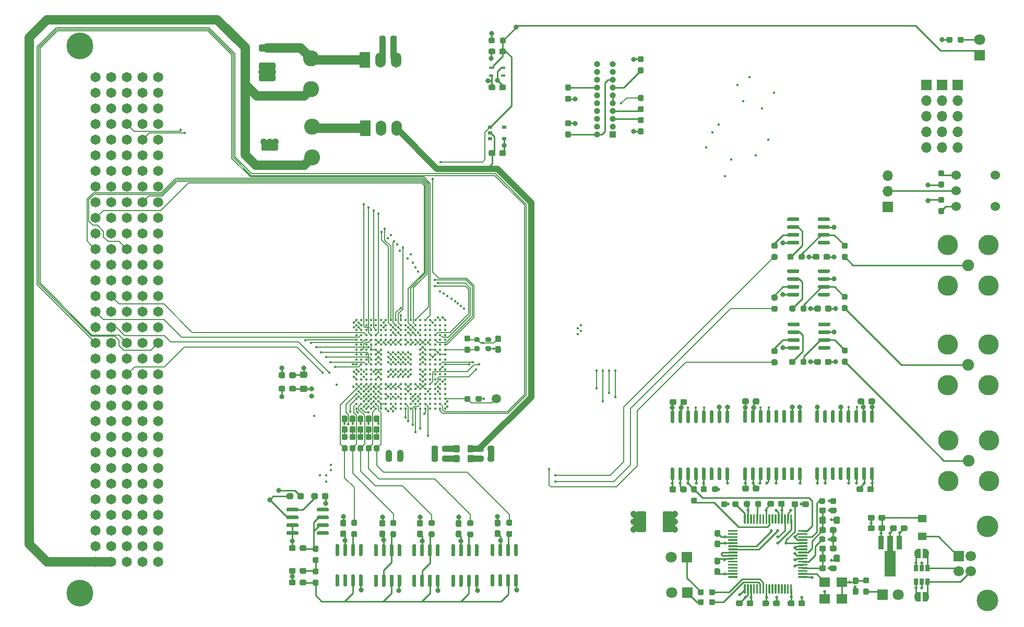
<source format=gtl>
G04 #@! TF.GenerationSoftware,KiCad,Pcbnew,(5.1.9)-1*
G04 #@! TF.CreationDate,2022-04-01T17:50:06-04:00*
G04 #@! TF.ProjectId,MC-DSP,4d432d44-5350-42e6-9b69-6361645f7063,rev?*
G04 #@! TF.SameCoordinates,Original*
G04 #@! TF.FileFunction,Copper,L1,Top*
G04 #@! TF.FilePolarity,Positive*
%FSLAX46Y46*%
G04 Gerber Fmt 4.6, Leading zero omitted, Abs format (unit mm)*
G04 Created by KiCad (PCBNEW (5.1.9)-1) date 2022-04-01 17:50:06*
%MOMM*%
%LPD*%
G01*
G04 APERTURE LIST*
G04 #@! TA.AperFunction,SMDPad,CuDef*
%ADD10C,0.400000*%
G04 #@! TD*
G04 #@! TA.AperFunction,ComponentPad*
%ADD11C,4.350000*%
G04 #@! TD*
G04 #@! TA.AperFunction,ComponentPad*
%ADD12C,1.650000*%
G04 #@! TD*
G04 #@! TA.AperFunction,ComponentPad*
%ADD13O,1.700000X1.700000*%
G04 #@! TD*
G04 #@! TA.AperFunction,ComponentPad*
%ADD14R,1.700000X1.700000*%
G04 #@! TD*
G04 #@! TA.AperFunction,SMDPad,CuDef*
%ADD15R,1.800000X1.540000*%
G04 #@! TD*
G04 #@! TA.AperFunction,ComponentPad*
%ADD16C,1.800000*%
G04 #@! TD*
G04 #@! TA.AperFunction,ComponentPad*
%ADD17R,1.800000X1.800000*%
G04 #@! TD*
G04 #@! TA.AperFunction,ComponentPad*
%ADD18C,3.315000*%
G04 #@! TD*
G04 #@! TA.AperFunction,ComponentPad*
%ADD19C,1.905000*%
G04 #@! TD*
G04 #@! TA.AperFunction,ComponentPad*
%ADD20O,1.700000X2.500000*%
G04 #@! TD*
G04 #@! TA.AperFunction,ComponentPad*
%ADD21R,1.700000X2.500000*%
G04 #@! TD*
G04 #@! TA.AperFunction,SMDPad,CuDef*
%ADD22C,0.100000*%
G04 #@! TD*
G04 #@! TA.AperFunction,SMDPad,CuDef*
%ADD23R,0.900000X2.300000*%
G04 #@! TD*
G04 #@! TA.AperFunction,ComponentPad*
%ADD24C,3.500000*%
G04 #@! TD*
G04 #@! TA.AperFunction,ComponentPad*
%ADD25C,1.700000*%
G04 #@! TD*
G04 #@! TA.AperFunction,SMDPad,CuDef*
%ADD26R,0.650000X1.060000*%
G04 #@! TD*
G04 #@! TA.AperFunction,SMDPad,CuDef*
%ADD27R,0.700000X0.510000*%
G04 #@! TD*
G04 #@! TA.AperFunction,SMDPad,CuDef*
%ADD28R,0.700000X0.400000*%
G04 #@! TD*
G04 #@! TA.AperFunction,ComponentPad*
%ADD29O,1.000000X1.000000*%
G04 #@! TD*
G04 #@! TA.AperFunction,ComponentPad*
%ADD30R,1.000000X1.000000*%
G04 #@! TD*
G04 #@! TA.AperFunction,SMDPad,CuDef*
%ADD31C,1.500000*%
G04 #@! TD*
G04 #@! TA.AperFunction,ComponentPad*
%ADD32C,1.524000*%
G04 #@! TD*
G04 #@! TA.AperFunction,ComponentPad*
%ADD33C,2.600000*%
G04 #@! TD*
G04 #@! TA.AperFunction,SMDPad,CuDef*
%ADD34R,1.400000X1.300000*%
G04 #@! TD*
G04 #@! TA.AperFunction,ViaPad*
%ADD35C,0.450000*%
G04 #@! TD*
G04 #@! TA.AperFunction,ViaPad*
%ADD36C,0.812800*%
G04 #@! TD*
G04 #@! TA.AperFunction,ViaPad*
%ADD37C,0.800000*%
G04 #@! TD*
G04 #@! TA.AperFunction,ViaPad*
%ADD38C,0.508000*%
G04 #@! TD*
G04 #@! TA.AperFunction,Conductor*
%ADD39C,0.127000*%
G04 #@! TD*
G04 #@! TA.AperFunction,Conductor*
%ADD40C,0.254000*%
G04 #@! TD*
G04 #@! TA.AperFunction,Conductor*
%ADD41C,1.016000*%
G04 #@! TD*
G04 #@! TA.AperFunction,Conductor*
%ADD42C,1.524000*%
G04 #@! TD*
G04 #@! TA.AperFunction,Conductor*
%ADD43C,0.250000*%
G04 #@! TD*
G04 APERTURE END LIST*
D10*
X170600000Y-76200000D03*
X169800000Y-76200000D03*
X169000000Y-76200000D03*
X168200000Y-76200000D03*
X167400000Y-76200000D03*
X166600000Y-76200000D03*
X165800000Y-76200000D03*
X165000000Y-76200000D03*
X164200000Y-76200000D03*
X163400000Y-76200000D03*
X162600000Y-76200000D03*
X161800000Y-76200000D03*
X161000000Y-76200000D03*
X160200000Y-76200000D03*
X159400000Y-76200000D03*
X158600000Y-76200000D03*
X157800000Y-76200000D03*
X157000000Y-76200000D03*
X156200000Y-76200000D03*
X170600000Y-75400000D03*
X169800000Y-75400000D03*
X169000000Y-75400000D03*
X168200000Y-75400000D03*
X167400000Y-75400000D03*
X166600000Y-75400000D03*
X165800000Y-75400000D03*
X165000000Y-75400000D03*
X164200000Y-75400000D03*
X163400000Y-75400000D03*
X162600000Y-75400000D03*
X161800000Y-75400000D03*
X161000000Y-75400000D03*
X160200000Y-75400000D03*
X159400000Y-75400000D03*
X158600000Y-75400000D03*
X157800000Y-75400000D03*
X157000000Y-75400000D03*
X156200000Y-75400000D03*
X170600000Y-74600000D03*
X169800000Y-74600000D03*
X169000000Y-74600000D03*
X168200000Y-74600000D03*
X167400000Y-74600000D03*
X166600000Y-74600000D03*
X165800000Y-74600000D03*
X165000000Y-74600000D03*
X164200000Y-74600000D03*
X163400000Y-74600000D03*
X162600000Y-74600000D03*
X161800000Y-74600000D03*
X161000000Y-74600000D03*
X160200000Y-74600000D03*
X159400000Y-74600000D03*
X158600000Y-74600000D03*
X157800000Y-74600000D03*
X157000000Y-74600000D03*
X156200000Y-74600000D03*
X170600000Y-73800000D03*
X169800000Y-73800000D03*
X169000000Y-73800000D03*
X168200000Y-73800000D03*
X167400000Y-73800000D03*
X166600000Y-73800000D03*
X165800000Y-73800000D03*
X165000000Y-73800000D03*
X164200000Y-73800000D03*
X163400000Y-73800000D03*
X162600000Y-73800000D03*
X161800000Y-73800000D03*
X161000000Y-73800000D03*
X160200000Y-73800000D03*
X159400000Y-73800000D03*
X158600000Y-73800000D03*
X157800000Y-73800000D03*
X157000000Y-73800000D03*
X156200000Y-73800000D03*
X170600000Y-73000000D03*
X169800000Y-73000000D03*
X169000000Y-73000000D03*
X168200000Y-73000000D03*
X167400000Y-73000000D03*
X166600000Y-73000000D03*
X165800000Y-73000000D03*
X165000000Y-73000000D03*
X164200000Y-73000000D03*
X163400000Y-73000000D03*
X162600000Y-73000000D03*
X161800000Y-73000000D03*
X161000000Y-73000000D03*
X160200000Y-73000000D03*
X159400000Y-73000000D03*
X158600000Y-73000000D03*
X157800000Y-73000000D03*
X157000000Y-73000000D03*
X156200000Y-73000000D03*
X170600000Y-72200000D03*
X169800000Y-72200000D03*
X169000000Y-72200000D03*
X168200000Y-72200000D03*
X167400000Y-72200000D03*
X166600000Y-72200000D03*
X165800000Y-72200000D03*
X165000000Y-72200000D03*
X164200000Y-72200000D03*
X163400000Y-72200000D03*
X162600000Y-72200000D03*
X161800000Y-72200000D03*
X161000000Y-72200000D03*
X160200000Y-72200000D03*
X159400000Y-72200000D03*
X158600000Y-72200000D03*
X157800000Y-72200000D03*
X157000000Y-72200000D03*
X156200000Y-72200000D03*
X170600000Y-71400000D03*
X169800000Y-71400000D03*
X169000000Y-71400000D03*
X168200000Y-71400000D03*
X167400000Y-71400000D03*
X166600000Y-71400000D03*
X160200000Y-71400000D03*
X159400000Y-71400000D03*
X158600000Y-71400000D03*
X157800000Y-71400000D03*
X157000000Y-71400000D03*
X156200000Y-71400000D03*
X170600000Y-70600000D03*
X169800000Y-70600000D03*
X169000000Y-70600000D03*
X168200000Y-70600000D03*
X167400000Y-70600000D03*
X166600000Y-70600000D03*
X165000000Y-70600000D03*
X164200000Y-70600000D03*
X163400000Y-70600000D03*
X162600000Y-70600000D03*
X161800000Y-70600000D03*
X160200000Y-70600000D03*
X159400000Y-70600000D03*
X158600000Y-70600000D03*
X157800000Y-70600000D03*
X157000000Y-70600000D03*
X156200000Y-70600000D03*
X170600000Y-69800000D03*
X169800000Y-69800000D03*
X169000000Y-69800000D03*
X168200000Y-69800000D03*
X167400000Y-69800000D03*
X166600000Y-69800000D03*
X165000000Y-69800000D03*
X164200000Y-69800000D03*
X163400000Y-69800000D03*
X162600000Y-69800000D03*
X161800000Y-69800000D03*
X160200000Y-69800000D03*
X159400000Y-69800000D03*
X158600000Y-69800000D03*
X157800000Y-69800000D03*
X157000000Y-69800000D03*
X156200000Y-69800000D03*
X170600000Y-69000000D03*
X169800000Y-69000000D03*
X169000000Y-69000000D03*
X168200000Y-69000000D03*
X167400000Y-69000000D03*
X166600000Y-69000000D03*
X165000000Y-69000000D03*
X164200000Y-69000000D03*
X163400000Y-69000000D03*
X162600000Y-69000000D03*
X161800000Y-69000000D03*
X160200000Y-69000000D03*
X159400000Y-69000000D03*
X158600000Y-69000000D03*
X157800000Y-69000000D03*
X157000000Y-69000000D03*
X156200000Y-69000000D03*
X170600000Y-68200000D03*
X169800000Y-68200000D03*
X169000000Y-68200000D03*
X168200000Y-68200000D03*
X167400000Y-68200000D03*
X166600000Y-68200000D03*
X165000000Y-68200000D03*
X164200000Y-68200000D03*
X163400000Y-68200000D03*
X162600000Y-68200000D03*
X161800000Y-68200000D03*
X160200000Y-68200000D03*
X159400000Y-68200000D03*
X158600000Y-68200000D03*
X157800000Y-68200000D03*
X157000000Y-68200000D03*
X156200000Y-68200000D03*
X170600000Y-67400000D03*
X169800000Y-67400000D03*
X169000000Y-67400000D03*
X168200000Y-67400000D03*
X167400000Y-67400000D03*
X166600000Y-67400000D03*
X165000000Y-67400000D03*
X164200000Y-67400000D03*
X163400000Y-67400000D03*
X162600000Y-67400000D03*
X161800000Y-67400000D03*
X160200000Y-67400000D03*
X159400000Y-67400000D03*
X158600000Y-67400000D03*
X157800000Y-67400000D03*
X157000000Y-67400000D03*
X156200000Y-67400000D03*
X170600000Y-66600000D03*
X169800000Y-66600000D03*
X169000000Y-66600000D03*
X168200000Y-66600000D03*
X167400000Y-66600000D03*
X166600000Y-66600000D03*
X160200000Y-66600000D03*
X159400000Y-66600000D03*
X158600000Y-66600000D03*
X157800000Y-66600000D03*
X157000000Y-66600000D03*
X156200000Y-66600000D03*
X170600000Y-65800000D03*
X169800000Y-65800000D03*
X169000000Y-65800000D03*
X168200000Y-65800000D03*
X167400000Y-65800000D03*
X166600000Y-65800000D03*
X165800000Y-65800000D03*
X165000000Y-65800000D03*
X164200000Y-65800000D03*
X163400000Y-65800000D03*
X162600000Y-65800000D03*
X161800000Y-65800000D03*
X161000000Y-65800000D03*
X160200000Y-65800000D03*
X159400000Y-65800000D03*
X158600000Y-65800000D03*
X157800000Y-65800000D03*
X157000000Y-65800000D03*
X156200000Y-65800000D03*
X170600000Y-65000000D03*
X169800000Y-65000000D03*
X169000000Y-65000000D03*
X168200000Y-65000000D03*
X167400000Y-65000000D03*
X166600000Y-65000000D03*
X165800000Y-65000000D03*
X165000000Y-65000000D03*
X164200000Y-65000000D03*
X163400000Y-65000000D03*
X162600000Y-65000000D03*
X161800000Y-65000000D03*
X161000000Y-65000000D03*
X160200000Y-65000000D03*
X159400000Y-65000000D03*
X158600000Y-65000000D03*
X157800000Y-65000000D03*
X157000000Y-65000000D03*
X156200000Y-65000000D03*
X170600000Y-64200000D03*
X169800000Y-64200000D03*
X169000000Y-64200000D03*
X168200000Y-64200000D03*
X167400000Y-64200000D03*
X166600000Y-64200000D03*
X165800000Y-64200000D03*
X165000000Y-64200000D03*
X164200000Y-64200000D03*
X163400000Y-64200000D03*
X162600000Y-64200000D03*
X161800000Y-64200000D03*
X161000000Y-64200000D03*
X160200000Y-64200000D03*
X159400000Y-64200000D03*
X158600000Y-64200000D03*
X157800000Y-64200000D03*
X157000000Y-64200000D03*
X156200000Y-64200000D03*
X170600000Y-63400000D03*
X169800000Y-63400000D03*
X169000000Y-63400000D03*
X168200000Y-63400000D03*
X167400000Y-63400000D03*
X166600000Y-63400000D03*
X165800000Y-63400000D03*
X165000000Y-63400000D03*
X164200000Y-63400000D03*
X163400000Y-63400000D03*
X162600000Y-63400000D03*
X161800000Y-63400000D03*
X161000000Y-63400000D03*
X160200000Y-63400000D03*
X159400000Y-63400000D03*
X158600000Y-63400000D03*
X157800000Y-63400000D03*
X157000000Y-63400000D03*
X156200000Y-63400000D03*
X170600000Y-62600000D03*
X169800000Y-62600000D03*
X169000000Y-62600000D03*
X168200000Y-62600000D03*
X167400000Y-62600000D03*
X166600000Y-62600000D03*
X165800000Y-62600000D03*
X165000000Y-62600000D03*
X164200000Y-62600000D03*
X163400000Y-62600000D03*
X162600000Y-62600000D03*
X161800000Y-62600000D03*
X161000000Y-62600000D03*
X160200000Y-62600000D03*
X159400000Y-62600000D03*
X158600000Y-62600000D03*
X157800000Y-62600000D03*
X157000000Y-62600000D03*
X156200000Y-62600000D03*
X170600000Y-61800000D03*
X169800000Y-61800000D03*
X169000000Y-61800000D03*
X168200000Y-61800000D03*
X167400000Y-61800000D03*
X166600000Y-61800000D03*
X165800000Y-61800000D03*
X165000000Y-61800000D03*
X164200000Y-61800000D03*
X163400000Y-61800000D03*
X162600000Y-61800000D03*
X161800000Y-61800000D03*
X161000000Y-61800000D03*
X160200000Y-61800000D03*
X159400000Y-61800000D03*
X158600000Y-61800000D03*
X157800000Y-61800000D03*
X157000000Y-61800000D03*
X156200000Y-61800000D03*
G04 #@! TA.AperFunction,SMDPad,CuDef*
G36*
G01*
X155362500Y-82125000D02*
X155837500Y-82125000D01*
G75*
G02*
X156075000Y-82362500I0J-237500D01*
G01*
X156075000Y-82862500D01*
G75*
G02*
X155837500Y-83100000I-237500J0D01*
G01*
X155362500Y-83100000D01*
G75*
G02*
X155125000Y-82862500I0J237500D01*
G01*
X155125000Y-82362500D01*
G75*
G02*
X155362500Y-82125000I237500J0D01*
G01*
G37*
G04 #@! TD.AperFunction*
G04 #@! TA.AperFunction,SMDPad,CuDef*
G36*
G01*
X155362500Y-80300000D02*
X155837500Y-80300000D01*
G75*
G02*
X156075000Y-80537500I0J-237500D01*
G01*
X156075000Y-81037500D01*
G75*
G02*
X155837500Y-81275000I-237500J0D01*
G01*
X155362500Y-81275000D01*
G75*
G02*
X155125000Y-81037500I0J237500D01*
G01*
X155125000Y-80537500D01*
G75*
G02*
X155362500Y-80300000I237500J0D01*
G01*
G37*
G04 #@! TD.AperFunction*
G04 #@! TA.AperFunction,SMDPad,CuDef*
G36*
G01*
X162825000Y-84537500D02*
X162825000Y-84062500D01*
G75*
G02*
X163062500Y-83825000I237500J0D01*
G01*
X163562500Y-83825000D01*
G75*
G02*
X163800000Y-84062500I0J-237500D01*
G01*
X163800000Y-84537500D01*
G75*
G02*
X163562500Y-84775000I-237500J0D01*
G01*
X163062500Y-84775000D01*
G75*
G02*
X162825000Y-84537500I0J237500D01*
G01*
G37*
G04 #@! TD.AperFunction*
G04 #@! TA.AperFunction,SMDPad,CuDef*
G36*
G01*
X161000000Y-84537500D02*
X161000000Y-84062500D01*
G75*
G02*
X161237500Y-83825000I237500J0D01*
G01*
X161737500Y-83825000D01*
G75*
G02*
X161975000Y-84062500I0J-237500D01*
G01*
X161975000Y-84537500D01*
G75*
G02*
X161737500Y-84775000I-237500J0D01*
G01*
X161237500Y-84775000D01*
G75*
G02*
X161000000Y-84537500I0J237500D01*
G01*
G37*
G04 #@! TD.AperFunction*
G04 #@! TA.AperFunction,SMDPad,CuDef*
G36*
G01*
X174225000Y-83050001D02*
X174225000Y-82349999D01*
G75*
G02*
X174474999Y-82100000I249999J0D01*
G01*
X175025001Y-82100000D01*
G75*
G02*
X175275000Y-82349999I0J-249999D01*
G01*
X175275000Y-83050001D01*
G75*
G02*
X175025001Y-83300000I-249999J0D01*
G01*
X174474999Y-83300000D01*
G75*
G02*
X174225000Y-83050001I0J249999D01*
G01*
G37*
G04 #@! TD.AperFunction*
G04 #@! TA.AperFunction,SMDPad,CuDef*
G36*
G01*
X171925000Y-83050001D02*
X171925000Y-82349999D01*
G75*
G02*
X172174999Y-82100000I249999J0D01*
G01*
X172725001Y-82100000D01*
G75*
G02*
X172975000Y-82349999I0J-249999D01*
G01*
X172975000Y-83050001D01*
G75*
G02*
X172725001Y-83300000I-249999J0D01*
G01*
X172174999Y-83300000D01*
G75*
G02*
X171925000Y-83050001I0J249999D01*
G01*
G37*
G04 #@! TD.AperFunction*
G04 #@! TA.AperFunction,SMDPad,CuDef*
G36*
G01*
X174225000Y-84650001D02*
X174225000Y-83949999D01*
G75*
G02*
X174474999Y-83700000I249999J0D01*
G01*
X175025001Y-83700000D01*
G75*
G02*
X175275000Y-83949999I0J-249999D01*
G01*
X175275000Y-84650001D01*
G75*
G02*
X175025001Y-84900000I-249999J0D01*
G01*
X174474999Y-84900000D01*
G75*
G02*
X174225000Y-84650001I0J249999D01*
G01*
G37*
G04 #@! TD.AperFunction*
G04 #@! TA.AperFunction,SMDPad,CuDef*
G36*
G01*
X171925000Y-84650001D02*
X171925000Y-83949999D01*
G75*
G02*
X172174999Y-83700000I249999J0D01*
G01*
X172725001Y-83700000D01*
G75*
G02*
X172975000Y-83949999I0J-249999D01*
G01*
X172975000Y-84650001D01*
G75*
G02*
X172725001Y-84900000I-249999J0D01*
G01*
X172174999Y-84900000D01*
G75*
G02*
X171925000Y-84650001I0J249999D01*
G01*
G37*
G04 #@! TD.AperFunction*
G04 #@! TA.AperFunction,SMDPad,CuDef*
G36*
G01*
X148000001Y-71175000D02*
X147299999Y-71175000D01*
G75*
G02*
X147050000Y-70925001I0J249999D01*
G01*
X147050000Y-70374999D01*
G75*
G02*
X147299999Y-70125000I249999J0D01*
G01*
X148000001Y-70125000D01*
G75*
G02*
X148250000Y-70374999I0J-249999D01*
G01*
X148250000Y-70925001D01*
G75*
G02*
X148000001Y-71175000I-249999J0D01*
G01*
G37*
G04 #@! TD.AperFunction*
G04 #@! TA.AperFunction,SMDPad,CuDef*
G36*
G01*
X148000001Y-73475000D02*
X147299999Y-73475000D01*
G75*
G02*
X147050000Y-73225001I0J249999D01*
G01*
X147050000Y-72674999D01*
G75*
G02*
X147299999Y-72425000I249999J0D01*
G01*
X148000001Y-72425000D01*
G75*
G02*
X148250000Y-72674999I0J-249999D01*
G01*
X148250000Y-73225001D01*
G75*
G02*
X148000001Y-73475000I-249999J0D01*
G01*
G37*
G04 #@! TD.AperFunction*
G04 #@! TA.AperFunction,SMDPad,CuDef*
G36*
G01*
X169475000Y-82462500D02*
X169475000Y-82937500D01*
G75*
G02*
X169237500Y-83175000I-237500J0D01*
G01*
X168637500Y-83175000D01*
G75*
G02*
X168400000Y-82937500I0J237500D01*
G01*
X168400000Y-82462500D01*
G75*
G02*
X168637500Y-82225000I237500J0D01*
G01*
X169237500Y-82225000D01*
G75*
G02*
X169475000Y-82462500I0J-237500D01*
G01*
G37*
G04 #@! TD.AperFunction*
G04 #@! TA.AperFunction,SMDPad,CuDef*
G36*
G01*
X171200000Y-82462500D02*
X171200000Y-82937500D01*
G75*
G02*
X170962500Y-83175000I-237500J0D01*
G01*
X170362500Y-83175000D01*
G75*
G02*
X170125000Y-82937500I0J237500D01*
G01*
X170125000Y-82462500D01*
G75*
G02*
X170362500Y-82225000I237500J0D01*
G01*
X170962500Y-82225000D01*
G75*
G02*
X171200000Y-82462500I0J-237500D01*
G01*
G37*
G04 #@! TD.AperFunction*
G04 #@! TA.AperFunction,SMDPad,CuDef*
G36*
G01*
X176875000Y-82462500D02*
X176875000Y-82937500D01*
G75*
G02*
X176637500Y-83175000I-237500J0D01*
G01*
X176037500Y-83175000D01*
G75*
G02*
X175800000Y-82937500I0J237500D01*
G01*
X175800000Y-82462500D01*
G75*
G02*
X176037500Y-82225000I237500J0D01*
G01*
X176637500Y-82225000D01*
G75*
G02*
X176875000Y-82462500I0J-237500D01*
G01*
G37*
G04 #@! TD.AperFunction*
G04 #@! TA.AperFunction,SMDPad,CuDef*
G36*
G01*
X178600000Y-82462500D02*
X178600000Y-82937500D01*
G75*
G02*
X178362500Y-83175000I-237500J0D01*
G01*
X177762500Y-83175000D01*
G75*
G02*
X177525000Y-82937500I0J237500D01*
G01*
X177525000Y-82462500D01*
G75*
G02*
X177762500Y-82225000I237500J0D01*
G01*
X178362500Y-82225000D01*
G75*
G02*
X178600000Y-82462500I0J-237500D01*
G01*
G37*
G04 #@! TD.AperFunction*
G04 #@! TA.AperFunction,SMDPad,CuDef*
G36*
G01*
X169475000Y-84062500D02*
X169475000Y-84537500D01*
G75*
G02*
X169237500Y-84775000I-237500J0D01*
G01*
X168637500Y-84775000D01*
G75*
G02*
X168400000Y-84537500I0J237500D01*
G01*
X168400000Y-84062500D01*
G75*
G02*
X168637500Y-83825000I237500J0D01*
G01*
X169237500Y-83825000D01*
G75*
G02*
X169475000Y-84062500I0J-237500D01*
G01*
G37*
G04 #@! TD.AperFunction*
G04 #@! TA.AperFunction,SMDPad,CuDef*
G36*
G01*
X171200000Y-84062500D02*
X171200000Y-84537500D01*
G75*
G02*
X170962500Y-84775000I-237500J0D01*
G01*
X170362500Y-84775000D01*
G75*
G02*
X170125000Y-84537500I0J237500D01*
G01*
X170125000Y-84062500D01*
G75*
G02*
X170362500Y-83825000I237500J0D01*
G01*
X170962500Y-83825000D01*
G75*
G02*
X171200000Y-84062500I0J-237500D01*
G01*
G37*
G04 #@! TD.AperFunction*
G04 #@! TA.AperFunction,SMDPad,CuDef*
G36*
G01*
X176875000Y-84062500D02*
X176875000Y-84537500D01*
G75*
G02*
X176637500Y-84775000I-237500J0D01*
G01*
X176037500Y-84775000D01*
G75*
G02*
X175800000Y-84537500I0J237500D01*
G01*
X175800000Y-84062500D01*
G75*
G02*
X176037500Y-83825000I237500J0D01*
G01*
X176637500Y-83825000D01*
G75*
G02*
X176875000Y-84062500I0J-237500D01*
G01*
G37*
G04 #@! TD.AperFunction*
G04 #@! TA.AperFunction,SMDPad,CuDef*
G36*
G01*
X178600000Y-84062500D02*
X178600000Y-84537500D01*
G75*
G02*
X178362500Y-84775000I-237500J0D01*
G01*
X177762500Y-84775000D01*
G75*
G02*
X177525000Y-84537500I0J237500D01*
G01*
X177525000Y-84062500D01*
G75*
G02*
X177762500Y-83825000I237500J0D01*
G01*
X178362500Y-83825000D01*
G75*
G02*
X178600000Y-84062500I0J-237500D01*
G01*
G37*
G04 #@! TD.AperFunction*
G04 #@! TA.AperFunction,SMDPad,CuDef*
G36*
G01*
X144675000Y-72712500D02*
X144675000Y-73187500D01*
G75*
G02*
X144437500Y-73425000I-237500J0D01*
G01*
X143837500Y-73425000D01*
G75*
G02*
X143600000Y-73187500I0J237500D01*
G01*
X143600000Y-72712500D01*
G75*
G02*
X143837500Y-72475000I237500J0D01*
G01*
X144437500Y-72475000D01*
G75*
G02*
X144675000Y-72712500I0J-237500D01*
G01*
G37*
G04 #@! TD.AperFunction*
G04 #@! TA.AperFunction,SMDPad,CuDef*
G36*
G01*
X146400000Y-72712500D02*
X146400000Y-73187500D01*
G75*
G02*
X146162500Y-73425000I-237500J0D01*
G01*
X145562500Y-73425000D01*
G75*
G02*
X145325000Y-73187500I0J237500D01*
G01*
X145325000Y-72712500D01*
G75*
G02*
X145562500Y-72475000I237500J0D01*
G01*
X146162500Y-72475000D01*
G75*
G02*
X146400000Y-72712500I0J-237500D01*
G01*
G37*
G04 #@! TD.AperFunction*
G04 #@! TA.AperFunction,SMDPad,CuDef*
G36*
G01*
X145325000Y-70987500D02*
X145325000Y-70512500D01*
G75*
G02*
X145562500Y-70275000I237500J0D01*
G01*
X146162500Y-70275000D01*
G75*
G02*
X146400000Y-70512500I0J-237500D01*
G01*
X146400000Y-70987500D01*
G75*
G02*
X146162500Y-71225000I-237500J0D01*
G01*
X145562500Y-71225000D01*
G75*
G02*
X145325000Y-70987500I0J237500D01*
G01*
G37*
G04 #@! TD.AperFunction*
G04 #@! TA.AperFunction,SMDPad,CuDef*
G36*
G01*
X143600000Y-70987500D02*
X143600000Y-70512500D01*
G75*
G02*
X143837500Y-70275000I237500J0D01*
G01*
X144437500Y-70275000D01*
G75*
G02*
X144675000Y-70512500I0J-237500D01*
G01*
X144675000Y-70987500D01*
G75*
G02*
X144437500Y-71225000I-237500J0D01*
G01*
X143837500Y-71225000D01*
G75*
G02*
X143600000Y-70987500I0J237500D01*
G01*
G37*
G04 #@! TD.AperFunction*
G04 #@! TA.AperFunction,SMDPad,CuDef*
G36*
G01*
X203200000Y-93099999D02*
X203200000Y-96000001D01*
G75*
G02*
X202950001Y-96250000I-249999J0D01*
G01*
X201874999Y-96250000D01*
G75*
G02*
X201625000Y-96000001I0J249999D01*
G01*
X201625000Y-93099999D01*
G75*
G02*
X201874999Y-92850000I249999J0D01*
G01*
X202950001Y-92850000D01*
G75*
G02*
X203200000Y-93099999I0J-249999D01*
G01*
G37*
G04 #@! TD.AperFunction*
G04 #@! TA.AperFunction,SMDPad,CuDef*
G36*
G01*
X207475000Y-93099999D02*
X207475000Y-96000001D01*
G75*
G02*
X207225001Y-96250000I-249999J0D01*
G01*
X206149999Y-96250000D01*
G75*
G02*
X205900000Y-96000001I0J249999D01*
G01*
X205900000Y-93099999D01*
G75*
G02*
X206149999Y-92850000I249999J0D01*
G01*
X207225001Y-92850000D01*
G75*
G02*
X207475000Y-93099999I0J-249999D01*
G01*
G37*
G04 #@! TD.AperFunction*
D11*
X111379000Y-17272000D03*
X111379000Y-106172000D03*
D12*
X124079000Y-22352000D03*
X124079000Y-24892000D03*
X124079000Y-27432000D03*
X124079000Y-29972000D03*
X124079000Y-32512000D03*
X124079000Y-35052000D03*
X124079000Y-37592000D03*
X124079000Y-40132000D03*
X124079000Y-42672000D03*
X124079000Y-45212000D03*
X124079000Y-47752000D03*
X124079000Y-50292000D03*
X124079000Y-52832000D03*
X124079000Y-55372000D03*
X124079000Y-57912000D03*
X124079000Y-60452000D03*
X124079000Y-62992000D03*
X124079000Y-65532000D03*
X124079000Y-68072000D03*
X124079000Y-70612000D03*
X124079000Y-73152000D03*
X124079000Y-75692000D03*
X124079000Y-78232000D03*
X124079000Y-80772000D03*
X124079000Y-83312000D03*
X124079000Y-85852000D03*
X124079000Y-88392000D03*
X124079000Y-90932000D03*
X124079000Y-93472000D03*
X124079000Y-96012000D03*
X124079000Y-98552000D03*
X124079000Y-101092000D03*
X121539000Y-22352000D03*
X121539000Y-24892000D03*
X121539000Y-27432000D03*
X121539000Y-29972000D03*
X121539000Y-32512000D03*
X121539000Y-35052000D03*
X121539000Y-37592000D03*
X121539000Y-40132000D03*
X121539000Y-42672000D03*
X121539000Y-45212000D03*
X121539000Y-47752000D03*
X121539000Y-50292000D03*
X121539000Y-52832000D03*
X121539000Y-55372000D03*
X121539000Y-57912000D03*
X121539000Y-60452000D03*
X121539000Y-62992000D03*
X121539000Y-65532000D03*
X121539000Y-68072000D03*
X121539000Y-70612000D03*
X121539000Y-73152000D03*
X121539000Y-75692000D03*
X121539000Y-78232000D03*
X121539000Y-80772000D03*
X121539000Y-83312000D03*
X121539000Y-85852000D03*
X121539000Y-88392000D03*
X121539000Y-90932000D03*
X121539000Y-93472000D03*
X121539000Y-96012000D03*
X121539000Y-98552000D03*
X121539000Y-101092000D03*
X118999000Y-22352000D03*
X118999000Y-24892000D03*
X118999000Y-27432000D03*
X118999000Y-29972000D03*
X118999000Y-32512000D03*
X118999000Y-35052000D03*
X118999000Y-37592000D03*
X118999000Y-40132000D03*
X118999000Y-42672000D03*
X118999000Y-45212000D03*
X118999000Y-47752000D03*
X118999000Y-50292000D03*
X118999000Y-52832000D03*
X118999000Y-55372000D03*
X118999000Y-57912000D03*
X118999000Y-60452000D03*
X118999000Y-62992000D03*
X118999000Y-65532000D03*
X118999000Y-68072000D03*
X118999000Y-70612000D03*
X118999000Y-73152000D03*
X118999000Y-75692000D03*
X118999000Y-78232000D03*
X118999000Y-80772000D03*
X118999000Y-83312000D03*
X118999000Y-85852000D03*
X118999000Y-88392000D03*
X118999000Y-90932000D03*
X118999000Y-93472000D03*
X118999000Y-96012000D03*
X118999000Y-98552000D03*
X118999000Y-101092000D03*
X116459000Y-22352000D03*
X116459000Y-24892000D03*
X116459000Y-27432000D03*
X116459000Y-29972000D03*
X116459000Y-32512000D03*
X116459000Y-35052000D03*
X116459000Y-37592000D03*
X116459000Y-40132000D03*
X116459000Y-42672000D03*
X116459000Y-45212000D03*
X116459000Y-47752000D03*
X116459000Y-50292000D03*
X116459000Y-52832000D03*
X116459000Y-55372000D03*
X116459000Y-57912000D03*
X116459000Y-60452000D03*
X116459000Y-62992000D03*
X116459000Y-65532000D03*
X116459000Y-68072000D03*
X116459000Y-70612000D03*
X116459000Y-73152000D03*
X116459000Y-75692000D03*
X116459000Y-78232000D03*
X116459000Y-80772000D03*
X116459000Y-83312000D03*
X116459000Y-85852000D03*
X116459000Y-88392000D03*
X116459000Y-90932000D03*
X116459000Y-93472000D03*
X116459000Y-96012000D03*
X116459000Y-98552000D03*
X116459000Y-101092000D03*
X113919000Y-22352000D03*
X113919000Y-24892000D03*
X113919000Y-27432000D03*
X113919000Y-29972000D03*
X113919000Y-32512000D03*
X113919000Y-35052000D03*
X113919000Y-37592000D03*
X113919000Y-40132000D03*
X113919000Y-42672000D03*
X113919000Y-45212000D03*
X113919000Y-47752000D03*
X113919000Y-50292000D03*
X113919000Y-52832000D03*
X113919000Y-55372000D03*
X113919000Y-57912000D03*
X113919000Y-60452000D03*
X113919000Y-62992000D03*
X113919000Y-65532000D03*
X113919000Y-68072000D03*
X113919000Y-70612000D03*
X113919000Y-73152000D03*
X113919000Y-75692000D03*
X113919000Y-78232000D03*
X113919000Y-80772000D03*
X113919000Y-83312000D03*
X113919000Y-85852000D03*
X113919000Y-88392000D03*
X113919000Y-90932000D03*
X113919000Y-93472000D03*
X113919000Y-96012000D03*
X113919000Y-98552000D03*
X113919000Y-101092000D03*
G04 #@! TA.AperFunction,SMDPad,CuDef*
G36*
G01*
X226871600Y-104761000D02*
X226871600Y-106161000D01*
G75*
G02*
X226796600Y-106236000I-75000J0D01*
G01*
X226646600Y-106236000D01*
G75*
G02*
X226571600Y-106161000I0J75000D01*
G01*
X226571600Y-104761000D01*
G75*
G02*
X226646600Y-104686000I75000J0D01*
G01*
X226796600Y-104686000D01*
G75*
G02*
X226871600Y-104761000I0J-75000D01*
G01*
G37*
G04 #@! TD.AperFunction*
G04 #@! TA.AperFunction,SMDPad,CuDef*
G36*
G01*
X226371600Y-104761000D02*
X226371600Y-106161000D01*
G75*
G02*
X226296600Y-106236000I-75000J0D01*
G01*
X226146600Y-106236000D01*
G75*
G02*
X226071600Y-106161000I0J75000D01*
G01*
X226071600Y-104761000D01*
G75*
G02*
X226146600Y-104686000I75000J0D01*
G01*
X226296600Y-104686000D01*
G75*
G02*
X226371600Y-104761000I0J-75000D01*
G01*
G37*
G04 #@! TD.AperFunction*
G04 #@! TA.AperFunction,SMDPad,CuDef*
G36*
G01*
X225871600Y-104761000D02*
X225871600Y-106161000D01*
G75*
G02*
X225796600Y-106236000I-75000J0D01*
G01*
X225646600Y-106236000D01*
G75*
G02*
X225571600Y-106161000I0J75000D01*
G01*
X225571600Y-104761000D01*
G75*
G02*
X225646600Y-104686000I75000J0D01*
G01*
X225796600Y-104686000D01*
G75*
G02*
X225871600Y-104761000I0J-75000D01*
G01*
G37*
G04 #@! TD.AperFunction*
G04 #@! TA.AperFunction,SMDPad,CuDef*
G36*
G01*
X225371600Y-104761000D02*
X225371600Y-106161000D01*
G75*
G02*
X225296600Y-106236000I-75000J0D01*
G01*
X225146600Y-106236000D01*
G75*
G02*
X225071600Y-106161000I0J75000D01*
G01*
X225071600Y-104761000D01*
G75*
G02*
X225146600Y-104686000I75000J0D01*
G01*
X225296600Y-104686000D01*
G75*
G02*
X225371600Y-104761000I0J-75000D01*
G01*
G37*
G04 #@! TD.AperFunction*
G04 #@! TA.AperFunction,SMDPad,CuDef*
G36*
G01*
X224871600Y-104761000D02*
X224871600Y-106161000D01*
G75*
G02*
X224796600Y-106236000I-75000J0D01*
G01*
X224646600Y-106236000D01*
G75*
G02*
X224571600Y-106161000I0J75000D01*
G01*
X224571600Y-104761000D01*
G75*
G02*
X224646600Y-104686000I75000J0D01*
G01*
X224796600Y-104686000D01*
G75*
G02*
X224871600Y-104761000I0J-75000D01*
G01*
G37*
G04 #@! TD.AperFunction*
G04 #@! TA.AperFunction,SMDPad,CuDef*
G36*
G01*
X224371600Y-104761000D02*
X224371600Y-106161000D01*
G75*
G02*
X224296600Y-106236000I-75000J0D01*
G01*
X224146600Y-106236000D01*
G75*
G02*
X224071600Y-106161000I0J75000D01*
G01*
X224071600Y-104761000D01*
G75*
G02*
X224146600Y-104686000I75000J0D01*
G01*
X224296600Y-104686000D01*
G75*
G02*
X224371600Y-104761000I0J-75000D01*
G01*
G37*
G04 #@! TD.AperFunction*
G04 #@! TA.AperFunction,SMDPad,CuDef*
G36*
G01*
X223871600Y-104761000D02*
X223871600Y-106161000D01*
G75*
G02*
X223796600Y-106236000I-75000J0D01*
G01*
X223646600Y-106236000D01*
G75*
G02*
X223571600Y-106161000I0J75000D01*
G01*
X223571600Y-104761000D01*
G75*
G02*
X223646600Y-104686000I75000J0D01*
G01*
X223796600Y-104686000D01*
G75*
G02*
X223871600Y-104761000I0J-75000D01*
G01*
G37*
G04 #@! TD.AperFunction*
G04 #@! TA.AperFunction,SMDPad,CuDef*
G36*
G01*
X223371600Y-104761000D02*
X223371600Y-106161000D01*
G75*
G02*
X223296600Y-106236000I-75000J0D01*
G01*
X223146600Y-106236000D01*
G75*
G02*
X223071600Y-106161000I0J75000D01*
G01*
X223071600Y-104761000D01*
G75*
G02*
X223146600Y-104686000I75000J0D01*
G01*
X223296600Y-104686000D01*
G75*
G02*
X223371600Y-104761000I0J-75000D01*
G01*
G37*
G04 #@! TD.AperFunction*
G04 #@! TA.AperFunction,SMDPad,CuDef*
G36*
G01*
X222871600Y-104761000D02*
X222871600Y-106161000D01*
G75*
G02*
X222796600Y-106236000I-75000J0D01*
G01*
X222646600Y-106236000D01*
G75*
G02*
X222571600Y-106161000I0J75000D01*
G01*
X222571600Y-104761000D01*
G75*
G02*
X222646600Y-104686000I75000J0D01*
G01*
X222796600Y-104686000D01*
G75*
G02*
X222871600Y-104761000I0J-75000D01*
G01*
G37*
G04 #@! TD.AperFunction*
G04 #@! TA.AperFunction,SMDPad,CuDef*
G36*
G01*
X222371600Y-104761000D02*
X222371600Y-106161000D01*
G75*
G02*
X222296600Y-106236000I-75000J0D01*
G01*
X222146600Y-106236000D01*
G75*
G02*
X222071600Y-106161000I0J75000D01*
G01*
X222071600Y-104761000D01*
G75*
G02*
X222146600Y-104686000I75000J0D01*
G01*
X222296600Y-104686000D01*
G75*
G02*
X222371600Y-104761000I0J-75000D01*
G01*
G37*
G04 #@! TD.AperFunction*
G04 #@! TA.AperFunction,SMDPad,CuDef*
G36*
G01*
X221871600Y-104761000D02*
X221871600Y-106161000D01*
G75*
G02*
X221796600Y-106236000I-75000J0D01*
G01*
X221646600Y-106236000D01*
G75*
G02*
X221571600Y-106161000I0J75000D01*
G01*
X221571600Y-104761000D01*
G75*
G02*
X221646600Y-104686000I75000J0D01*
G01*
X221796600Y-104686000D01*
G75*
G02*
X221871600Y-104761000I0J-75000D01*
G01*
G37*
G04 #@! TD.AperFunction*
G04 #@! TA.AperFunction,SMDPad,CuDef*
G36*
G01*
X221371600Y-104761000D02*
X221371600Y-106161000D01*
G75*
G02*
X221296600Y-106236000I-75000J0D01*
G01*
X221146600Y-106236000D01*
G75*
G02*
X221071600Y-106161000I0J75000D01*
G01*
X221071600Y-104761000D01*
G75*
G02*
X221146600Y-104686000I75000J0D01*
G01*
X221296600Y-104686000D01*
G75*
G02*
X221371600Y-104761000I0J-75000D01*
G01*
G37*
G04 #@! TD.AperFunction*
G04 #@! TA.AperFunction,SMDPad,CuDef*
G36*
G01*
X220871600Y-104761000D02*
X220871600Y-106161000D01*
G75*
G02*
X220796600Y-106236000I-75000J0D01*
G01*
X220646600Y-106236000D01*
G75*
G02*
X220571600Y-106161000I0J75000D01*
G01*
X220571600Y-104761000D01*
G75*
G02*
X220646600Y-104686000I75000J0D01*
G01*
X220796600Y-104686000D01*
G75*
G02*
X220871600Y-104761000I0J-75000D01*
G01*
G37*
G04 #@! TD.AperFunction*
G04 #@! TA.AperFunction,SMDPad,CuDef*
G36*
G01*
X220371600Y-104761000D02*
X220371600Y-106161000D01*
G75*
G02*
X220296600Y-106236000I-75000J0D01*
G01*
X220146600Y-106236000D01*
G75*
G02*
X220071600Y-106161000I0J75000D01*
G01*
X220071600Y-104761000D01*
G75*
G02*
X220146600Y-104686000I75000J0D01*
G01*
X220296600Y-104686000D01*
G75*
G02*
X220371600Y-104761000I0J-75000D01*
G01*
G37*
G04 #@! TD.AperFunction*
G04 #@! TA.AperFunction,SMDPad,CuDef*
G36*
G01*
X219871600Y-104761000D02*
X219871600Y-106161000D01*
G75*
G02*
X219796600Y-106236000I-75000J0D01*
G01*
X219646600Y-106236000D01*
G75*
G02*
X219571600Y-106161000I0J75000D01*
G01*
X219571600Y-104761000D01*
G75*
G02*
X219646600Y-104686000I75000J0D01*
G01*
X219796600Y-104686000D01*
G75*
G02*
X219871600Y-104761000I0J-75000D01*
G01*
G37*
G04 #@! TD.AperFunction*
G04 #@! TA.AperFunction,SMDPad,CuDef*
G36*
G01*
X219371600Y-104761000D02*
X219371600Y-106161000D01*
G75*
G02*
X219296600Y-106236000I-75000J0D01*
G01*
X219146600Y-106236000D01*
G75*
G02*
X219071600Y-106161000I0J75000D01*
G01*
X219071600Y-104761000D01*
G75*
G02*
X219146600Y-104686000I75000J0D01*
G01*
X219296600Y-104686000D01*
G75*
G02*
X219371600Y-104761000I0J-75000D01*
G01*
G37*
G04 #@! TD.AperFunction*
G04 #@! TA.AperFunction,SMDPad,CuDef*
G36*
G01*
X218071600Y-103461000D02*
X218071600Y-103611000D01*
G75*
G02*
X217996600Y-103686000I-75000J0D01*
G01*
X216596600Y-103686000D01*
G75*
G02*
X216521600Y-103611000I0J75000D01*
G01*
X216521600Y-103461000D01*
G75*
G02*
X216596600Y-103386000I75000J0D01*
G01*
X217996600Y-103386000D01*
G75*
G02*
X218071600Y-103461000I0J-75000D01*
G01*
G37*
G04 #@! TD.AperFunction*
G04 #@! TA.AperFunction,SMDPad,CuDef*
G36*
G01*
X218071600Y-102961000D02*
X218071600Y-103111000D01*
G75*
G02*
X217996600Y-103186000I-75000J0D01*
G01*
X216596600Y-103186000D01*
G75*
G02*
X216521600Y-103111000I0J75000D01*
G01*
X216521600Y-102961000D01*
G75*
G02*
X216596600Y-102886000I75000J0D01*
G01*
X217996600Y-102886000D01*
G75*
G02*
X218071600Y-102961000I0J-75000D01*
G01*
G37*
G04 #@! TD.AperFunction*
G04 #@! TA.AperFunction,SMDPad,CuDef*
G36*
G01*
X218071600Y-102461000D02*
X218071600Y-102611000D01*
G75*
G02*
X217996600Y-102686000I-75000J0D01*
G01*
X216596600Y-102686000D01*
G75*
G02*
X216521600Y-102611000I0J75000D01*
G01*
X216521600Y-102461000D01*
G75*
G02*
X216596600Y-102386000I75000J0D01*
G01*
X217996600Y-102386000D01*
G75*
G02*
X218071600Y-102461000I0J-75000D01*
G01*
G37*
G04 #@! TD.AperFunction*
G04 #@! TA.AperFunction,SMDPad,CuDef*
G36*
G01*
X218071600Y-101961000D02*
X218071600Y-102111000D01*
G75*
G02*
X217996600Y-102186000I-75000J0D01*
G01*
X216596600Y-102186000D01*
G75*
G02*
X216521600Y-102111000I0J75000D01*
G01*
X216521600Y-101961000D01*
G75*
G02*
X216596600Y-101886000I75000J0D01*
G01*
X217996600Y-101886000D01*
G75*
G02*
X218071600Y-101961000I0J-75000D01*
G01*
G37*
G04 #@! TD.AperFunction*
G04 #@! TA.AperFunction,SMDPad,CuDef*
G36*
G01*
X218071600Y-101461000D02*
X218071600Y-101611000D01*
G75*
G02*
X217996600Y-101686000I-75000J0D01*
G01*
X216596600Y-101686000D01*
G75*
G02*
X216521600Y-101611000I0J75000D01*
G01*
X216521600Y-101461000D01*
G75*
G02*
X216596600Y-101386000I75000J0D01*
G01*
X217996600Y-101386000D01*
G75*
G02*
X218071600Y-101461000I0J-75000D01*
G01*
G37*
G04 #@! TD.AperFunction*
G04 #@! TA.AperFunction,SMDPad,CuDef*
G36*
G01*
X218071600Y-100961000D02*
X218071600Y-101111000D01*
G75*
G02*
X217996600Y-101186000I-75000J0D01*
G01*
X216596600Y-101186000D01*
G75*
G02*
X216521600Y-101111000I0J75000D01*
G01*
X216521600Y-100961000D01*
G75*
G02*
X216596600Y-100886000I75000J0D01*
G01*
X217996600Y-100886000D01*
G75*
G02*
X218071600Y-100961000I0J-75000D01*
G01*
G37*
G04 #@! TD.AperFunction*
G04 #@! TA.AperFunction,SMDPad,CuDef*
G36*
G01*
X218071600Y-100461000D02*
X218071600Y-100611000D01*
G75*
G02*
X217996600Y-100686000I-75000J0D01*
G01*
X216596600Y-100686000D01*
G75*
G02*
X216521600Y-100611000I0J75000D01*
G01*
X216521600Y-100461000D01*
G75*
G02*
X216596600Y-100386000I75000J0D01*
G01*
X217996600Y-100386000D01*
G75*
G02*
X218071600Y-100461000I0J-75000D01*
G01*
G37*
G04 #@! TD.AperFunction*
G04 #@! TA.AperFunction,SMDPad,CuDef*
G36*
G01*
X218071600Y-99961000D02*
X218071600Y-100111000D01*
G75*
G02*
X217996600Y-100186000I-75000J0D01*
G01*
X216596600Y-100186000D01*
G75*
G02*
X216521600Y-100111000I0J75000D01*
G01*
X216521600Y-99961000D01*
G75*
G02*
X216596600Y-99886000I75000J0D01*
G01*
X217996600Y-99886000D01*
G75*
G02*
X218071600Y-99961000I0J-75000D01*
G01*
G37*
G04 #@! TD.AperFunction*
G04 #@! TA.AperFunction,SMDPad,CuDef*
G36*
G01*
X218071600Y-99461000D02*
X218071600Y-99611000D01*
G75*
G02*
X217996600Y-99686000I-75000J0D01*
G01*
X216596600Y-99686000D01*
G75*
G02*
X216521600Y-99611000I0J75000D01*
G01*
X216521600Y-99461000D01*
G75*
G02*
X216596600Y-99386000I75000J0D01*
G01*
X217996600Y-99386000D01*
G75*
G02*
X218071600Y-99461000I0J-75000D01*
G01*
G37*
G04 #@! TD.AperFunction*
G04 #@! TA.AperFunction,SMDPad,CuDef*
G36*
G01*
X218071600Y-98961000D02*
X218071600Y-99111000D01*
G75*
G02*
X217996600Y-99186000I-75000J0D01*
G01*
X216596600Y-99186000D01*
G75*
G02*
X216521600Y-99111000I0J75000D01*
G01*
X216521600Y-98961000D01*
G75*
G02*
X216596600Y-98886000I75000J0D01*
G01*
X217996600Y-98886000D01*
G75*
G02*
X218071600Y-98961000I0J-75000D01*
G01*
G37*
G04 #@! TD.AperFunction*
G04 #@! TA.AperFunction,SMDPad,CuDef*
G36*
G01*
X218071600Y-98461000D02*
X218071600Y-98611000D01*
G75*
G02*
X217996600Y-98686000I-75000J0D01*
G01*
X216596600Y-98686000D01*
G75*
G02*
X216521600Y-98611000I0J75000D01*
G01*
X216521600Y-98461000D01*
G75*
G02*
X216596600Y-98386000I75000J0D01*
G01*
X217996600Y-98386000D01*
G75*
G02*
X218071600Y-98461000I0J-75000D01*
G01*
G37*
G04 #@! TD.AperFunction*
G04 #@! TA.AperFunction,SMDPad,CuDef*
G36*
G01*
X218071600Y-97961000D02*
X218071600Y-98111000D01*
G75*
G02*
X217996600Y-98186000I-75000J0D01*
G01*
X216596600Y-98186000D01*
G75*
G02*
X216521600Y-98111000I0J75000D01*
G01*
X216521600Y-97961000D01*
G75*
G02*
X216596600Y-97886000I75000J0D01*
G01*
X217996600Y-97886000D01*
G75*
G02*
X218071600Y-97961000I0J-75000D01*
G01*
G37*
G04 #@! TD.AperFunction*
G04 #@! TA.AperFunction,SMDPad,CuDef*
G36*
G01*
X218071600Y-97461000D02*
X218071600Y-97611000D01*
G75*
G02*
X217996600Y-97686000I-75000J0D01*
G01*
X216596600Y-97686000D01*
G75*
G02*
X216521600Y-97611000I0J75000D01*
G01*
X216521600Y-97461000D01*
G75*
G02*
X216596600Y-97386000I75000J0D01*
G01*
X217996600Y-97386000D01*
G75*
G02*
X218071600Y-97461000I0J-75000D01*
G01*
G37*
G04 #@! TD.AperFunction*
G04 #@! TA.AperFunction,SMDPad,CuDef*
G36*
G01*
X218071600Y-96961000D02*
X218071600Y-97111000D01*
G75*
G02*
X217996600Y-97186000I-75000J0D01*
G01*
X216596600Y-97186000D01*
G75*
G02*
X216521600Y-97111000I0J75000D01*
G01*
X216521600Y-96961000D01*
G75*
G02*
X216596600Y-96886000I75000J0D01*
G01*
X217996600Y-96886000D01*
G75*
G02*
X218071600Y-96961000I0J-75000D01*
G01*
G37*
G04 #@! TD.AperFunction*
G04 #@! TA.AperFunction,SMDPad,CuDef*
G36*
G01*
X218071600Y-96461000D02*
X218071600Y-96611000D01*
G75*
G02*
X217996600Y-96686000I-75000J0D01*
G01*
X216596600Y-96686000D01*
G75*
G02*
X216521600Y-96611000I0J75000D01*
G01*
X216521600Y-96461000D01*
G75*
G02*
X216596600Y-96386000I75000J0D01*
G01*
X217996600Y-96386000D01*
G75*
G02*
X218071600Y-96461000I0J-75000D01*
G01*
G37*
G04 #@! TD.AperFunction*
G04 #@! TA.AperFunction,SMDPad,CuDef*
G36*
G01*
X218071600Y-95961000D02*
X218071600Y-96111000D01*
G75*
G02*
X217996600Y-96186000I-75000J0D01*
G01*
X216596600Y-96186000D01*
G75*
G02*
X216521600Y-96111000I0J75000D01*
G01*
X216521600Y-95961000D01*
G75*
G02*
X216596600Y-95886000I75000J0D01*
G01*
X217996600Y-95886000D01*
G75*
G02*
X218071600Y-95961000I0J-75000D01*
G01*
G37*
G04 #@! TD.AperFunction*
G04 #@! TA.AperFunction,SMDPad,CuDef*
G36*
G01*
X219371600Y-93411000D02*
X219371600Y-94811000D01*
G75*
G02*
X219296600Y-94886000I-75000J0D01*
G01*
X219146600Y-94886000D01*
G75*
G02*
X219071600Y-94811000I0J75000D01*
G01*
X219071600Y-93411000D01*
G75*
G02*
X219146600Y-93336000I75000J0D01*
G01*
X219296600Y-93336000D01*
G75*
G02*
X219371600Y-93411000I0J-75000D01*
G01*
G37*
G04 #@! TD.AperFunction*
G04 #@! TA.AperFunction,SMDPad,CuDef*
G36*
G01*
X219871600Y-93411000D02*
X219871600Y-94811000D01*
G75*
G02*
X219796600Y-94886000I-75000J0D01*
G01*
X219646600Y-94886000D01*
G75*
G02*
X219571600Y-94811000I0J75000D01*
G01*
X219571600Y-93411000D01*
G75*
G02*
X219646600Y-93336000I75000J0D01*
G01*
X219796600Y-93336000D01*
G75*
G02*
X219871600Y-93411000I0J-75000D01*
G01*
G37*
G04 #@! TD.AperFunction*
G04 #@! TA.AperFunction,SMDPad,CuDef*
G36*
G01*
X220371600Y-93411000D02*
X220371600Y-94811000D01*
G75*
G02*
X220296600Y-94886000I-75000J0D01*
G01*
X220146600Y-94886000D01*
G75*
G02*
X220071600Y-94811000I0J75000D01*
G01*
X220071600Y-93411000D01*
G75*
G02*
X220146600Y-93336000I75000J0D01*
G01*
X220296600Y-93336000D01*
G75*
G02*
X220371600Y-93411000I0J-75000D01*
G01*
G37*
G04 #@! TD.AperFunction*
G04 #@! TA.AperFunction,SMDPad,CuDef*
G36*
G01*
X220871600Y-93411000D02*
X220871600Y-94811000D01*
G75*
G02*
X220796600Y-94886000I-75000J0D01*
G01*
X220646600Y-94886000D01*
G75*
G02*
X220571600Y-94811000I0J75000D01*
G01*
X220571600Y-93411000D01*
G75*
G02*
X220646600Y-93336000I75000J0D01*
G01*
X220796600Y-93336000D01*
G75*
G02*
X220871600Y-93411000I0J-75000D01*
G01*
G37*
G04 #@! TD.AperFunction*
G04 #@! TA.AperFunction,SMDPad,CuDef*
G36*
G01*
X221371600Y-93411000D02*
X221371600Y-94811000D01*
G75*
G02*
X221296600Y-94886000I-75000J0D01*
G01*
X221146600Y-94886000D01*
G75*
G02*
X221071600Y-94811000I0J75000D01*
G01*
X221071600Y-93411000D01*
G75*
G02*
X221146600Y-93336000I75000J0D01*
G01*
X221296600Y-93336000D01*
G75*
G02*
X221371600Y-93411000I0J-75000D01*
G01*
G37*
G04 #@! TD.AperFunction*
G04 #@! TA.AperFunction,SMDPad,CuDef*
G36*
G01*
X221871600Y-93411000D02*
X221871600Y-94811000D01*
G75*
G02*
X221796600Y-94886000I-75000J0D01*
G01*
X221646600Y-94886000D01*
G75*
G02*
X221571600Y-94811000I0J75000D01*
G01*
X221571600Y-93411000D01*
G75*
G02*
X221646600Y-93336000I75000J0D01*
G01*
X221796600Y-93336000D01*
G75*
G02*
X221871600Y-93411000I0J-75000D01*
G01*
G37*
G04 #@! TD.AperFunction*
G04 #@! TA.AperFunction,SMDPad,CuDef*
G36*
G01*
X222371600Y-93411000D02*
X222371600Y-94811000D01*
G75*
G02*
X222296600Y-94886000I-75000J0D01*
G01*
X222146600Y-94886000D01*
G75*
G02*
X222071600Y-94811000I0J75000D01*
G01*
X222071600Y-93411000D01*
G75*
G02*
X222146600Y-93336000I75000J0D01*
G01*
X222296600Y-93336000D01*
G75*
G02*
X222371600Y-93411000I0J-75000D01*
G01*
G37*
G04 #@! TD.AperFunction*
G04 #@! TA.AperFunction,SMDPad,CuDef*
G36*
G01*
X222871600Y-93411000D02*
X222871600Y-94811000D01*
G75*
G02*
X222796600Y-94886000I-75000J0D01*
G01*
X222646600Y-94886000D01*
G75*
G02*
X222571600Y-94811000I0J75000D01*
G01*
X222571600Y-93411000D01*
G75*
G02*
X222646600Y-93336000I75000J0D01*
G01*
X222796600Y-93336000D01*
G75*
G02*
X222871600Y-93411000I0J-75000D01*
G01*
G37*
G04 #@! TD.AperFunction*
G04 #@! TA.AperFunction,SMDPad,CuDef*
G36*
G01*
X223371600Y-93411000D02*
X223371600Y-94811000D01*
G75*
G02*
X223296600Y-94886000I-75000J0D01*
G01*
X223146600Y-94886000D01*
G75*
G02*
X223071600Y-94811000I0J75000D01*
G01*
X223071600Y-93411000D01*
G75*
G02*
X223146600Y-93336000I75000J0D01*
G01*
X223296600Y-93336000D01*
G75*
G02*
X223371600Y-93411000I0J-75000D01*
G01*
G37*
G04 #@! TD.AperFunction*
G04 #@! TA.AperFunction,SMDPad,CuDef*
G36*
G01*
X223871600Y-93411000D02*
X223871600Y-94811000D01*
G75*
G02*
X223796600Y-94886000I-75000J0D01*
G01*
X223646600Y-94886000D01*
G75*
G02*
X223571600Y-94811000I0J75000D01*
G01*
X223571600Y-93411000D01*
G75*
G02*
X223646600Y-93336000I75000J0D01*
G01*
X223796600Y-93336000D01*
G75*
G02*
X223871600Y-93411000I0J-75000D01*
G01*
G37*
G04 #@! TD.AperFunction*
G04 #@! TA.AperFunction,SMDPad,CuDef*
G36*
G01*
X224371600Y-93411000D02*
X224371600Y-94811000D01*
G75*
G02*
X224296600Y-94886000I-75000J0D01*
G01*
X224146600Y-94886000D01*
G75*
G02*
X224071600Y-94811000I0J75000D01*
G01*
X224071600Y-93411000D01*
G75*
G02*
X224146600Y-93336000I75000J0D01*
G01*
X224296600Y-93336000D01*
G75*
G02*
X224371600Y-93411000I0J-75000D01*
G01*
G37*
G04 #@! TD.AperFunction*
G04 #@! TA.AperFunction,SMDPad,CuDef*
G36*
G01*
X224871600Y-93411000D02*
X224871600Y-94811000D01*
G75*
G02*
X224796600Y-94886000I-75000J0D01*
G01*
X224646600Y-94886000D01*
G75*
G02*
X224571600Y-94811000I0J75000D01*
G01*
X224571600Y-93411000D01*
G75*
G02*
X224646600Y-93336000I75000J0D01*
G01*
X224796600Y-93336000D01*
G75*
G02*
X224871600Y-93411000I0J-75000D01*
G01*
G37*
G04 #@! TD.AperFunction*
G04 #@! TA.AperFunction,SMDPad,CuDef*
G36*
G01*
X225371600Y-93411000D02*
X225371600Y-94811000D01*
G75*
G02*
X225296600Y-94886000I-75000J0D01*
G01*
X225146600Y-94886000D01*
G75*
G02*
X225071600Y-94811000I0J75000D01*
G01*
X225071600Y-93411000D01*
G75*
G02*
X225146600Y-93336000I75000J0D01*
G01*
X225296600Y-93336000D01*
G75*
G02*
X225371600Y-93411000I0J-75000D01*
G01*
G37*
G04 #@! TD.AperFunction*
G04 #@! TA.AperFunction,SMDPad,CuDef*
G36*
G01*
X225871600Y-93411000D02*
X225871600Y-94811000D01*
G75*
G02*
X225796600Y-94886000I-75000J0D01*
G01*
X225646600Y-94886000D01*
G75*
G02*
X225571600Y-94811000I0J75000D01*
G01*
X225571600Y-93411000D01*
G75*
G02*
X225646600Y-93336000I75000J0D01*
G01*
X225796600Y-93336000D01*
G75*
G02*
X225871600Y-93411000I0J-75000D01*
G01*
G37*
G04 #@! TD.AperFunction*
G04 #@! TA.AperFunction,SMDPad,CuDef*
G36*
G01*
X226371600Y-93411000D02*
X226371600Y-94811000D01*
G75*
G02*
X226296600Y-94886000I-75000J0D01*
G01*
X226146600Y-94886000D01*
G75*
G02*
X226071600Y-94811000I0J75000D01*
G01*
X226071600Y-93411000D01*
G75*
G02*
X226146600Y-93336000I75000J0D01*
G01*
X226296600Y-93336000D01*
G75*
G02*
X226371600Y-93411000I0J-75000D01*
G01*
G37*
G04 #@! TD.AperFunction*
G04 #@! TA.AperFunction,SMDPad,CuDef*
G36*
G01*
X226871600Y-93411000D02*
X226871600Y-94811000D01*
G75*
G02*
X226796600Y-94886000I-75000J0D01*
G01*
X226646600Y-94886000D01*
G75*
G02*
X226571600Y-94811000I0J75000D01*
G01*
X226571600Y-93411000D01*
G75*
G02*
X226646600Y-93336000I75000J0D01*
G01*
X226796600Y-93336000D01*
G75*
G02*
X226871600Y-93411000I0J-75000D01*
G01*
G37*
G04 #@! TD.AperFunction*
G04 #@! TA.AperFunction,SMDPad,CuDef*
G36*
G01*
X229421600Y-95961000D02*
X229421600Y-96111000D01*
G75*
G02*
X229346600Y-96186000I-75000J0D01*
G01*
X227946600Y-96186000D01*
G75*
G02*
X227871600Y-96111000I0J75000D01*
G01*
X227871600Y-95961000D01*
G75*
G02*
X227946600Y-95886000I75000J0D01*
G01*
X229346600Y-95886000D01*
G75*
G02*
X229421600Y-95961000I0J-75000D01*
G01*
G37*
G04 #@! TD.AperFunction*
G04 #@! TA.AperFunction,SMDPad,CuDef*
G36*
G01*
X229421600Y-96461000D02*
X229421600Y-96611000D01*
G75*
G02*
X229346600Y-96686000I-75000J0D01*
G01*
X227946600Y-96686000D01*
G75*
G02*
X227871600Y-96611000I0J75000D01*
G01*
X227871600Y-96461000D01*
G75*
G02*
X227946600Y-96386000I75000J0D01*
G01*
X229346600Y-96386000D01*
G75*
G02*
X229421600Y-96461000I0J-75000D01*
G01*
G37*
G04 #@! TD.AperFunction*
G04 #@! TA.AperFunction,SMDPad,CuDef*
G36*
G01*
X229421600Y-96961000D02*
X229421600Y-97111000D01*
G75*
G02*
X229346600Y-97186000I-75000J0D01*
G01*
X227946600Y-97186000D01*
G75*
G02*
X227871600Y-97111000I0J75000D01*
G01*
X227871600Y-96961000D01*
G75*
G02*
X227946600Y-96886000I75000J0D01*
G01*
X229346600Y-96886000D01*
G75*
G02*
X229421600Y-96961000I0J-75000D01*
G01*
G37*
G04 #@! TD.AperFunction*
G04 #@! TA.AperFunction,SMDPad,CuDef*
G36*
G01*
X229421600Y-97461000D02*
X229421600Y-97611000D01*
G75*
G02*
X229346600Y-97686000I-75000J0D01*
G01*
X227946600Y-97686000D01*
G75*
G02*
X227871600Y-97611000I0J75000D01*
G01*
X227871600Y-97461000D01*
G75*
G02*
X227946600Y-97386000I75000J0D01*
G01*
X229346600Y-97386000D01*
G75*
G02*
X229421600Y-97461000I0J-75000D01*
G01*
G37*
G04 #@! TD.AperFunction*
G04 #@! TA.AperFunction,SMDPad,CuDef*
G36*
G01*
X229421600Y-97961000D02*
X229421600Y-98111000D01*
G75*
G02*
X229346600Y-98186000I-75000J0D01*
G01*
X227946600Y-98186000D01*
G75*
G02*
X227871600Y-98111000I0J75000D01*
G01*
X227871600Y-97961000D01*
G75*
G02*
X227946600Y-97886000I75000J0D01*
G01*
X229346600Y-97886000D01*
G75*
G02*
X229421600Y-97961000I0J-75000D01*
G01*
G37*
G04 #@! TD.AperFunction*
G04 #@! TA.AperFunction,SMDPad,CuDef*
G36*
G01*
X229421600Y-98461000D02*
X229421600Y-98611000D01*
G75*
G02*
X229346600Y-98686000I-75000J0D01*
G01*
X227946600Y-98686000D01*
G75*
G02*
X227871600Y-98611000I0J75000D01*
G01*
X227871600Y-98461000D01*
G75*
G02*
X227946600Y-98386000I75000J0D01*
G01*
X229346600Y-98386000D01*
G75*
G02*
X229421600Y-98461000I0J-75000D01*
G01*
G37*
G04 #@! TD.AperFunction*
G04 #@! TA.AperFunction,SMDPad,CuDef*
G36*
G01*
X229421600Y-98961000D02*
X229421600Y-99111000D01*
G75*
G02*
X229346600Y-99186000I-75000J0D01*
G01*
X227946600Y-99186000D01*
G75*
G02*
X227871600Y-99111000I0J75000D01*
G01*
X227871600Y-98961000D01*
G75*
G02*
X227946600Y-98886000I75000J0D01*
G01*
X229346600Y-98886000D01*
G75*
G02*
X229421600Y-98961000I0J-75000D01*
G01*
G37*
G04 #@! TD.AperFunction*
G04 #@! TA.AperFunction,SMDPad,CuDef*
G36*
G01*
X229421600Y-99461000D02*
X229421600Y-99611000D01*
G75*
G02*
X229346600Y-99686000I-75000J0D01*
G01*
X227946600Y-99686000D01*
G75*
G02*
X227871600Y-99611000I0J75000D01*
G01*
X227871600Y-99461000D01*
G75*
G02*
X227946600Y-99386000I75000J0D01*
G01*
X229346600Y-99386000D01*
G75*
G02*
X229421600Y-99461000I0J-75000D01*
G01*
G37*
G04 #@! TD.AperFunction*
G04 #@! TA.AperFunction,SMDPad,CuDef*
G36*
G01*
X229421600Y-99961000D02*
X229421600Y-100111000D01*
G75*
G02*
X229346600Y-100186000I-75000J0D01*
G01*
X227946600Y-100186000D01*
G75*
G02*
X227871600Y-100111000I0J75000D01*
G01*
X227871600Y-99961000D01*
G75*
G02*
X227946600Y-99886000I75000J0D01*
G01*
X229346600Y-99886000D01*
G75*
G02*
X229421600Y-99961000I0J-75000D01*
G01*
G37*
G04 #@! TD.AperFunction*
G04 #@! TA.AperFunction,SMDPad,CuDef*
G36*
G01*
X229421600Y-100461000D02*
X229421600Y-100611000D01*
G75*
G02*
X229346600Y-100686000I-75000J0D01*
G01*
X227946600Y-100686000D01*
G75*
G02*
X227871600Y-100611000I0J75000D01*
G01*
X227871600Y-100461000D01*
G75*
G02*
X227946600Y-100386000I75000J0D01*
G01*
X229346600Y-100386000D01*
G75*
G02*
X229421600Y-100461000I0J-75000D01*
G01*
G37*
G04 #@! TD.AperFunction*
G04 #@! TA.AperFunction,SMDPad,CuDef*
G36*
G01*
X229421600Y-100961000D02*
X229421600Y-101111000D01*
G75*
G02*
X229346600Y-101186000I-75000J0D01*
G01*
X227946600Y-101186000D01*
G75*
G02*
X227871600Y-101111000I0J75000D01*
G01*
X227871600Y-100961000D01*
G75*
G02*
X227946600Y-100886000I75000J0D01*
G01*
X229346600Y-100886000D01*
G75*
G02*
X229421600Y-100961000I0J-75000D01*
G01*
G37*
G04 #@! TD.AperFunction*
G04 #@! TA.AperFunction,SMDPad,CuDef*
G36*
G01*
X229421600Y-101461000D02*
X229421600Y-101611000D01*
G75*
G02*
X229346600Y-101686000I-75000J0D01*
G01*
X227946600Y-101686000D01*
G75*
G02*
X227871600Y-101611000I0J75000D01*
G01*
X227871600Y-101461000D01*
G75*
G02*
X227946600Y-101386000I75000J0D01*
G01*
X229346600Y-101386000D01*
G75*
G02*
X229421600Y-101461000I0J-75000D01*
G01*
G37*
G04 #@! TD.AperFunction*
G04 #@! TA.AperFunction,SMDPad,CuDef*
G36*
G01*
X229421600Y-101961000D02*
X229421600Y-102111000D01*
G75*
G02*
X229346600Y-102186000I-75000J0D01*
G01*
X227946600Y-102186000D01*
G75*
G02*
X227871600Y-102111000I0J75000D01*
G01*
X227871600Y-101961000D01*
G75*
G02*
X227946600Y-101886000I75000J0D01*
G01*
X229346600Y-101886000D01*
G75*
G02*
X229421600Y-101961000I0J-75000D01*
G01*
G37*
G04 #@! TD.AperFunction*
G04 #@! TA.AperFunction,SMDPad,CuDef*
G36*
G01*
X229421600Y-102461000D02*
X229421600Y-102611000D01*
G75*
G02*
X229346600Y-102686000I-75000J0D01*
G01*
X227946600Y-102686000D01*
G75*
G02*
X227871600Y-102611000I0J75000D01*
G01*
X227871600Y-102461000D01*
G75*
G02*
X227946600Y-102386000I75000J0D01*
G01*
X229346600Y-102386000D01*
G75*
G02*
X229421600Y-102461000I0J-75000D01*
G01*
G37*
G04 #@! TD.AperFunction*
G04 #@! TA.AperFunction,SMDPad,CuDef*
G36*
G01*
X229421600Y-102961000D02*
X229421600Y-103111000D01*
G75*
G02*
X229346600Y-103186000I-75000J0D01*
G01*
X227946600Y-103186000D01*
G75*
G02*
X227871600Y-103111000I0J75000D01*
G01*
X227871600Y-102961000D01*
G75*
G02*
X227946600Y-102886000I75000J0D01*
G01*
X229346600Y-102886000D01*
G75*
G02*
X229421600Y-102961000I0J-75000D01*
G01*
G37*
G04 #@! TD.AperFunction*
G04 #@! TA.AperFunction,SMDPad,CuDef*
G36*
G01*
X229421600Y-103461000D02*
X229421600Y-103611000D01*
G75*
G02*
X229346600Y-103686000I-75000J0D01*
G01*
X227946600Y-103686000D01*
G75*
G02*
X227871600Y-103611000I0J75000D01*
G01*
X227871600Y-103461000D01*
G75*
G02*
X227946600Y-103386000I75000J0D01*
G01*
X229346600Y-103386000D01*
G75*
G02*
X229421600Y-103461000I0J-75000D01*
G01*
G37*
G04 #@! TD.AperFunction*
D13*
X253746000Y-33782000D03*
X253746000Y-31242000D03*
X253746000Y-28702000D03*
X253746000Y-26162000D03*
D14*
X253746000Y-23622000D03*
D13*
X251206000Y-33782000D03*
X251206000Y-31242000D03*
X251206000Y-28702000D03*
X251206000Y-26162000D03*
D14*
X251206000Y-23622000D03*
D13*
X248666000Y-33782000D03*
X248666000Y-31242000D03*
X248666000Y-28702000D03*
X248666000Y-26162000D03*
D14*
X248666000Y-23622000D03*
G04 #@! TA.AperFunction,SMDPad,CuDef*
G36*
G01*
X143250001Y-34281000D02*
X141049999Y-34281000D01*
G75*
G02*
X140800000Y-34031001I0J249999D01*
G01*
X140800000Y-33380999D01*
G75*
G02*
X141049999Y-33131000I249999J0D01*
G01*
X143250001Y-33131000D01*
G75*
G02*
X143500000Y-33380999I0J-249999D01*
G01*
X143500000Y-34031001D01*
G75*
G02*
X143250001Y-34281000I-249999J0D01*
G01*
G37*
G04 #@! TD.AperFunction*
G04 #@! TA.AperFunction,SMDPad,CuDef*
G36*
G01*
X143250001Y-37231000D02*
X141049999Y-37231000D01*
G75*
G02*
X140800000Y-36981001I0J249999D01*
G01*
X140800000Y-36330999D01*
G75*
G02*
X141049999Y-36081000I249999J0D01*
G01*
X143250001Y-36081000D01*
G75*
G02*
X143500000Y-36330999I0J-249999D01*
G01*
X143500000Y-36981001D01*
G75*
G02*
X143250001Y-37231000I-249999J0D01*
G01*
G37*
G04 #@! TD.AperFunction*
G04 #@! TA.AperFunction,SMDPad,CuDef*
G36*
G01*
X140649999Y-19981000D02*
X142850001Y-19981000D01*
G75*
G02*
X143100000Y-20230999I0J-249999D01*
G01*
X143100000Y-20881001D01*
G75*
G02*
X142850001Y-21131000I-249999J0D01*
G01*
X140649999Y-21131000D01*
G75*
G02*
X140400000Y-20881001I0J249999D01*
G01*
X140400000Y-20230999D01*
G75*
G02*
X140649999Y-19981000I249999J0D01*
G01*
G37*
G04 #@! TD.AperFunction*
G04 #@! TA.AperFunction,SMDPad,CuDef*
G36*
G01*
X140649999Y-17031000D02*
X142850001Y-17031000D01*
G75*
G02*
X143100000Y-17280999I0J-249999D01*
G01*
X143100000Y-17931001D01*
G75*
G02*
X142850001Y-18181000I-249999J0D01*
G01*
X140649999Y-18181000D01*
G75*
G02*
X140400000Y-17931001I0J249999D01*
G01*
X140400000Y-17280999D01*
G75*
G02*
X140649999Y-17031000I249999J0D01*
G01*
G37*
G04 #@! TD.AperFunction*
G04 #@! TA.AperFunction,SMDPad,CuDef*
G36*
G01*
X142850001Y-22981000D02*
X140649999Y-22981000D01*
G75*
G02*
X140400000Y-22731001I0J249999D01*
G01*
X140400000Y-22080999D01*
G75*
G02*
X140649999Y-21831000I249999J0D01*
G01*
X142850001Y-21831000D01*
G75*
G02*
X143100000Y-22080999I0J-249999D01*
G01*
X143100000Y-22731001D01*
G75*
G02*
X142850001Y-22981000I-249999J0D01*
G01*
G37*
G04 #@! TD.AperFunction*
G04 #@! TA.AperFunction,SMDPad,CuDef*
G36*
G01*
X142850001Y-25931000D02*
X140649999Y-25931000D01*
G75*
G02*
X140400000Y-25681001I0J249999D01*
G01*
X140400000Y-25030999D01*
G75*
G02*
X140649999Y-24781000I249999J0D01*
G01*
X142850001Y-24781000D01*
G75*
G02*
X143100000Y-25030999I0J-249999D01*
G01*
X143100000Y-25681001D01*
G75*
G02*
X142850001Y-25931000I-249999J0D01*
G01*
G37*
G04 #@! TD.AperFunction*
D15*
X232200000Y-107040000D03*
X232200000Y-104360000D03*
X235000000Y-104360000D03*
X235000000Y-107040000D03*
G04 #@! TA.AperFunction,SMDPad,CuDef*
G36*
G01*
X178962500Y-66025000D02*
X179437500Y-66025000D01*
G75*
G02*
X179675000Y-66262500I0J-237500D01*
G01*
X179675000Y-66862500D01*
G75*
G02*
X179437500Y-67100000I-237500J0D01*
G01*
X178962500Y-67100000D01*
G75*
G02*
X178725000Y-66862500I0J237500D01*
G01*
X178725000Y-66262500D01*
G75*
G02*
X178962500Y-66025000I237500J0D01*
G01*
G37*
G04 #@! TD.AperFunction*
G04 #@! TA.AperFunction,SMDPad,CuDef*
G36*
G01*
X178962500Y-64300000D02*
X179437500Y-64300000D01*
G75*
G02*
X179675000Y-64537500I0J-237500D01*
G01*
X179675000Y-65137500D01*
G75*
G02*
X179437500Y-65375000I-237500J0D01*
G01*
X178962500Y-65375000D01*
G75*
G02*
X178725000Y-65137500I0J237500D01*
G01*
X178725000Y-64537500D01*
G75*
G02*
X178962500Y-64300000I237500J0D01*
G01*
G37*
G04 #@! TD.AperFunction*
G04 #@! TA.AperFunction,SMDPad,CuDef*
G36*
G01*
X175525000Y-66025000D02*
X176025000Y-66025000D01*
G75*
G02*
X176225000Y-66225000I0J-200000D01*
G01*
X176225000Y-66625000D01*
G75*
G02*
X176025000Y-66825000I-200000J0D01*
G01*
X175525000Y-66825000D01*
G75*
G02*
X175325000Y-66625000I0J200000D01*
G01*
X175325000Y-66225000D01*
G75*
G02*
X175525000Y-66025000I200000J0D01*
G01*
G37*
G04 #@! TD.AperFunction*
G04 #@! TA.AperFunction,SMDPad,CuDef*
G36*
G01*
X175525000Y-64575000D02*
X176025000Y-64575000D01*
G75*
G02*
X176225000Y-64775000I0J-200000D01*
G01*
X176225000Y-65175000D01*
G75*
G02*
X176025000Y-65375000I-200000J0D01*
G01*
X175525000Y-65375000D01*
G75*
G02*
X175325000Y-65175000I0J200000D01*
G01*
X175325000Y-64775000D01*
G75*
G02*
X175525000Y-64575000I200000J0D01*
G01*
G37*
G04 #@! TD.AperFunction*
G04 #@! TA.AperFunction,SMDPad,CuDef*
G36*
G01*
X177375000Y-66025000D02*
X177875000Y-66025000D01*
G75*
G02*
X178075000Y-66225000I0J-200000D01*
G01*
X178075000Y-66625000D01*
G75*
G02*
X177875000Y-66825000I-200000J0D01*
G01*
X177375000Y-66825000D01*
G75*
G02*
X177175000Y-66625000I0J200000D01*
G01*
X177175000Y-66225000D01*
G75*
G02*
X177375000Y-66025000I200000J0D01*
G01*
G37*
G04 #@! TD.AperFunction*
G04 #@! TA.AperFunction,SMDPad,CuDef*
G36*
G01*
X177375000Y-64575000D02*
X177875000Y-64575000D01*
G75*
G02*
X178075000Y-64775000I0J-200000D01*
G01*
X178075000Y-65175000D01*
G75*
G02*
X177875000Y-65375000I-200000J0D01*
G01*
X177375000Y-65375000D01*
G75*
G02*
X177175000Y-65175000I0J200000D01*
G01*
X177175000Y-64775000D01*
G75*
G02*
X177375000Y-64575000I200000J0D01*
G01*
G37*
G04 #@! TD.AperFunction*
G04 #@! TA.AperFunction,SMDPad,CuDef*
G36*
G01*
X253766500Y-16493500D02*
X253766500Y-16018500D01*
G75*
G02*
X254004000Y-15781000I237500J0D01*
G01*
X254504000Y-15781000D01*
G75*
G02*
X254741500Y-16018500I0J-237500D01*
G01*
X254741500Y-16493500D01*
G75*
G02*
X254504000Y-16731000I-237500J0D01*
G01*
X254004000Y-16731000D01*
G75*
G02*
X253766500Y-16493500I0J237500D01*
G01*
G37*
G04 #@! TD.AperFunction*
G04 #@! TA.AperFunction,SMDPad,CuDef*
G36*
G01*
X251941500Y-16493500D02*
X251941500Y-16018500D01*
G75*
G02*
X252179000Y-15781000I237500J0D01*
G01*
X252679000Y-15781000D01*
G75*
G02*
X252916500Y-16018500I0J-237500D01*
G01*
X252916500Y-16493500D01*
G75*
G02*
X252679000Y-16731000I-237500J0D01*
G01*
X252179000Y-16731000D01*
G75*
G02*
X251941500Y-16493500I0J237500D01*
G01*
G37*
G04 #@! TD.AperFunction*
D16*
X257302000Y-16256000D03*
D17*
X257302000Y-18796000D03*
D18*
X258778000Y-49565500D03*
X258778000Y-56165500D03*
X252178000Y-56165500D03*
X252178000Y-49565500D03*
D19*
X255478000Y-52865500D03*
D18*
X258841500Y-81315500D03*
X258841500Y-87915500D03*
X252241500Y-87915500D03*
X252241500Y-81315500D03*
D19*
X255541500Y-84615500D03*
D18*
X258778000Y-65796000D03*
X258778000Y-72396000D03*
X252178000Y-72396000D03*
X252178000Y-65796000D03*
D19*
X255478000Y-69096000D03*
G04 #@! TA.AperFunction,SMDPad,CuDef*
G36*
G01*
X237437500Y-104675000D02*
X236962500Y-104675000D01*
G75*
G02*
X236725000Y-104437500I0J237500D01*
G01*
X236725000Y-103837500D01*
G75*
G02*
X236962500Y-103600000I237500J0D01*
G01*
X237437500Y-103600000D01*
G75*
G02*
X237675000Y-103837500I0J-237500D01*
G01*
X237675000Y-104437500D01*
G75*
G02*
X237437500Y-104675000I-237500J0D01*
G01*
G37*
G04 #@! TD.AperFunction*
G04 #@! TA.AperFunction,SMDPad,CuDef*
G36*
G01*
X237437500Y-106400000D02*
X236962500Y-106400000D01*
G75*
G02*
X236725000Y-106162500I0J237500D01*
G01*
X236725000Y-105562500D01*
G75*
G02*
X236962500Y-105325000I237500J0D01*
G01*
X237437500Y-105325000D01*
G75*
G02*
X237675000Y-105562500I0J-237500D01*
G01*
X237675000Y-106162500D01*
G75*
G02*
X237437500Y-106400000I-237500J0D01*
G01*
G37*
G04 #@! TD.AperFunction*
G04 #@! TA.AperFunction,SMDPad,CuDef*
G36*
G01*
X244525000Y-95837500D02*
X244525000Y-95362500D01*
G75*
G02*
X244762500Y-95125000I237500J0D01*
G01*
X245362500Y-95125000D01*
G75*
G02*
X245600000Y-95362500I0J-237500D01*
G01*
X245600000Y-95837500D01*
G75*
G02*
X245362500Y-96075000I-237500J0D01*
G01*
X244762500Y-96075000D01*
G75*
G02*
X244525000Y-95837500I0J237500D01*
G01*
G37*
G04 #@! TD.AperFunction*
G04 #@! TA.AperFunction,SMDPad,CuDef*
G36*
G01*
X242800000Y-95837500D02*
X242800000Y-95362500D01*
G75*
G02*
X243037500Y-95125000I237500J0D01*
G01*
X243637500Y-95125000D01*
G75*
G02*
X243875000Y-95362500I0J-237500D01*
G01*
X243875000Y-95837500D01*
G75*
G02*
X243637500Y-96075000I-237500J0D01*
G01*
X243037500Y-96075000D01*
G75*
G02*
X242800000Y-95837500I0J237500D01*
G01*
G37*
G04 #@! TD.AperFunction*
G04 #@! TA.AperFunction,SMDPad,CuDef*
G36*
G01*
X240275000Y-95362500D02*
X240275000Y-95837500D01*
G75*
G02*
X240037500Y-96075000I-237500J0D01*
G01*
X239437500Y-96075000D01*
G75*
G02*
X239200000Y-95837500I0J237500D01*
G01*
X239200000Y-95362500D01*
G75*
G02*
X239437500Y-95125000I237500J0D01*
G01*
X240037500Y-95125000D01*
G75*
G02*
X240275000Y-95362500I0J-237500D01*
G01*
G37*
G04 #@! TD.AperFunction*
G04 #@! TA.AperFunction,SMDPad,CuDef*
G36*
G01*
X242000000Y-95362500D02*
X242000000Y-95837500D01*
G75*
G02*
X241762500Y-96075000I-237500J0D01*
G01*
X241162500Y-96075000D01*
G75*
G02*
X240925000Y-95837500I0J237500D01*
G01*
X240925000Y-95362500D01*
G75*
G02*
X241162500Y-95125000I237500J0D01*
G01*
X241762500Y-95125000D01*
G75*
G02*
X242000000Y-95362500I0J-237500D01*
G01*
G37*
G04 #@! TD.AperFunction*
G04 #@! TA.AperFunction,SMDPad,CuDef*
G36*
G01*
X240275000Y-93662500D02*
X240275000Y-94137500D01*
G75*
G02*
X240037500Y-94375000I-237500J0D01*
G01*
X239437500Y-94375000D01*
G75*
G02*
X239200000Y-94137500I0J237500D01*
G01*
X239200000Y-93662500D01*
G75*
G02*
X239437500Y-93425000I237500J0D01*
G01*
X240037500Y-93425000D01*
G75*
G02*
X240275000Y-93662500I0J-237500D01*
G01*
G37*
G04 #@! TD.AperFunction*
G04 #@! TA.AperFunction,SMDPad,CuDef*
G36*
G01*
X242000000Y-93662500D02*
X242000000Y-94137500D01*
G75*
G02*
X241762500Y-94375000I-237500J0D01*
G01*
X241162500Y-94375000D01*
G75*
G02*
X240925000Y-94137500I0J237500D01*
G01*
X240925000Y-93662500D01*
G75*
G02*
X241162500Y-93425000I237500J0D01*
G01*
X241762500Y-93425000D01*
G75*
G02*
X242000000Y-93662500I0J-237500D01*
G01*
G37*
G04 #@! TD.AperFunction*
G04 #@! TA.AperFunction,SMDPad,CuDef*
G36*
G01*
X233025000Y-99137500D02*
X233025000Y-98662500D01*
G75*
G02*
X233262500Y-98425000I237500J0D01*
G01*
X233862500Y-98425000D01*
G75*
G02*
X234100000Y-98662500I0J-237500D01*
G01*
X234100000Y-99137500D01*
G75*
G02*
X233862500Y-99375000I-237500J0D01*
G01*
X233262500Y-99375000D01*
G75*
G02*
X233025000Y-99137500I0J237500D01*
G01*
G37*
G04 #@! TD.AperFunction*
G04 #@! TA.AperFunction,SMDPad,CuDef*
G36*
G01*
X231300000Y-99137500D02*
X231300000Y-98662500D01*
G75*
G02*
X231537500Y-98425000I237500J0D01*
G01*
X232137500Y-98425000D01*
G75*
G02*
X232375000Y-98662500I0J-237500D01*
G01*
X232375000Y-99137500D01*
G75*
G02*
X232137500Y-99375000I-237500J0D01*
G01*
X231537500Y-99375000D01*
G75*
G02*
X231300000Y-99137500I0J237500D01*
G01*
G37*
G04 #@! TD.AperFunction*
G04 #@! TA.AperFunction,SMDPad,CuDef*
G36*
G01*
X233025000Y-102337500D02*
X233025000Y-101862500D01*
G75*
G02*
X233262500Y-101625000I237500J0D01*
G01*
X233862500Y-101625000D01*
G75*
G02*
X234100000Y-101862500I0J-237500D01*
G01*
X234100000Y-102337500D01*
G75*
G02*
X233862500Y-102575000I-237500J0D01*
G01*
X233262500Y-102575000D01*
G75*
G02*
X233025000Y-102337500I0J237500D01*
G01*
G37*
G04 #@! TD.AperFunction*
G04 #@! TA.AperFunction,SMDPad,CuDef*
G36*
G01*
X231300000Y-102337500D02*
X231300000Y-101862500D01*
G75*
G02*
X231537500Y-101625000I237500J0D01*
G01*
X232137500Y-101625000D01*
G75*
G02*
X232375000Y-101862500I0J-237500D01*
G01*
X232375000Y-102337500D01*
G75*
G02*
X232137500Y-102575000I-237500J0D01*
G01*
X231537500Y-102575000D01*
G75*
G02*
X231300000Y-102337500I0J237500D01*
G01*
G37*
G04 #@! TD.AperFunction*
G04 #@! TA.AperFunction,SMDPad,CuDef*
G36*
G01*
X233025000Y-92937500D02*
X233025000Y-92462500D01*
G75*
G02*
X233262500Y-92225000I237500J0D01*
G01*
X233862500Y-92225000D01*
G75*
G02*
X234100000Y-92462500I0J-237500D01*
G01*
X234100000Y-92937500D01*
G75*
G02*
X233862500Y-93175000I-237500J0D01*
G01*
X233262500Y-93175000D01*
G75*
G02*
X233025000Y-92937500I0J237500D01*
G01*
G37*
G04 #@! TD.AperFunction*
G04 #@! TA.AperFunction,SMDPad,CuDef*
G36*
G01*
X231300000Y-92937500D02*
X231300000Y-92462500D01*
G75*
G02*
X231537500Y-92225000I237500J0D01*
G01*
X232137500Y-92225000D01*
G75*
G02*
X232375000Y-92462500I0J-237500D01*
G01*
X232375000Y-92937500D01*
G75*
G02*
X232137500Y-93175000I-237500J0D01*
G01*
X231537500Y-93175000D01*
G75*
G02*
X231300000Y-92937500I0J237500D01*
G01*
G37*
G04 #@! TD.AperFunction*
G04 #@! TA.AperFunction,SMDPad,CuDef*
G36*
G01*
X233025000Y-96137500D02*
X233025000Y-95662500D01*
G75*
G02*
X233262500Y-95425000I237500J0D01*
G01*
X233862500Y-95425000D01*
G75*
G02*
X234100000Y-95662500I0J-237500D01*
G01*
X234100000Y-96137500D01*
G75*
G02*
X233862500Y-96375000I-237500J0D01*
G01*
X233262500Y-96375000D01*
G75*
G02*
X233025000Y-96137500I0J237500D01*
G01*
G37*
G04 #@! TD.AperFunction*
G04 #@! TA.AperFunction,SMDPad,CuDef*
G36*
G01*
X231300000Y-96137500D02*
X231300000Y-95662500D01*
G75*
G02*
X231537500Y-95425000I237500J0D01*
G01*
X232137500Y-95425000D01*
G75*
G02*
X232375000Y-95662500I0J-237500D01*
G01*
X232375000Y-96137500D01*
G75*
G02*
X232137500Y-96375000I-237500J0D01*
G01*
X231537500Y-96375000D01*
G75*
G02*
X231300000Y-96137500I0J237500D01*
G01*
G37*
G04 #@! TD.AperFunction*
G04 #@! TA.AperFunction,SMDPad,CuDef*
G36*
G01*
X208725000Y-89537500D02*
X208725000Y-89062500D01*
G75*
G02*
X208962500Y-88825000I237500J0D01*
G01*
X209562500Y-88825000D01*
G75*
G02*
X209800000Y-89062500I0J-237500D01*
G01*
X209800000Y-89537500D01*
G75*
G02*
X209562500Y-89775000I-237500J0D01*
G01*
X208962500Y-89775000D01*
G75*
G02*
X208725000Y-89537500I0J237500D01*
G01*
G37*
G04 #@! TD.AperFunction*
G04 #@! TA.AperFunction,SMDPad,CuDef*
G36*
G01*
X207000000Y-89537500D02*
X207000000Y-89062500D01*
G75*
G02*
X207237500Y-88825000I237500J0D01*
G01*
X207837500Y-88825000D01*
G75*
G02*
X208075000Y-89062500I0J-237500D01*
G01*
X208075000Y-89537500D01*
G75*
G02*
X207837500Y-89775000I-237500J0D01*
G01*
X207237500Y-89775000D01*
G75*
G02*
X207000000Y-89537500I0J237500D01*
G01*
G37*
G04 #@! TD.AperFunction*
G04 #@! TA.AperFunction,SMDPad,CuDef*
G36*
G01*
X220525000Y-89391500D02*
X220525000Y-88916500D01*
G75*
G02*
X220762500Y-88679000I237500J0D01*
G01*
X221362500Y-88679000D01*
G75*
G02*
X221600000Y-88916500I0J-237500D01*
G01*
X221600000Y-89391500D01*
G75*
G02*
X221362500Y-89629000I-237500J0D01*
G01*
X220762500Y-89629000D01*
G75*
G02*
X220525000Y-89391500I0J237500D01*
G01*
G37*
G04 #@! TD.AperFunction*
G04 #@! TA.AperFunction,SMDPad,CuDef*
G36*
G01*
X218800000Y-89391500D02*
X218800000Y-88916500D01*
G75*
G02*
X219037500Y-88679000I237500J0D01*
G01*
X219637500Y-88679000D01*
G75*
G02*
X219875000Y-88916500I0J-237500D01*
G01*
X219875000Y-89391500D01*
G75*
G02*
X219637500Y-89629000I-237500J0D01*
G01*
X219037500Y-89629000D01*
G75*
G02*
X218800000Y-89391500I0J237500D01*
G01*
G37*
G04 #@! TD.AperFunction*
G04 #@! TA.AperFunction,SMDPad,CuDef*
G36*
G01*
X238435000Y-89043500D02*
X238435000Y-89518500D01*
G75*
G02*
X238197500Y-89756000I-237500J0D01*
G01*
X237597500Y-89756000D01*
G75*
G02*
X237360000Y-89518500I0J237500D01*
G01*
X237360000Y-89043500D01*
G75*
G02*
X237597500Y-88806000I237500J0D01*
G01*
X238197500Y-88806000D01*
G75*
G02*
X238435000Y-89043500I0J-237500D01*
G01*
G37*
G04 #@! TD.AperFunction*
G04 #@! TA.AperFunction,SMDPad,CuDef*
G36*
G01*
X240160000Y-89043500D02*
X240160000Y-89518500D01*
G75*
G02*
X239922500Y-89756000I-237500J0D01*
G01*
X239322500Y-89756000D01*
G75*
G02*
X239085000Y-89518500I0J237500D01*
G01*
X239085000Y-89043500D01*
G75*
G02*
X239322500Y-88806000I237500J0D01*
G01*
X239922500Y-88806000D01*
G75*
G02*
X240160000Y-89043500I0J-237500D01*
G01*
G37*
G04 #@! TD.AperFunction*
G04 #@! TA.AperFunction,SMDPad,CuDef*
G36*
G01*
X223812500Y-108037500D02*
X223812500Y-107562500D01*
G75*
G02*
X224050000Y-107325000I237500J0D01*
G01*
X224650000Y-107325000D01*
G75*
G02*
X224887500Y-107562500I0J-237500D01*
G01*
X224887500Y-108037500D01*
G75*
G02*
X224650000Y-108275000I-237500J0D01*
G01*
X224050000Y-108275000D01*
G75*
G02*
X223812500Y-108037500I0J237500D01*
G01*
G37*
G04 #@! TD.AperFunction*
G04 #@! TA.AperFunction,SMDPad,CuDef*
G36*
G01*
X222087500Y-108037500D02*
X222087500Y-107562500D01*
G75*
G02*
X222325000Y-107325000I237500J0D01*
G01*
X222925000Y-107325000D01*
G75*
G02*
X223162500Y-107562500I0J-237500D01*
G01*
X223162500Y-108037500D01*
G75*
G02*
X222925000Y-108275000I-237500J0D01*
G01*
X222325000Y-108275000D01*
G75*
G02*
X222087500Y-108037500I0J237500D01*
G01*
G37*
G04 #@! TD.AperFunction*
G04 #@! TA.AperFunction,SMDPad,CuDef*
G36*
G01*
X214512500Y-102125000D02*
X214987500Y-102125000D01*
G75*
G02*
X215225000Y-102362500I0J-237500D01*
G01*
X215225000Y-102962500D01*
G75*
G02*
X214987500Y-103200000I-237500J0D01*
G01*
X214512500Y-103200000D01*
G75*
G02*
X214275000Y-102962500I0J237500D01*
G01*
X214275000Y-102362500D01*
G75*
G02*
X214512500Y-102125000I237500J0D01*
G01*
G37*
G04 #@! TD.AperFunction*
G04 #@! TA.AperFunction,SMDPad,CuDef*
G36*
G01*
X214512500Y-100400000D02*
X214987500Y-100400000D01*
G75*
G02*
X215225000Y-100637500I0J-237500D01*
G01*
X215225000Y-101237500D01*
G75*
G02*
X214987500Y-101475000I-237500J0D01*
G01*
X214512500Y-101475000D01*
G75*
G02*
X214275000Y-101237500I0J237500D01*
G01*
X214275000Y-100637500D01*
G75*
G02*
X214512500Y-100400000I237500J0D01*
G01*
G37*
G04 #@! TD.AperFunction*
G04 #@! TA.AperFunction,SMDPad,CuDef*
G36*
G01*
X223975000Y-91412500D02*
X223975000Y-91887500D01*
G75*
G02*
X223737500Y-92125000I-237500J0D01*
G01*
X223137500Y-92125000D01*
G75*
G02*
X222900000Y-91887500I0J237500D01*
G01*
X222900000Y-91412500D01*
G75*
G02*
X223137500Y-91175000I237500J0D01*
G01*
X223737500Y-91175000D01*
G75*
G02*
X223975000Y-91412500I0J-237500D01*
G01*
G37*
G04 #@! TD.AperFunction*
G04 #@! TA.AperFunction,SMDPad,CuDef*
G36*
G01*
X225700000Y-91412500D02*
X225700000Y-91887500D01*
G75*
G02*
X225462500Y-92125000I-237500J0D01*
G01*
X224862500Y-92125000D01*
G75*
G02*
X224625000Y-91887500I0J237500D01*
G01*
X224625000Y-91412500D01*
G75*
G02*
X224862500Y-91175000I237500J0D01*
G01*
X225462500Y-91175000D01*
G75*
G02*
X225700000Y-91412500I0J-237500D01*
G01*
G37*
G04 #@! TD.AperFunction*
G04 #@! TA.AperFunction,SMDPad,CuDef*
G36*
G01*
X219525000Y-108037500D02*
X219525000Y-107562500D01*
G75*
G02*
X219762500Y-107325000I237500J0D01*
G01*
X220362500Y-107325000D01*
G75*
G02*
X220600000Y-107562500I0J-237500D01*
G01*
X220600000Y-108037500D01*
G75*
G02*
X220362500Y-108275000I-237500J0D01*
G01*
X219762500Y-108275000D01*
G75*
G02*
X219525000Y-108037500I0J237500D01*
G01*
G37*
G04 #@! TD.AperFunction*
G04 #@! TA.AperFunction,SMDPad,CuDef*
G36*
G01*
X217800000Y-108037500D02*
X217800000Y-107562500D01*
G75*
G02*
X218037500Y-107325000I237500J0D01*
G01*
X218637500Y-107325000D01*
G75*
G02*
X218875000Y-107562500I0J-237500D01*
G01*
X218875000Y-108037500D01*
G75*
G02*
X218637500Y-108275000I-237500J0D01*
G01*
X218037500Y-108275000D01*
G75*
G02*
X217800000Y-108037500I0J237500D01*
G01*
G37*
G04 #@! TD.AperFunction*
G04 #@! TA.AperFunction,SMDPad,CuDef*
G36*
G01*
X228544000Y-91931500D02*
X228544000Y-91456500D01*
G75*
G02*
X228781500Y-91219000I237500J0D01*
G01*
X229381500Y-91219000D01*
G75*
G02*
X229619000Y-91456500I0J-237500D01*
G01*
X229619000Y-91931500D01*
G75*
G02*
X229381500Y-92169000I-237500J0D01*
G01*
X228781500Y-92169000D01*
G75*
G02*
X228544000Y-91931500I0J237500D01*
G01*
G37*
G04 #@! TD.AperFunction*
G04 #@! TA.AperFunction,SMDPad,CuDef*
G36*
G01*
X226819000Y-91931500D02*
X226819000Y-91456500D01*
G75*
G02*
X227056500Y-91219000I237500J0D01*
G01*
X227656500Y-91219000D01*
G75*
G02*
X227894000Y-91456500I0J-237500D01*
G01*
X227894000Y-91931500D01*
G75*
G02*
X227656500Y-92169000I-237500J0D01*
G01*
X227056500Y-92169000D01*
G75*
G02*
X226819000Y-91931500I0J237500D01*
G01*
G37*
G04 #@! TD.AperFunction*
G04 #@! TA.AperFunction,SMDPad,CuDef*
G36*
G01*
X215037500Y-96975000D02*
X214562500Y-96975000D01*
G75*
G02*
X214325000Y-96737500I0J237500D01*
G01*
X214325000Y-96137500D01*
G75*
G02*
X214562500Y-95900000I237500J0D01*
G01*
X215037500Y-95900000D01*
G75*
G02*
X215275000Y-96137500I0J-237500D01*
G01*
X215275000Y-96737500D01*
G75*
G02*
X215037500Y-96975000I-237500J0D01*
G01*
G37*
G04 #@! TD.AperFunction*
G04 #@! TA.AperFunction,SMDPad,CuDef*
G36*
G01*
X215037500Y-98700000D02*
X214562500Y-98700000D01*
G75*
G02*
X214325000Y-98462500I0J237500D01*
G01*
X214325000Y-97862500D01*
G75*
G02*
X214562500Y-97625000I237500J0D01*
G01*
X215037500Y-97625000D01*
G75*
G02*
X215275000Y-97862500I0J-237500D01*
G01*
X215275000Y-98462500D01*
G75*
G02*
X215037500Y-98700000I-237500J0D01*
G01*
G37*
G04 #@! TD.AperFunction*
G04 #@! TA.AperFunction,SMDPad,CuDef*
G36*
G01*
X227925000Y-108037500D02*
X227925000Y-107562500D01*
G75*
G02*
X228162500Y-107325000I237500J0D01*
G01*
X228762500Y-107325000D01*
G75*
G02*
X229000000Y-107562500I0J-237500D01*
G01*
X229000000Y-108037500D01*
G75*
G02*
X228762500Y-108275000I-237500J0D01*
G01*
X228162500Y-108275000D01*
G75*
G02*
X227925000Y-108037500I0J237500D01*
G01*
G37*
G04 #@! TD.AperFunction*
G04 #@! TA.AperFunction,SMDPad,CuDef*
G36*
G01*
X226200000Y-108037500D02*
X226200000Y-107562500D01*
G75*
G02*
X226437500Y-107325000I237500J0D01*
G01*
X227037500Y-107325000D01*
G75*
G02*
X227275000Y-107562500I0J-237500D01*
G01*
X227275000Y-108037500D01*
G75*
G02*
X227037500Y-108275000I-237500J0D01*
G01*
X226437500Y-108275000D01*
G75*
G02*
X226200000Y-108037500I0J237500D01*
G01*
G37*
G04 #@! TD.AperFunction*
G04 #@! TA.AperFunction,SMDPad,CuDef*
G36*
G01*
X238625000Y-74762500D02*
X238625000Y-75237500D01*
G75*
G02*
X238387500Y-75475000I-237500J0D01*
G01*
X237787500Y-75475000D01*
G75*
G02*
X237550000Y-75237500I0J237500D01*
G01*
X237550000Y-74762500D01*
G75*
G02*
X237787500Y-74525000I237500J0D01*
G01*
X238387500Y-74525000D01*
G75*
G02*
X238625000Y-74762500I0J-237500D01*
G01*
G37*
G04 #@! TD.AperFunction*
G04 #@! TA.AperFunction,SMDPad,CuDef*
G36*
G01*
X240350000Y-74762500D02*
X240350000Y-75237500D01*
G75*
G02*
X240112500Y-75475000I-237500J0D01*
G01*
X239512500Y-75475000D01*
G75*
G02*
X239275000Y-75237500I0J237500D01*
G01*
X239275000Y-74762500D01*
G75*
G02*
X239512500Y-74525000I237500J0D01*
G01*
X240112500Y-74525000D01*
G75*
G02*
X240350000Y-74762500I0J-237500D01*
G01*
G37*
G04 #@! TD.AperFunction*
G04 #@! TA.AperFunction,SMDPad,CuDef*
G36*
G01*
X220525000Y-75237500D02*
X220525000Y-74762500D01*
G75*
G02*
X220762500Y-74525000I237500J0D01*
G01*
X221362500Y-74525000D01*
G75*
G02*
X221600000Y-74762500I0J-237500D01*
G01*
X221600000Y-75237500D01*
G75*
G02*
X221362500Y-75475000I-237500J0D01*
G01*
X220762500Y-75475000D01*
G75*
G02*
X220525000Y-75237500I0J237500D01*
G01*
G37*
G04 #@! TD.AperFunction*
G04 #@! TA.AperFunction,SMDPad,CuDef*
G36*
G01*
X218800000Y-75237500D02*
X218800000Y-74762500D01*
G75*
G02*
X219037500Y-74525000I237500J0D01*
G01*
X219637500Y-74525000D01*
G75*
G02*
X219875000Y-74762500I0J-237500D01*
G01*
X219875000Y-75237500D01*
G75*
G02*
X219637500Y-75475000I-237500J0D01*
G01*
X219037500Y-75475000D01*
G75*
G02*
X218800000Y-75237500I0J237500D01*
G01*
G37*
G04 #@! TD.AperFunction*
G04 #@! TA.AperFunction,SMDPad,CuDef*
G36*
G01*
X208775000Y-75337500D02*
X208775000Y-74862500D01*
G75*
G02*
X209012500Y-74625000I237500J0D01*
G01*
X209612500Y-74625000D01*
G75*
G02*
X209850000Y-74862500I0J-237500D01*
G01*
X209850000Y-75337500D01*
G75*
G02*
X209612500Y-75575000I-237500J0D01*
G01*
X209012500Y-75575000D01*
G75*
G02*
X208775000Y-75337500I0J237500D01*
G01*
G37*
G04 #@! TD.AperFunction*
G04 #@! TA.AperFunction,SMDPad,CuDef*
G36*
G01*
X207050000Y-75337500D02*
X207050000Y-74862500D01*
G75*
G02*
X207287500Y-74625000I237500J0D01*
G01*
X207887500Y-74625000D01*
G75*
G02*
X208125000Y-74862500I0J-237500D01*
G01*
X208125000Y-75337500D01*
G75*
G02*
X207887500Y-75575000I-237500J0D01*
G01*
X207287500Y-75575000D01*
G75*
G02*
X207050000Y-75337500I0J237500D01*
G01*
G37*
G04 #@! TD.AperFunction*
G04 #@! TA.AperFunction,SMDPad,CuDef*
G36*
G01*
X231577000Y-68342500D02*
X231577000Y-68817500D01*
G75*
G02*
X231339500Y-69055000I-237500J0D01*
G01*
X230739500Y-69055000D01*
G75*
G02*
X230502000Y-68817500I0J237500D01*
G01*
X230502000Y-68342500D01*
G75*
G02*
X230739500Y-68105000I237500J0D01*
G01*
X231339500Y-68105000D01*
G75*
G02*
X231577000Y-68342500I0J-237500D01*
G01*
G37*
G04 #@! TD.AperFunction*
G04 #@! TA.AperFunction,SMDPad,CuDef*
G36*
G01*
X233302000Y-68342500D02*
X233302000Y-68817500D01*
G75*
G02*
X233064500Y-69055000I-237500J0D01*
G01*
X232464500Y-69055000D01*
G75*
G02*
X232227000Y-68817500I0J237500D01*
G01*
X232227000Y-68342500D01*
G75*
G02*
X232464500Y-68105000I237500J0D01*
G01*
X233064500Y-68105000D01*
G75*
G02*
X233302000Y-68342500I0J-237500D01*
G01*
G37*
G04 #@! TD.AperFunction*
G04 #@! TA.AperFunction,SMDPad,CuDef*
G36*
G01*
X231577000Y-59692500D02*
X231577000Y-60167500D01*
G75*
G02*
X231339500Y-60405000I-237500J0D01*
G01*
X230739500Y-60405000D01*
G75*
G02*
X230502000Y-60167500I0J237500D01*
G01*
X230502000Y-59692500D01*
G75*
G02*
X230739500Y-59455000I237500J0D01*
G01*
X231339500Y-59455000D01*
G75*
G02*
X231577000Y-59692500I0J-237500D01*
G01*
G37*
G04 #@! TD.AperFunction*
G04 #@! TA.AperFunction,SMDPad,CuDef*
G36*
G01*
X233302000Y-59692500D02*
X233302000Y-60167500D01*
G75*
G02*
X233064500Y-60405000I-237500J0D01*
G01*
X232464500Y-60405000D01*
G75*
G02*
X232227000Y-60167500I0J237500D01*
G01*
X232227000Y-59692500D01*
G75*
G02*
X232464500Y-59455000I237500J0D01*
G01*
X233064500Y-59455000D01*
G75*
G02*
X233302000Y-59692500I0J-237500D01*
G01*
G37*
G04 #@! TD.AperFunction*
G04 #@! TA.AperFunction,SMDPad,CuDef*
G36*
G01*
X231323000Y-51292500D02*
X231323000Y-51767500D01*
G75*
G02*
X231085500Y-52005000I-237500J0D01*
G01*
X230485500Y-52005000D01*
G75*
G02*
X230248000Y-51767500I0J237500D01*
G01*
X230248000Y-51292500D01*
G75*
G02*
X230485500Y-51055000I237500J0D01*
G01*
X231085500Y-51055000D01*
G75*
G02*
X231323000Y-51292500I0J-237500D01*
G01*
G37*
G04 #@! TD.AperFunction*
G04 #@! TA.AperFunction,SMDPad,CuDef*
G36*
G01*
X233048000Y-51292500D02*
X233048000Y-51767500D01*
G75*
G02*
X232810500Y-52005000I-237500J0D01*
G01*
X232210500Y-52005000D01*
G75*
G02*
X231973000Y-51767500I0J237500D01*
G01*
X231973000Y-51292500D01*
G75*
G02*
X232210500Y-51055000I237500J0D01*
G01*
X232810500Y-51055000D01*
G75*
G02*
X233048000Y-51292500I0J-237500D01*
G01*
G37*
G04 #@! TD.AperFunction*
G04 #@! TA.AperFunction,SMDPad,CuDef*
G36*
G01*
X145975000Y-90162500D02*
X145975000Y-90637500D01*
G75*
G02*
X145737500Y-90875000I-237500J0D01*
G01*
X145137500Y-90875000D01*
G75*
G02*
X144900000Y-90637500I0J237500D01*
G01*
X144900000Y-90162500D01*
G75*
G02*
X145137500Y-89925000I237500J0D01*
G01*
X145737500Y-89925000D01*
G75*
G02*
X145975000Y-90162500I0J-237500D01*
G01*
G37*
G04 #@! TD.AperFunction*
G04 #@! TA.AperFunction,SMDPad,CuDef*
G36*
G01*
X147700000Y-90162500D02*
X147700000Y-90637500D01*
G75*
G02*
X147462500Y-90875000I-237500J0D01*
G01*
X146862500Y-90875000D01*
G75*
G02*
X146625000Y-90637500I0J237500D01*
G01*
X146625000Y-90162500D01*
G75*
G02*
X146862500Y-89925000I237500J0D01*
G01*
X147462500Y-89925000D01*
G75*
G02*
X147700000Y-90162500I0J-237500D01*
G01*
G37*
G04 #@! TD.AperFunction*
G04 #@! TA.AperFunction,SMDPad,CuDef*
G36*
G01*
X149975000Y-90162500D02*
X149975000Y-90637500D01*
G75*
G02*
X149737500Y-90875000I-237500J0D01*
G01*
X149137500Y-90875000D01*
G75*
G02*
X148900000Y-90637500I0J237500D01*
G01*
X148900000Y-90162500D01*
G75*
G02*
X149137500Y-89925000I237500J0D01*
G01*
X149737500Y-89925000D01*
G75*
G02*
X149975000Y-90162500I0J-237500D01*
G01*
G37*
G04 #@! TD.AperFunction*
G04 #@! TA.AperFunction,SMDPad,CuDef*
G36*
G01*
X151700000Y-90162500D02*
X151700000Y-90637500D01*
G75*
G02*
X151462500Y-90875000I-237500J0D01*
G01*
X150862500Y-90875000D01*
G75*
G02*
X150625000Y-90637500I0J237500D01*
G01*
X150625000Y-90162500D01*
G75*
G02*
X150862500Y-89925000I237500J0D01*
G01*
X151462500Y-89925000D01*
G75*
G02*
X151700000Y-90162500I0J-237500D01*
G01*
G37*
G04 #@! TD.AperFunction*
G04 #@! TA.AperFunction,SMDPad,CuDef*
G36*
G01*
X147015800Y-99075500D02*
X147015800Y-98600500D01*
G75*
G02*
X147253300Y-98363000I237500J0D01*
G01*
X147853300Y-98363000D01*
G75*
G02*
X148090800Y-98600500I0J-237500D01*
G01*
X148090800Y-99075500D01*
G75*
G02*
X147853300Y-99313000I-237500J0D01*
G01*
X147253300Y-99313000D01*
G75*
G02*
X147015800Y-99075500I0J237500D01*
G01*
G37*
G04 #@! TD.AperFunction*
G04 #@! TA.AperFunction,SMDPad,CuDef*
G36*
G01*
X145290800Y-99075500D02*
X145290800Y-98600500D01*
G75*
G02*
X145528300Y-98363000I237500J0D01*
G01*
X146128300Y-98363000D01*
G75*
G02*
X146365800Y-98600500I0J-237500D01*
G01*
X146365800Y-99075500D01*
G75*
G02*
X146128300Y-99313000I-237500J0D01*
G01*
X145528300Y-99313000D01*
G75*
G02*
X145290800Y-99075500I0J237500D01*
G01*
G37*
G04 #@! TD.AperFunction*
G04 #@! TA.AperFunction,SMDPad,CuDef*
G36*
G01*
X147015800Y-102758500D02*
X147015800Y-102283500D01*
G75*
G02*
X147253300Y-102046000I237500J0D01*
G01*
X147853300Y-102046000D01*
G75*
G02*
X148090800Y-102283500I0J-237500D01*
G01*
X148090800Y-102758500D01*
G75*
G02*
X147853300Y-102996000I-237500J0D01*
G01*
X147253300Y-102996000D01*
G75*
G02*
X147015800Y-102758500I0J237500D01*
G01*
G37*
G04 #@! TD.AperFunction*
G04 #@! TA.AperFunction,SMDPad,CuDef*
G36*
G01*
X145290800Y-102758500D02*
X145290800Y-102283500D01*
G75*
G02*
X145528300Y-102046000I237500J0D01*
G01*
X146128300Y-102046000D01*
G75*
G02*
X146365800Y-102283500I0J-237500D01*
G01*
X146365800Y-102758500D01*
G75*
G02*
X146128300Y-102996000I-237500J0D01*
G01*
X145528300Y-102996000D01*
G75*
G02*
X145290800Y-102758500I0J237500D01*
G01*
G37*
G04 #@! TD.AperFunction*
G04 #@! TA.AperFunction,SMDPad,CuDef*
G36*
G01*
X147015800Y-104663500D02*
X147015800Y-104188500D01*
G75*
G02*
X147253300Y-103951000I237500J0D01*
G01*
X147853300Y-103951000D01*
G75*
G02*
X148090800Y-104188500I0J-237500D01*
G01*
X148090800Y-104663500D01*
G75*
G02*
X147853300Y-104901000I-237500J0D01*
G01*
X147253300Y-104901000D01*
G75*
G02*
X147015800Y-104663500I0J237500D01*
G01*
G37*
G04 #@! TD.AperFunction*
G04 #@! TA.AperFunction,SMDPad,CuDef*
G36*
G01*
X145290800Y-104663500D02*
X145290800Y-104188500D01*
G75*
G02*
X145528300Y-103951000I237500J0D01*
G01*
X146128300Y-103951000D01*
G75*
G02*
X146365800Y-104188500I0J-237500D01*
G01*
X146365800Y-104663500D01*
G75*
G02*
X146128300Y-104901000I-237500J0D01*
G01*
X145528300Y-104901000D01*
G75*
G02*
X145290800Y-104663500I0J237500D01*
G01*
G37*
G04 #@! TD.AperFunction*
G04 #@! TA.AperFunction,SMDPad,CuDef*
G36*
G01*
X156662500Y-79025000D02*
X157137500Y-79025000D01*
G75*
G02*
X157375000Y-79262500I0J-237500D01*
G01*
X157375000Y-79862500D01*
G75*
G02*
X157137500Y-80100000I-237500J0D01*
G01*
X156662500Y-80100000D01*
G75*
G02*
X156425000Y-79862500I0J237500D01*
G01*
X156425000Y-79262500D01*
G75*
G02*
X156662500Y-79025000I237500J0D01*
G01*
G37*
G04 #@! TD.AperFunction*
G04 #@! TA.AperFunction,SMDPad,CuDef*
G36*
G01*
X156662500Y-77300000D02*
X157137500Y-77300000D01*
G75*
G02*
X157375000Y-77537500I0J-237500D01*
G01*
X157375000Y-78137500D01*
G75*
G02*
X157137500Y-78375000I-237500J0D01*
G01*
X156662500Y-78375000D01*
G75*
G02*
X156425000Y-78137500I0J237500D01*
G01*
X156425000Y-77537500D01*
G75*
G02*
X156662500Y-77300000I237500J0D01*
G01*
G37*
G04 #@! TD.AperFunction*
G04 #@! TA.AperFunction,SMDPad,CuDef*
G36*
G01*
X159262500Y-79025000D02*
X159737500Y-79025000D01*
G75*
G02*
X159975000Y-79262500I0J-237500D01*
G01*
X159975000Y-79862500D01*
G75*
G02*
X159737500Y-80100000I-237500J0D01*
G01*
X159262500Y-80100000D01*
G75*
G02*
X159025000Y-79862500I0J237500D01*
G01*
X159025000Y-79262500D01*
G75*
G02*
X159262500Y-79025000I237500J0D01*
G01*
G37*
G04 #@! TD.AperFunction*
G04 #@! TA.AperFunction,SMDPad,CuDef*
G36*
G01*
X159262500Y-77300000D02*
X159737500Y-77300000D01*
G75*
G02*
X159975000Y-77537500I0J-237500D01*
G01*
X159975000Y-78137500D01*
G75*
G02*
X159737500Y-78375000I-237500J0D01*
G01*
X159262500Y-78375000D01*
G75*
G02*
X159025000Y-78137500I0J237500D01*
G01*
X159025000Y-77537500D01*
G75*
G02*
X159262500Y-77300000I237500J0D01*
G01*
G37*
G04 #@! TD.AperFunction*
G04 #@! TA.AperFunction,SMDPad,CuDef*
G36*
G01*
X154062500Y-79025000D02*
X154537500Y-79025000D01*
G75*
G02*
X154775000Y-79262500I0J-237500D01*
G01*
X154775000Y-79862500D01*
G75*
G02*
X154537500Y-80100000I-237500J0D01*
G01*
X154062500Y-80100000D01*
G75*
G02*
X153825000Y-79862500I0J237500D01*
G01*
X153825000Y-79262500D01*
G75*
G02*
X154062500Y-79025000I237500J0D01*
G01*
G37*
G04 #@! TD.AperFunction*
G04 #@! TA.AperFunction,SMDPad,CuDef*
G36*
G01*
X154062500Y-77300000D02*
X154537500Y-77300000D01*
G75*
G02*
X154775000Y-77537500I0J-237500D01*
G01*
X154775000Y-78137500D01*
G75*
G02*
X154537500Y-78375000I-237500J0D01*
G01*
X154062500Y-78375000D01*
G75*
G02*
X153825000Y-78137500I0J237500D01*
G01*
X153825000Y-77537500D01*
G75*
G02*
X154062500Y-77300000I237500J0D01*
G01*
G37*
G04 #@! TD.AperFunction*
G04 #@! TA.AperFunction,SMDPad,CuDef*
G36*
G01*
X157962500Y-79025000D02*
X158437500Y-79025000D01*
G75*
G02*
X158675000Y-79262500I0J-237500D01*
G01*
X158675000Y-79862500D01*
G75*
G02*
X158437500Y-80100000I-237500J0D01*
G01*
X157962500Y-80100000D01*
G75*
G02*
X157725000Y-79862500I0J237500D01*
G01*
X157725000Y-79262500D01*
G75*
G02*
X157962500Y-79025000I237500J0D01*
G01*
G37*
G04 #@! TD.AperFunction*
G04 #@! TA.AperFunction,SMDPad,CuDef*
G36*
G01*
X157962500Y-77300000D02*
X158437500Y-77300000D01*
G75*
G02*
X158675000Y-77537500I0J-237500D01*
G01*
X158675000Y-78137500D01*
G75*
G02*
X158437500Y-78375000I-237500J0D01*
G01*
X157962500Y-78375000D01*
G75*
G02*
X157725000Y-78137500I0J237500D01*
G01*
X157725000Y-77537500D01*
G75*
G02*
X157962500Y-77300000I237500J0D01*
G01*
G37*
G04 #@! TD.AperFunction*
G04 #@! TA.AperFunction,SMDPad,CuDef*
G36*
G01*
X155362500Y-79025000D02*
X155837500Y-79025000D01*
G75*
G02*
X156075000Y-79262500I0J-237500D01*
G01*
X156075000Y-79862500D01*
G75*
G02*
X155837500Y-80100000I-237500J0D01*
G01*
X155362500Y-80100000D01*
G75*
G02*
X155125000Y-79862500I0J237500D01*
G01*
X155125000Y-79262500D01*
G75*
G02*
X155362500Y-79025000I237500J0D01*
G01*
G37*
G04 #@! TD.AperFunction*
G04 #@! TA.AperFunction,SMDPad,CuDef*
G36*
G01*
X155362500Y-77300000D02*
X155837500Y-77300000D01*
G75*
G02*
X156075000Y-77537500I0J-237500D01*
G01*
X156075000Y-78137500D01*
G75*
G02*
X155837500Y-78375000I-237500J0D01*
G01*
X155362500Y-78375000D01*
G75*
G02*
X155125000Y-78137500I0J237500D01*
G01*
X155125000Y-77537500D01*
G75*
G02*
X155362500Y-77300000I237500J0D01*
G01*
G37*
G04 #@! TD.AperFunction*
G04 #@! TA.AperFunction,SMDPad,CuDef*
G36*
G01*
X166282500Y-95992200D02*
X166757500Y-95992200D01*
G75*
G02*
X166995000Y-96229700I0J-237500D01*
G01*
X166995000Y-96829700D01*
G75*
G02*
X166757500Y-97067200I-237500J0D01*
G01*
X166282500Y-97067200D01*
G75*
G02*
X166045000Y-96829700I0J237500D01*
G01*
X166045000Y-96229700D01*
G75*
G02*
X166282500Y-95992200I237500J0D01*
G01*
G37*
G04 #@! TD.AperFunction*
G04 #@! TA.AperFunction,SMDPad,CuDef*
G36*
G01*
X166282500Y-94267200D02*
X166757500Y-94267200D01*
G75*
G02*
X166995000Y-94504700I0J-237500D01*
G01*
X166995000Y-95104700D01*
G75*
G02*
X166757500Y-95342200I-237500J0D01*
G01*
X166282500Y-95342200D01*
G75*
G02*
X166045000Y-95104700I0J237500D01*
G01*
X166045000Y-94504700D01*
G75*
G02*
X166282500Y-94267200I237500J0D01*
G01*
G37*
G04 #@! TD.AperFunction*
G04 #@! TA.AperFunction,SMDPad,CuDef*
G36*
G01*
X178880500Y-95942200D02*
X179355500Y-95942200D01*
G75*
G02*
X179593000Y-96179700I0J-237500D01*
G01*
X179593000Y-96779700D01*
G75*
G02*
X179355500Y-97017200I-237500J0D01*
G01*
X178880500Y-97017200D01*
G75*
G02*
X178643000Y-96779700I0J237500D01*
G01*
X178643000Y-96179700D01*
G75*
G02*
X178880500Y-95942200I237500J0D01*
G01*
G37*
G04 #@! TD.AperFunction*
G04 #@! TA.AperFunction,SMDPad,CuDef*
G36*
G01*
X178880500Y-94217200D02*
X179355500Y-94217200D01*
G75*
G02*
X179593000Y-94454700I0J-237500D01*
G01*
X179593000Y-95054700D01*
G75*
G02*
X179355500Y-95292200I-237500J0D01*
G01*
X178880500Y-95292200D01*
G75*
G02*
X178643000Y-95054700I0J237500D01*
G01*
X178643000Y-94454700D01*
G75*
G02*
X178880500Y-94217200I237500J0D01*
G01*
G37*
G04 #@! TD.AperFunction*
G04 #@! TA.AperFunction,SMDPad,CuDef*
G36*
G01*
X153857500Y-95967200D02*
X154332500Y-95967200D01*
G75*
G02*
X154570000Y-96204700I0J-237500D01*
G01*
X154570000Y-96804700D01*
G75*
G02*
X154332500Y-97042200I-237500J0D01*
G01*
X153857500Y-97042200D01*
G75*
G02*
X153620000Y-96804700I0J237500D01*
G01*
X153620000Y-96204700D01*
G75*
G02*
X153857500Y-95967200I237500J0D01*
G01*
G37*
G04 #@! TD.AperFunction*
G04 #@! TA.AperFunction,SMDPad,CuDef*
G36*
G01*
X153857500Y-94242200D02*
X154332500Y-94242200D01*
G75*
G02*
X154570000Y-94479700I0J-237500D01*
G01*
X154570000Y-95079700D01*
G75*
G02*
X154332500Y-95317200I-237500J0D01*
G01*
X153857500Y-95317200D01*
G75*
G02*
X153620000Y-95079700I0J237500D01*
G01*
X153620000Y-94479700D01*
G75*
G02*
X153857500Y-94242200I237500J0D01*
G01*
G37*
G04 #@! TD.AperFunction*
G04 #@! TA.AperFunction,SMDPad,CuDef*
G36*
G01*
X172555500Y-96017200D02*
X173030500Y-96017200D01*
G75*
G02*
X173268000Y-96254700I0J-237500D01*
G01*
X173268000Y-96854700D01*
G75*
G02*
X173030500Y-97092200I-237500J0D01*
G01*
X172555500Y-97092200D01*
G75*
G02*
X172318000Y-96854700I0J237500D01*
G01*
X172318000Y-96254700D01*
G75*
G02*
X172555500Y-96017200I237500J0D01*
G01*
G37*
G04 #@! TD.AperFunction*
G04 #@! TA.AperFunction,SMDPad,CuDef*
G36*
G01*
X172555500Y-94292200D02*
X173030500Y-94292200D01*
G75*
G02*
X173268000Y-94529700I0J-237500D01*
G01*
X173268000Y-95129700D01*
G75*
G02*
X173030500Y-95367200I-237500J0D01*
G01*
X172555500Y-95367200D01*
G75*
G02*
X172318000Y-95129700I0J237500D01*
G01*
X172318000Y-94529700D01*
G75*
G02*
X172555500Y-94292200I237500J0D01*
G01*
G37*
G04 #@! TD.AperFunction*
G04 #@! TA.AperFunction,SMDPad,CuDef*
G36*
G01*
X160186500Y-95992200D02*
X160661500Y-95992200D01*
G75*
G02*
X160899000Y-96229700I0J-237500D01*
G01*
X160899000Y-96829700D01*
G75*
G02*
X160661500Y-97067200I-237500J0D01*
G01*
X160186500Y-97067200D01*
G75*
G02*
X159949000Y-96829700I0J237500D01*
G01*
X159949000Y-96229700D01*
G75*
G02*
X160186500Y-95992200I237500J0D01*
G01*
G37*
G04 #@! TD.AperFunction*
G04 #@! TA.AperFunction,SMDPad,CuDef*
G36*
G01*
X160186500Y-94267200D02*
X160661500Y-94267200D01*
G75*
G02*
X160899000Y-94504700I0J-237500D01*
G01*
X160899000Y-95104700D01*
G75*
G02*
X160661500Y-95342200I-237500J0D01*
G01*
X160186500Y-95342200D01*
G75*
G02*
X159949000Y-95104700I0J237500D01*
G01*
X159949000Y-94504700D01*
G75*
G02*
X160186500Y-94267200I237500J0D01*
G01*
G37*
G04 #@! TD.AperFunction*
G04 #@! TA.AperFunction,SMDPad,CuDef*
G36*
G01*
X178745000Y-17923500D02*
X178745000Y-18398500D01*
G75*
G02*
X178507500Y-18636000I-237500J0D01*
G01*
X177907500Y-18636000D01*
G75*
G02*
X177670000Y-18398500I0J237500D01*
G01*
X177670000Y-17923500D01*
G75*
G02*
X177907500Y-17686000I237500J0D01*
G01*
X178507500Y-17686000D01*
G75*
G02*
X178745000Y-17923500I0J-237500D01*
G01*
G37*
G04 #@! TD.AperFunction*
G04 #@! TA.AperFunction,SMDPad,CuDef*
G36*
G01*
X180470000Y-17923500D02*
X180470000Y-18398500D01*
G75*
G02*
X180232500Y-18636000I-237500J0D01*
G01*
X179632500Y-18636000D01*
G75*
G02*
X179395000Y-18398500I0J237500D01*
G01*
X179395000Y-17923500D01*
G75*
G02*
X179632500Y-17686000I237500J0D01*
G01*
X180232500Y-17686000D01*
G75*
G02*
X180470000Y-17923500I0J-237500D01*
G01*
G37*
G04 #@! TD.AperFunction*
G04 #@! TA.AperFunction,SMDPad,CuDef*
G36*
G01*
X179395000Y-34908500D02*
X179395000Y-34433500D01*
G75*
G02*
X179632500Y-34196000I237500J0D01*
G01*
X180232500Y-34196000D01*
G75*
G02*
X180470000Y-34433500I0J-237500D01*
G01*
X180470000Y-34908500D01*
G75*
G02*
X180232500Y-35146000I-237500J0D01*
G01*
X179632500Y-35146000D01*
G75*
G02*
X179395000Y-34908500I0J237500D01*
G01*
G37*
G04 #@! TD.AperFunction*
G04 #@! TA.AperFunction,SMDPad,CuDef*
G36*
G01*
X177670000Y-34908500D02*
X177670000Y-34433500D01*
G75*
G02*
X177907500Y-34196000I237500J0D01*
G01*
X178507500Y-34196000D01*
G75*
G02*
X178745000Y-34433500I0J-237500D01*
G01*
X178745000Y-34908500D01*
G75*
G02*
X178507500Y-35146000I-237500J0D01*
G01*
X177907500Y-35146000D01*
G75*
G02*
X177670000Y-34908500I0J237500D01*
G01*
G37*
G04 #@! TD.AperFunction*
G04 #@! TA.AperFunction,SMDPad,CuDef*
G36*
G01*
X179395000Y-24240500D02*
X179395000Y-23765500D01*
G75*
G02*
X179632500Y-23528000I237500J0D01*
G01*
X180232500Y-23528000D01*
G75*
G02*
X180470000Y-23765500I0J-237500D01*
G01*
X180470000Y-24240500D01*
G75*
G02*
X180232500Y-24478000I-237500J0D01*
G01*
X179632500Y-24478000D01*
G75*
G02*
X179395000Y-24240500I0J237500D01*
G01*
G37*
G04 #@! TD.AperFunction*
G04 #@! TA.AperFunction,SMDPad,CuDef*
G36*
G01*
X177670000Y-24240500D02*
X177670000Y-23765500D01*
G75*
G02*
X177907500Y-23528000I237500J0D01*
G01*
X178507500Y-23528000D01*
G75*
G02*
X178745000Y-23765500I0J-237500D01*
G01*
X178745000Y-24240500D01*
G75*
G02*
X178507500Y-24478000I-237500J0D01*
G01*
X177907500Y-24478000D01*
G75*
G02*
X177670000Y-24240500I0J237500D01*
G01*
G37*
G04 #@! TD.AperFunction*
D20*
X162674600Y-19496400D03*
X160134600Y-19496400D03*
D21*
X157594600Y-19496400D03*
G04 #@! TA.AperFunction,SMDPad,CuDef*
G36*
G01*
X239727800Y-85719400D02*
X240027800Y-85719400D01*
G75*
G02*
X240177800Y-85869400I0J-150000D01*
G01*
X240177800Y-87619400D01*
G75*
G02*
X240027800Y-87769400I-150000J0D01*
G01*
X239727800Y-87769400D01*
G75*
G02*
X239577800Y-87619400I0J150000D01*
G01*
X239577800Y-85869400D01*
G75*
G02*
X239727800Y-85719400I150000J0D01*
G01*
G37*
G04 #@! TD.AperFunction*
G04 #@! TA.AperFunction,SMDPad,CuDef*
G36*
G01*
X238457800Y-85719400D02*
X238757800Y-85719400D01*
G75*
G02*
X238907800Y-85869400I0J-150000D01*
G01*
X238907800Y-87619400D01*
G75*
G02*
X238757800Y-87769400I-150000J0D01*
G01*
X238457800Y-87769400D01*
G75*
G02*
X238307800Y-87619400I0J150000D01*
G01*
X238307800Y-85869400D01*
G75*
G02*
X238457800Y-85719400I150000J0D01*
G01*
G37*
G04 #@! TD.AperFunction*
G04 #@! TA.AperFunction,SMDPad,CuDef*
G36*
G01*
X237187800Y-85719400D02*
X237487800Y-85719400D01*
G75*
G02*
X237637800Y-85869400I0J-150000D01*
G01*
X237637800Y-87619400D01*
G75*
G02*
X237487800Y-87769400I-150000J0D01*
G01*
X237187800Y-87769400D01*
G75*
G02*
X237037800Y-87619400I0J150000D01*
G01*
X237037800Y-85869400D01*
G75*
G02*
X237187800Y-85719400I150000J0D01*
G01*
G37*
G04 #@! TD.AperFunction*
G04 #@! TA.AperFunction,SMDPad,CuDef*
G36*
G01*
X235917800Y-85719400D02*
X236217800Y-85719400D01*
G75*
G02*
X236367800Y-85869400I0J-150000D01*
G01*
X236367800Y-87619400D01*
G75*
G02*
X236217800Y-87769400I-150000J0D01*
G01*
X235917800Y-87769400D01*
G75*
G02*
X235767800Y-87619400I0J150000D01*
G01*
X235767800Y-85869400D01*
G75*
G02*
X235917800Y-85719400I150000J0D01*
G01*
G37*
G04 #@! TD.AperFunction*
G04 #@! TA.AperFunction,SMDPad,CuDef*
G36*
G01*
X234647800Y-85719400D02*
X234947800Y-85719400D01*
G75*
G02*
X235097800Y-85869400I0J-150000D01*
G01*
X235097800Y-87619400D01*
G75*
G02*
X234947800Y-87769400I-150000J0D01*
G01*
X234647800Y-87769400D01*
G75*
G02*
X234497800Y-87619400I0J150000D01*
G01*
X234497800Y-85869400D01*
G75*
G02*
X234647800Y-85719400I150000J0D01*
G01*
G37*
G04 #@! TD.AperFunction*
G04 #@! TA.AperFunction,SMDPad,CuDef*
G36*
G01*
X233377800Y-85719400D02*
X233677800Y-85719400D01*
G75*
G02*
X233827800Y-85869400I0J-150000D01*
G01*
X233827800Y-87619400D01*
G75*
G02*
X233677800Y-87769400I-150000J0D01*
G01*
X233377800Y-87769400D01*
G75*
G02*
X233227800Y-87619400I0J150000D01*
G01*
X233227800Y-85869400D01*
G75*
G02*
X233377800Y-85719400I150000J0D01*
G01*
G37*
G04 #@! TD.AperFunction*
G04 #@! TA.AperFunction,SMDPad,CuDef*
G36*
G01*
X232107800Y-85719400D02*
X232407800Y-85719400D01*
G75*
G02*
X232557800Y-85869400I0J-150000D01*
G01*
X232557800Y-87619400D01*
G75*
G02*
X232407800Y-87769400I-150000J0D01*
G01*
X232107800Y-87769400D01*
G75*
G02*
X231957800Y-87619400I0J150000D01*
G01*
X231957800Y-85869400D01*
G75*
G02*
X232107800Y-85719400I150000J0D01*
G01*
G37*
G04 #@! TD.AperFunction*
G04 #@! TA.AperFunction,SMDPad,CuDef*
G36*
G01*
X230837800Y-85719400D02*
X231137800Y-85719400D01*
G75*
G02*
X231287800Y-85869400I0J-150000D01*
G01*
X231287800Y-87619400D01*
G75*
G02*
X231137800Y-87769400I-150000J0D01*
G01*
X230837800Y-87769400D01*
G75*
G02*
X230687800Y-87619400I0J150000D01*
G01*
X230687800Y-85869400D01*
G75*
G02*
X230837800Y-85719400I150000J0D01*
G01*
G37*
G04 #@! TD.AperFunction*
G04 #@! TA.AperFunction,SMDPad,CuDef*
G36*
G01*
X230837800Y-76419400D02*
X231137800Y-76419400D01*
G75*
G02*
X231287800Y-76569400I0J-150000D01*
G01*
X231287800Y-78319400D01*
G75*
G02*
X231137800Y-78469400I-150000J0D01*
G01*
X230837800Y-78469400D01*
G75*
G02*
X230687800Y-78319400I0J150000D01*
G01*
X230687800Y-76569400D01*
G75*
G02*
X230837800Y-76419400I150000J0D01*
G01*
G37*
G04 #@! TD.AperFunction*
G04 #@! TA.AperFunction,SMDPad,CuDef*
G36*
G01*
X232107800Y-76419400D02*
X232407800Y-76419400D01*
G75*
G02*
X232557800Y-76569400I0J-150000D01*
G01*
X232557800Y-78319400D01*
G75*
G02*
X232407800Y-78469400I-150000J0D01*
G01*
X232107800Y-78469400D01*
G75*
G02*
X231957800Y-78319400I0J150000D01*
G01*
X231957800Y-76569400D01*
G75*
G02*
X232107800Y-76419400I150000J0D01*
G01*
G37*
G04 #@! TD.AperFunction*
G04 #@! TA.AperFunction,SMDPad,CuDef*
G36*
G01*
X233377800Y-76419400D02*
X233677800Y-76419400D01*
G75*
G02*
X233827800Y-76569400I0J-150000D01*
G01*
X233827800Y-78319400D01*
G75*
G02*
X233677800Y-78469400I-150000J0D01*
G01*
X233377800Y-78469400D01*
G75*
G02*
X233227800Y-78319400I0J150000D01*
G01*
X233227800Y-76569400D01*
G75*
G02*
X233377800Y-76419400I150000J0D01*
G01*
G37*
G04 #@! TD.AperFunction*
G04 #@! TA.AperFunction,SMDPad,CuDef*
G36*
G01*
X234647800Y-76419400D02*
X234947800Y-76419400D01*
G75*
G02*
X235097800Y-76569400I0J-150000D01*
G01*
X235097800Y-78319400D01*
G75*
G02*
X234947800Y-78469400I-150000J0D01*
G01*
X234647800Y-78469400D01*
G75*
G02*
X234497800Y-78319400I0J150000D01*
G01*
X234497800Y-76569400D01*
G75*
G02*
X234647800Y-76419400I150000J0D01*
G01*
G37*
G04 #@! TD.AperFunction*
G04 #@! TA.AperFunction,SMDPad,CuDef*
G36*
G01*
X235917800Y-76419400D02*
X236217800Y-76419400D01*
G75*
G02*
X236367800Y-76569400I0J-150000D01*
G01*
X236367800Y-78319400D01*
G75*
G02*
X236217800Y-78469400I-150000J0D01*
G01*
X235917800Y-78469400D01*
G75*
G02*
X235767800Y-78319400I0J150000D01*
G01*
X235767800Y-76569400D01*
G75*
G02*
X235917800Y-76419400I150000J0D01*
G01*
G37*
G04 #@! TD.AperFunction*
G04 #@! TA.AperFunction,SMDPad,CuDef*
G36*
G01*
X237187800Y-76419400D02*
X237487800Y-76419400D01*
G75*
G02*
X237637800Y-76569400I0J-150000D01*
G01*
X237637800Y-78319400D01*
G75*
G02*
X237487800Y-78469400I-150000J0D01*
G01*
X237187800Y-78469400D01*
G75*
G02*
X237037800Y-78319400I0J150000D01*
G01*
X237037800Y-76569400D01*
G75*
G02*
X237187800Y-76419400I150000J0D01*
G01*
G37*
G04 #@! TD.AperFunction*
G04 #@! TA.AperFunction,SMDPad,CuDef*
G36*
G01*
X238457800Y-76419400D02*
X238757800Y-76419400D01*
G75*
G02*
X238907800Y-76569400I0J-150000D01*
G01*
X238907800Y-78319400D01*
G75*
G02*
X238757800Y-78469400I-150000J0D01*
G01*
X238457800Y-78469400D01*
G75*
G02*
X238307800Y-78319400I0J150000D01*
G01*
X238307800Y-76569400D01*
G75*
G02*
X238457800Y-76419400I150000J0D01*
G01*
G37*
G04 #@! TD.AperFunction*
G04 #@! TA.AperFunction,SMDPad,CuDef*
G36*
G01*
X239727800Y-76419400D02*
X240027800Y-76419400D01*
G75*
G02*
X240177800Y-76569400I0J-150000D01*
G01*
X240177800Y-78319400D01*
G75*
G02*
X240027800Y-78469400I-150000J0D01*
G01*
X239727800Y-78469400D01*
G75*
G02*
X239577800Y-78319400I0J150000D01*
G01*
X239577800Y-76569400D01*
G75*
G02*
X239727800Y-76419400I150000J0D01*
G01*
G37*
G04 #@! TD.AperFunction*
G04 #@! TA.AperFunction,SMDPad,CuDef*
G36*
G01*
X219421300Y-78475400D02*
X219121300Y-78475400D01*
G75*
G02*
X218971300Y-78325400I0J150000D01*
G01*
X218971300Y-76575400D01*
G75*
G02*
X219121300Y-76425400I150000J0D01*
G01*
X219421300Y-76425400D01*
G75*
G02*
X219571300Y-76575400I0J-150000D01*
G01*
X219571300Y-78325400D01*
G75*
G02*
X219421300Y-78475400I-150000J0D01*
G01*
G37*
G04 #@! TD.AperFunction*
G04 #@! TA.AperFunction,SMDPad,CuDef*
G36*
G01*
X220691300Y-78475400D02*
X220391300Y-78475400D01*
G75*
G02*
X220241300Y-78325400I0J150000D01*
G01*
X220241300Y-76575400D01*
G75*
G02*
X220391300Y-76425400I150000J0D01*
G01*
X220691300Y-76425400D01*
G75*
G02*
X220841300Y-76575400I0J-150000D01*
G01*
X220841300Y-78325400D01*
G75*
G02*
X220691300Y-78475400I-150000J0D01*
G01*
G37*
G04 #@! TD.AperFunction*
G04 #@! TA.AperFunction,SMDPad,CuDef*
G36*
G01*
X221961300Y-78475400D02*
X221661300Y-78475400D01*
G75*
G02*
X221511300Y-78325400I0J150000D01*
G01*
X221511300Y-76575400D01*
G75*
G02*
X221661300Y-76425400I150000J0D01*
G01*
X221961300Y-76425400D01*
G75*
G02*
X222111300Y-76575400I0J-150000D01*
G01*
X222111300Y-78325400D01*
G75*
G02*
X221961300Y-78475400I-150000J0D01*
G01*
G37*
G04 #@! TD.AperFunction*
G04 #@! TA.AperFunction,SMDPad,CuDef*
G36*
G01*
X223231300Y-78475400D02*
X222931300Y-78475400D01*
G75*
G02*
X222781300Y-78325400I0J150000D01*
G01*
X222781300Y-76575400D01*
G75*
G02*
X222931300Y-76425400I150000J0D01*
G01*
X223231300Y-76425400D01*
G75*
G02*
X223381300Y-76575400I0J-150000D01*
G01*
X223381300Y-78325400D01*
G75*
G02*
X223231300Y-78475400I-150000J0D01*
G01*
G37*
G04 #@! TD.AperFunction*
G04 #@! TA.AperFunction,SMDPad,CuDef*
G36*
G01*
X224501300Y-78475400D02*
X224201300Y-78475400D01*
G75*
G02*
X224051300Y-78325400I0J150000D01*
G01*
X224051300Y-76575400D01*
G75*
G02*
X224201300Y-76425400I150000J0D01*
G01*
X224501300Y-76425400D01*
G75*
G02*
X224651300Y-76575400I0J-150000D01*
G01*
X224651300Y-78325400D01*
G75*
G02*
X224501300Y-78475400I-150000J0D01*
G01*
G37*
G04 #@! TD.AperFunction*
G04 #@! TA.AperFunction,SMDPad,CuDef*
G36*
G01*
X225771300Y-78475400D02*
X225471300Y-78475400D01*
G75*
G02*
X225321300Y-78325400I0J150000D01*
G01*
X225321300Y-76575400D01*
G75*
G02*
X225471300Y-76425400I150000J0D01*
G01*
X225771300Y-76425400D01*
G75*
G02*
X225921300Y-76575400I0J-150000D01*
G01*
X225921300Y-78325400D01*
G75*
G02*
X225771300Y-78475400I-150000J0D01*
G01*
G37*
G04 #@! TD.AperFunction*
G04 #@! TA.AperFunction,SMDPad,CuDef*
G36*
G01*
X227041300Y-78475400D02*
X226741300Y-78475400D01*
G75*
G02*
X226591300Y-78325400I0J150000D01*
G01*
X226591300Y-76575400D01*
G75*
G02*
X226741300Y-76425400I150000J0D01*
G01*
X227041300Y-76425400D01*
G75*
G02*
X227191300Y-76575400I0J-150000D01*
G01*
X227191300Y-78325400D01*
G75*
G02*
X227041300Y-78475400I-150000J0D01*
G01*
G37*
G04 #@! TD.AperFunction*
G04 #@! TA.AperFunction,SMDPad,CuDef*
G36*
G01*
X228311300Y-78475400D02*
X228011300Y-78475400D01*
G75*
G02*
X227861300Y-78325400I0J150000D01*
G01*
X227861300Y-76575400D01*
G75*
G02*
X228011300Y-76425400I150000J0D01*
G01*
X228311300Y-76425400D01*
G75*
G02*
X228461300Y-76575400I0J-150000D01*
G01*
X228461300Y-78325400D01*
G75*
G02*
X228311300Y-78475400I-150000J0D01*
G01*
G37*
G04 #@! TD.AperFunction*
G04 #@! TA.AperFunction,SMDPad,CuDef*
G36*
G01*
X228311300Y-87775400D02*
X228011300Y-87775400D01*
G75*
G02*
X227861300Y-87625400I0J150000D01*
G01*
X227861300Y-85875400D01*
G75*
G02*
X228011300Y-85725400I150000J0D01*
G01*
X228311300Y-85725400D01*
G75*
G02*
X228461300Y-85875400I0J-150000D01*
G01*
X228461300Y-87625400D01*
G75*
G02*
X228311300Y-87775400I-150000J0D01*
G01*
G37*
G04 #@! TD.AperFunction*
G04 #@! TA.AperFunction,SMDPad,CuDef*
G36*
G01*
X227041300Y-87775400D02*
X226741300Y-87775400D01*
G75*
G02*
X226591300Y-87625400I0J150000D01*
G01*
X226591300Y-85875400D01*
G75*
G02*
X226741300Y-85725400I150000J0D01*
G01*
X227041300Y-85725400D01*
G75*
G02*
X227191300Y-85875400I0J-150000D01*
G01*
X227191300Y-87625400D01*
G75*
G02*
X227041300Y-87775400I-150000J0D01*
G01*
G37*
G04 #@! TD.AperFunction*
G04 #@! TA.AperFunction,SMDPad,CuDef*
G36*
G01*
X225771300Y-87775400D02*
X225471300Y-87775400D01*
G75*
G02*
X225321300Y-87625400I0J150000D01*
G01*
X225321300Y-85875400D01*
G75*
G02*
X225471300Y-85725400I150000J0D01*
G01*
X225771300Y-85725400D01*
G75*
G02*
X225921300Y-85875400I0J-150000D01*
G01*
X225921300Y-87625400D01*
G75*
G02*
X225771300Y-87775400I-150000J0D01*
G01*
G37*
G04 #@! TD.AperFunction*
G04 #@! TA.AperFunction,SMDPad,CuDef*
G36*
G01*
X224501300Y-87775400D02*
X224201300Y-87775400D01*
G75*
G02*
X224051300Y-87625400I0J150000D01*
G01*
X224051300Y-85875400D01*
G75*
G02*
X224201300Y-85725400I150000J0D01*
G01*
X224501300Y-85725400D01*
G75*
G02*
X224651300Y-85875400I0J-150000D01*
G01*
X224651300Y-87625400D01*
G75*
G02*
X224501300Y-87775400I-150000J0D01*
G01*
G37*
G04 #@! TD.AperFunction*
G04 #@! TA.AperFunction,SMDPad,CuDef*
G36*
G01*
X223231300Y-87775400D02*
X222931300Y-87775400D01*
G75*
G02*
X222781300Y-87625400I0J150000D01*
G01*
X222781300Y-85875400D01*
G75*
G02*
X222931300Y-85725400I150000J0D01*
G01*
X223231300Y-85725400D01*
G75*
G02*
X223381300Y-85875400I0J-150000D01*
G01*
X223381300Y-87625400D01*
G75*
G02*
X223231300Y-87775400I-150000J0D01*
G01*
G37*
G04 #@! TD.AperFunction*
G04 #@! TA.AperFunction,SMDPad,CuDef*
G36*
G01*
X221961300Y-87775400D02*
X221661300Y-87775400D01*
G75*
G02*
X221511300Y-87625400I0J150000D01*
G01*
X221511300Y-85875400D01*
G75*
G02*
X221661300Y-85725400I150000J0D01*
G01*
X221961300Y-85725400D01*
G75*
G02*
X222111300Y-85875400I0J-150000D01*
G01*
X222111300Y-87625400D01*
G75*
G02*
X221961300Y-87775400I-150000J0D01*
G01*
G37*
G04 #@! TD.AperFunction*
G04 #@! TA.AperFunction,SMDPad,CuDef*
G36*
G01*
X220691300Y-87775400D02*
X220391300Y-87775400D01*
G75*
G02*
X220241300Y-87625400I0J150000D01*
G01*
X220241300Y-85875400D01*
G75*
G02*
X220391300Y-85725400I150000J0D01*
G01*
X220691300Y-85725400D01*
G75*
G02*
X220841300Y-85875400I0J-150000D01*
G01*
X220841300Y-87625400D01*
G75*
G02*
X220691300Y-87775400I-150000J0D01*
G01*
G37*
G04 #@! TD.AperFunction*
G04 #@! TA.AperFunction,SMDPad,CuDef*
G36*
G01*
X219421300Y-87775400D02*
X219121300Y-87775400D01*
G75*
G02*
X218971300Y-87625400I0J150000D01*
G01*
X218971300Y-85875400D01*
G75*
G02*
X219121300Y-85725400I150000J0D01*
G01*
X219421300Y-85725400D01*
G75*
G02*
X219571300Y-85875400I0J-150000D01*
G01*
X219571300Y-87625400D01*
G75*
G02*
X219421300Y-87775400I-150000J0D01*
G01*
G37*
G04 #@! TD.AperFunction*
G04 #@! TA.AperFunction,SMDPad,CuDef*
G36*
G01*
X207644400Y-78518600D02*
X207344400Y-78518600D01*
G75*
G02*
X207194400Y-78368600I0J150000D01*
G01*
X207194400Y-76618600D01*
G75*
G02*
X207344400Y-76468600I150000J0D01*
G01*
X207644400Y-76468600D01*
G75*
G02*
X207794400Y-76618600I0J-150000D01*
G01*
X207794400Y-78368600D01*
G75*
G02*
X207644400Y-78518600I-150000J0D01*
G01*
G37*
G04 #@! TD.AperFunction*
G04 #@! TA.AperFunction,SMDPad,CuDef*
G36*
G01*
X208914400Y-78518600D02*
X208614400Y-78518600D01*
G75*
G02*
X208464400Y-78368600I0J150000D01*
G01*
X208464400Y-76618600D01*
G75*
G02*
X208614400Y-76468600I150000J0D01*
G01*
X208914400Y-76468600D01*
G75*
G02*
X209064400Y-76618600I0J-150000D01*
G01*
X209064400Y-78368600D01*
G75*
G02*
X208914400Y-78518600I-150000J0D01*
G01*
G37*
G04 #@! TD.AperFunction*
G04 #@! TA.AperFunction,SMDPad,CuDef*
G36*
G01*
X210184400Y-78518600D02*
X209884400Y-78518600D01*
G75*
G02*
X209734400Y-78368600I0J150000D01*
G01*
X209734400Y-76618600D01*
G75*
G02*
X209884400Y-76468600I150000J0D01*
G01*
X210184400Y-76468600D01*
G75*
G02*
X210334400Y-76618600I0J-150000D01*
G01*
X210334400Y-78368600D01*
G75*
G02*
X210184400Y-78518600I-150000J0D01*
G01*
G37*
G04 #@! TD.AperFunction*
G04 #@! TA.AperFunction,SMDPad,CuDef*
G36*
G01*
X211454400Y-78518600D02*
X211154400Y-78518600D01*
G75*
G02*
X211004400Y-78368600I0J150000D01*
G01*
X211004400Y-76618600D01*
G75*
G02*
X211154400Y-76468600I150000J0D01*
G01*
X211454400Y-76468600D01*
G75*
G02*
X211604400Y-76618600I0J-150000D01*
G01*
X211604400Y-78368600D01*
G75*
G02*
X211454400Y-78518600I-150000J0D01*
G01*
G37*
G04 #@! TD.AperFunction*
G04 #@! TA.AperFunction,SMDPad,CuDef*
G36*
G01*
X212724400Y-78518600D02*
X212424400Y-78518600D01*
G75*
G02*
X212274400Y-78368600I0J150000D01*
G01*
X212274400Y-76618600D01*
G75*
G02*
X212424400Y-76468600I150000J0D01*
G01*
X212724400Y-76468600D01*
G75*
G02*
X212874400Y-76618600I0J-150000D01*
G01*
X212874400Y-78368600D01*
G75*
G02*
X212724400Y-78518600I-150000J0D01*
G01*
G37*
G04 #@! TD.AperFunction*
G04 #@! TA.AperFunction,SMDPad,CuDef*
G36*
G01*
X213994400Y-78518600D02*
X213694400Y-78518600D01*
G75*
G02*
X213544400Y-78368600I0J150000D01*
G01*
X213544400Y-76618600D01*
G75*
G02*
X213694400Y-76468600I150000J0D01*
G01*
X213994400Y-76468600D01*
G75*
G02*
X214144400Y-76618600I0J-150000D01*
G01*
X214144400Y-78368600D01*
G75*
G02*
X213994400Y-78518600I-150000J0D01*
G01*
G37*
G04 #@! TD.AperFunction*
G04 #@! TA.AperFunction,SMDPad,CuDef*
G36*
G01*
X215264400Y-78518600D02*
X214964400Y-78518600D01*
G75*
G02*
X214814400Y-78368600I0J150000D01*
G01*
X214814400Y-76618600D01*
G75*
G02*
X214964400Y-76468600I150000J0D01*
G01*
X215264400Y-76468600D01*
G75*
G02*
X215414400Y-76618600I0J-150000D01*
G01*
X215414400Y-78368600D01*
G75*
G02*
X215264400Y-78518600I-150000J0D01*
G01*
G37*
G04 #@! TD.AperFunction*
G04 #@! TA.AperFunction,SMDPad,CuDef*
G36*
G01*
X216534400Y-78518600D02*
X216234400Y-78518600D01*
G75*
G02*
X216084400Y-78368600I0J150000D01*
G01*
X216084400Y-76618600D01*
G75*
G02*
X216234400Y-76468600I150000J0D01*
G01*
X216534400Y-76468600D01*
G75*
G02*
X216684400Y-76618600I0J-150000D01*
G01*
X216684400Y-78368600D01*
G75*
G02*
X216534400Y-78518600I-150000J0D01*
G01*
G37*
G04 #@! TD.AperFunction*
G04 #@! TA.AperFunction,SMDPad,CuDef*
G36*
G01*
X216534400Y-87818600D02*
X216234400Y-87818600D01*
G75*
G02*
X216084400Y-87668600I0J150000D01*
G01*
X216084400Y-85918600D01*
G75*
G02*
X216234400Y-85768600I150000J0D01*
G01*
X216534400Y-85768600D01*
G75*
G02*
X216684400Y-85918600I0J-150000D01*
G01*
X216684400Y-87668600D01*
G75*
G02*
X216534400Y-87818600I-150000J0D01*
G01*
G37*
G04 #@! TD.AperFunction*
G04 #@! TA.AperFunction,SMDPad,CuDef*
G36*
G01*
X215264400Y-87818600D02*
X214964400Y-87818600D01*
G75*
G02*
X214814400Y-87668600I0J150000D01*
G01*
X214814400Y-85918600D01*
G75*
G02*
X214964400Y-85768600I150000J0D01*
G01*
X215264400Y-85768600D01*
G75*
G02*
X215414400Y-85918600I0J-150000D01*
G01*
X215414400Y-87668600D01*
G75*
G02*
X215264400Y-87818600I-150000J0D01*
G01*
G37*
G04 #@! TD.AperFunction*
G04 #@! TA.AperFunction,SMDPad,CuDef*
G36*
G01*
X213994400Y-87818600D02*
X213694400Y-87818600D01*
G75*
G02*
X213544400Y-87668600I0J150000D01*
G01*
X213544400Y-85918600D01*
G75*
G02*
X213694400Y-85768600I150000J0D01*
G01*
X213994400Y-85768600D01*
G75*
G02*
X214144400Y-85918600I0J-150000D01*
G01*
X214144400Y-87668600D01*
G75*
G02*
X213994400Y-87818600I-150000J0D01*
G01*
G37*
G04 #@! TD.AperFunction*
G04 #@! TA.AperFunction,SMDPad,CuDef*
G36*
G01*
X212724400Y-87818600D02*
X212424400Y-87818600D01*
G75*
G02*
X212274400Y-87668600I0J150000D01*
G01*
X212274400Y-85918600D01*
G75*
G02*
X212424400Y-85768600I150000J0D01*
G01*
X212724400Y-85768600D01*
G75*
G02*
X212874400Y-85918600I0J-150000D01*
G01*
X212874400Y-87668600D01*
G75*
G02*
X212724400Y-87818600I-150000J0D01*
G01*
G37*
G04 #@! TD.AperFunction*
G04 #@! TA.AperFunction,SMDPad,CuDef*
G36*
G01*
X211454400Y-87818600D02*
X211154400Y-87818600D01*
G75*
G02*
X211004400Y-87668600I0J150000D01*
G01*
X211004400Y-85918600D01*
G75*
G02*
X211154400Y-85768600I150000J0D01*
G01*
X211454400Y-85768600D01*
G75*
G02*
X211604400Y-85918600I0J-150000D01*
G01*
X211604400Y-87668600D01*
G75*
G02*
X211454400Y-87818600I-150000J0D01*
G01*
G37*
G04 #@! TD.AperFunction*
G04 #@! TA.AperFunction,SMDPad,CuDef*
G36*
G01*
X210184400Y-87818600D02*
X209884400Y-87818600D01*
G75*
G02*
X209734400Y-87668600I0J150000D01*
G01*
X209734400Y-85918600D01*
G75*
G02*
X209884400Y-85768600I150000J0D01*
G01*
X210184400Y-85768600D01*
G75*
G02*
X210334400Y-85918600I0J-150000D01*
G01*
X210334400Y-87668600D01*
G75*
G02*
X210184400Y-87818600I-150000J0D01*
G01*
G37*
G04 #@! TD.AperFunction*
G04 #@! TA.AperFunction,SMDPad,CuDef*
G36*
G01*
X208914400Y-87818600D02*
X208614400Y-87818600D01*
G75*
G02*
X208464400Y-87668600I0J150000D01*
G01*
X208464400Y-85918600D01*
G75*
G02*
X208614400Y-85768600I150000J0D01*
G01*
X208914400Y-85768600D01*
G75*
G02*
X209064400Y-85918600I0J-150000D01*
G01*
X209064400Y-87668600D01*
G75*
G02*
X208914400Y-87818600I-150000J0D01*
G01*
G37*
G04 #@! TD.AperFunction*
G04 #@! TA.AperFunction,SMDPad,CuDef*
G36*
G01*
X207644400Y-87818600D02*
X207344400Y-87818600D01*
G75*
G02*
X207194400Y-87668600I0J150000D01*
G01*
X207194400Y-85918600D01*
G75*
G02*
X207344400Y-85768600I150000J0D01*
G01*
X207644400Y-85768600D01*
G75*
G02*
X207794400Y-85918600I0J-150000D01*
G01*
X207794400Y-87668600D01*
G75*
G02*
X207644400Y-87818600I-150000J0D01*
G01*
G37*
G04 #@! TD.AperFunction*
G04 #@! TA.AperFunction,SMDPad,CuDef*
D22*
G36*
X241933500Y-103400000D02*
G01*
X241933500Y-99275000D01*
X242350000Y-99275000D01*
X242350000Y-96800000D01*
X243250000Y-96800000D01*
X243250000Y-99275000D01*
X243666500Y-99275000D01*
X243666500Y-103400000D01*
X241933500Y-103400000D01*
G37*
G04 #@! TD.AperFunction*
D23*
X241300000Y-97950000D03*
X244300000Y-97950000D03*
D24*
X258610000Y-107370000D03*
X258610000Y-95330000D03*
D25*
X255900000Y-100100000D03*
X255900000Y-102600000D03*
X253900000Y-102600000D03*
D14*
X253900000Y-100100000D03*
D26*
X247920000Y-104327200D03*
X248870000Y-104327200D03*
X246970000Y-104327200D03*
X246970000Y-102127200D03*
X247920000Y-102127200D03*
X248870000Y-102127200D03*
G04 #@! TA.AperFunction,SMDPad,CuDef*
G36*
G01*
X231130500Y-62633750D02*
X231130500Y-62333750D01*
G75*
G02*
X231280500Y-62183750I150000J0D01*
G01*
X232930500Y-62183750D01*
G75*
G02*
X233080500Y-62333750I0J-150000D01*
G01*
X233080500Y-62633750D01*
G75*
G02*
X232930500Y-62783750I-150000J0D01*
G01*
X231280500Y-62783750D01*
G75*
G02*
X231130500Y-62633750I0J150000D01*
G01*
G37*
G04 #@! TD.AperFunction*
G04 #@! TA.AperFunction,SMDPad,CuDef*
G36*
G01*
X231130500Y-63903750D02*
X231130500Y-63603750D01*
G75*
G02*
X231280500Y-63453750I150000J0D01*
G01*
X232930500Y-63453750D01*
G75*
G02*
X233080500Y-63603750I0J-150000D01*
G01*
X233080500Y-63903750D01*
G75*
G02*
X232930500Y-64053750I-150000J0D01*
G01*
X231280500Y-64053750D01*
G75*
G02*
X231130500Y-63903750I0J150000D01*
G01*
G37*
G04 #@! TD.AperFunction*
G04 #@! TA.AperFunction,SMDPad,CuDef*
G36*
G01*
X231130500Y-65173750D02*
X231130500Y-64873750D01*
G75*
G02*
X231280500Y-64723750I150000J0D01*
G01*
X232930500Y-64723750D01*
G75*
G02*
X233080500Y-64873750I0J-150000D01*
G01*
X233080500Y-65173750D01*
G75*
G02*
X232930500Y-65323750I-150000J0D01*
G01*
X231280500Y-65323750D01*
G75*
G02*
X231130500Y-65173750I0J150000D01*
G01*
G37*
G04 #@! TD.AperFunction*
G04 #@! TA.AperFunction,SMDPad,CuDef*
G36*
G01*
X231130500Y-66443750D02*
X231130500Y-66143750D01*
G75*
G02*
X231280500Y-65993750I150000J0D01*
G01*
X232930500Y-65993750D01*
G75*
G02*
X233080500Y-66143750I0J-150000D01*
G01*
X233080500Y-66443750D01*
G75*
G02*
X232930500Y-66593750I-150000J0D01*
G01*
X231280500Y-66593750D01*
G75*
G02*
X231130500Y-66443750I0J150000D01*
G01*
G37*
G04 #@! TD.AperFunction*
G04 #@! TA.AperFunction,SMDPad,CuDef*
G36*
G01*
X226180500Y-66443750D02*
X226180500Y-66143750D01*
G75*
G02*
X226330500Y-65993750I150000J0D01*
G01*
X227980500Y-65993750D01*
G75*
G02*
X228130500Y-66143750I0J-150000D01*
G01*
X228130500Y-66443750D01*
G75*
G02*
X227980500Y-66593750I-150000J0D01*
G01*
X226330500Y-66593750D01*
G75*
G02*
X226180500Y-66443750I0J150000D01*
G01*
G37*
G04 #@! TD.AperFunction*
G04 #@! TA.AperFunction,SMDPad,CuDef*
G36*
G01*
X226180500Y-65173750D02*
X226180500Y-64873750D01*
G75*
G02*
X226330500Y-64723750I150000J0D01*
G01*
X227980500Y-64723750D01*
G75*
G02*
X228130500Y-64873750I0J-150000D01*
G01*
X228130500Y-65173750D01*
G75*
G02*
X227980500Y-65323750I-150000J0D01*
G01*
X226330500Y-65323750D01*
G75*
G02*
X226180500Y-65173750I0J150000D01*
G01*
G37*
G04 #@! TD.AperFunction*
G04 #@! TA.AperFunction,SMDPad,CuDef*
G36*
G01*
X226180500Y-63903750D02*
X226180500Y-63603750D01*
G75*
G02*
X226330500Y-63453750I150000J0D01*
G01*
X227980500Y-63453750D01*
G75*
G02*
X228130500Y-63603750I0J-150000D01*
G01*
X228130500Y-63903750D01*
G75*
G02*
X227980500Y-64053750I-150000J0D01*
G01*
X226330500Y-64053750D01*
G75*
G02*
X226180500Y-63903750I0J150000D01*
G01*
G37*
G04 #@! TD.AperFunction*
G04 #@! TA.AperFunction,SMDPad,CuDef*
G36*
G01*
X226180500Y-62633750D02*
X226180500Y-62333750D01*
G75*
G02*
X226330500Y-62183750I150000J0D01*
G01*
X227980500Y-62183750D01*
G75*
G02*
X228130500Y-62333750I0J-150000D01*
G01*
X228130500Y-62633750D01*
G75*
G02*
X227980500Y-62783750I-150000J0D01*
G01*
X226330500Y-62783750D01*
G75*
G02*
X226180500Y-62633750I0J150000D01*
G01*
G37*
G04 #@! TD.AperFunction*
G04 #@! TA.AperFunction,SMDPad,CuDef*
G36*
G01*
X231071000Y-53980500D02*
X231071000Y-53680500D01*
G75*
G02*
X231221000Y-53530500I150000J0D01*
G01*
X232871000Y-53530500D01*
G75*
G02*
X233021000Y-53680500I0J-150000D01*
G01*
X233021000Y-53980500D01*
G75*
G02*
X232871000Y-54130500I-150000J0D01*
G01*
X231221000Y-54130500D01*
G75*
G02*
X231071000Y-53980500I0J150000D01*
G01*
G37*
G04 #@! TD.AperFunction*
G04 #@! TA.AperFunction,SMDPad,CuDef*
G36*
G01*
X231071000Y-55250500D02*
X231071000Y-54950500D01*
G75*
G02*
X231221000Y-54800500I150000J0D01*
G01*
X232871000Y-54800500D01*
G75*
G02*
X233021000Y-54950500I0J-150000D01*
G01*
X233021000Y-55250500D01*
G75*
G02*
X232871000Y-55400500I-150000J0D01*
G01*
X231221000Y-55400500D01*
G75*
G02*
X231071000Y-55250500I0J150000D01*
G01*
G37*
G04 #@! TD.AperFunction*
G04 #@! TA.AperFunction,SMDPad,CuDef*
G36*
G01*
X231071000Y-56520500D02*
X231071000Y-56220500D01*
G75*
G02*
X231221000Y-56070500I150000J0D01*
G01*
X232871000Y-56070500D01*
G75*
G02*
X233021000Y-56220500I0J-150000D01*
G01*
X233021000Y-56520500D01*
G75*
G02*
X232871000Y-56670500I-150000J0D01*
G01*
X231221000Y-56670500D01*
G75*
G02*
X231071000Y-56520500I0J150000D01*
G01*
G37*
G04 #@! TD.AperFunction*
G04 #@! TA.AperFunction,SMDPad,CuDef*
G36*
G01*
X231071000Y-57790500D02*
X231071000Y-57490500D01*
G75*
G02*
X231221000Y-57340500I150000J0D01*
G01*
X232871000Y-57340500D01*
G75*
G02*
X233021000Y-57490500I0J-150000D01*
G01*
X233021000Y-57790500D01*
G75*
G02*
X232871000Y-57940500I-150000J0D01*
G01*
X231221000Y-57940500D01*
G75*
G02*
X231071000Y-57790500I0J150000D01*
G01*
G37*
G04 #@! TD.AperFunction*
G04 #@! TA.AperFunction,SMDPad,CuDef*
G36*
G01*
X226121000Y-57790500D02*
X226121000Y-57490500D01*
G75*
G02*
X226271000Y-57340500I150000J0D01*
G01*
X227921000Y-57340500D01*
G75*
G02*
X228071000Y-57490500I0J-150000D01*
G01*
X228071000Y-57790500D01*
G75*
G02*
X227921000Y-57940500I-150000J0D01*
G01*
X226271000Y-57940500D01*
G75*
G02*
X226121000Y-57790500I0J150000D01*
G01*
G37*
G04 #@! TD.AperFunction*
G04 #@! TA.AperFunction,SMDPad,CuDef*
G36*
G01*
X226121000Y-56520500D02*
X226121000Y-56220500D01*
G75*
G02*
X226271000Y-56070500I150000J0D01*
G01*
X227921000Y-56070500D01*
G75*
G02*
X228071000Y-56220500I0J-150000D01*
G01*
X228071000Y-56520500D01*
G75*
G02*
X227921000Y-56670500I-150000J0D01*
G01*
X226271000Y-56670500D01*
G75*
G02*
X226121000Y-56520500I0J150000D01*
G01*
G37*
G04 #@! TD.AperFunction*
G04 #@! TA.AperFunction,SMDPad,CuDef*
G36*
G01*
X226121000Y-55250500D02*
X226121000Y-54950500D01*
G75*
G02*
X226271000Y-54800500I150000J0D01*
G01*
X227921000Y-54800500D01*
G75*
G02*
X228071000Y-54950500I0J-150000D01*
G01*
X228071000Y-55250500D01*
G75*
G02*
X227921000Y-55400500I-150000J0D01*
G01*
X226271000Y-55400500D01*
G75*
G02*
X226121000Y-55250500I0J150000D01*
G01*
G37*
G04 #@! TD.AperFunction*
G04 #@! TA.AperFunction,SMDPad,CuDef*
G36*
G01*
X226121000Y-53980500D02*
X226121000Y-53680500D01*
G75*
G02*
X226271000Y-53530500I150000J0D01*
G01*
X227921000Y-53530500D01*
G75*
G02*
X228071000Y-53680500I0J-150000D01*
G01*
X228071000Y-53980500D01*
G75*
G02*
X227921000Y-54130500I-150000J0D01*
G01*
X226271000Y-54130500D01*
G75*
G02*
X226121000Y-53980500I0J150000D01*
G01*
G37*
G04 #@! TD.AperFunction*
G04 #@! TA.AperFunction,SMDPad,CuDef*
G36*
G01*
X231046000Y-45575000D02*
X231046000Y-45275000D01*
G75*
G02*
X231196000Y-45125000I150000J0D01*
G01*
X232846000Y-45125000D01*
G75*
G02*
X232996000Y-45275000I0J-150000D01*
G01*
X232996000Y-45575000D01*
G75*
G02*
X232846000Y-45725000I-150000J0D01*
G01*
X231196000Y-45725000D01*
G75*
G02*
X231046000Y-45575000I0J150000D01*
G01*
G37*
G04 #@! TD.AperFunction*
G04 #@! TA.AperFunction,SMDPad,CuDef*
G36*
G01*
X231046000Y-46845000D02*
X231046000Y-46545000D01*
G75*
G02*
X231196000Y-46395000I150000J0D01*
G01*
X232846000Y-46395000D01*
G75*
G02*
X232996000Y-46545000I0J-150000D01*
G01*
X232996000Y-46845000D01*
G75*
G02*
X232846000Y-46995000I-150000J0D01*
G01*
X231196000Y-46995000D01*
G75*
G02*
X231046000Y-46845000I0J150000D01*
G01*
G37*
G04 #@! TD.AperFunction*
G04 #@! TA.AperFunction,SMDPad,CuDef*
G36*
G01*
X231046000Y-48115000D02*
X231046000Y-47815000D01*
G75*
G02*
X231196000Y-47665000I150000J0D01*
G01*
X232846000Y-47665000D01*
G75*
G02*
X232996000Y-47815000I0J-150000D01*
G01*
X232996000Y-48115000D01*
G75*
G02*
X232846000Y-48265000I-150000J0D01*
G01*
X231196000Y-48265000D01*
G75*
G02*
X231046000Y-48115000I0J150000D01*
G01*
G37*
G04 #@! TD.AperFunction*
G04 #@! TA.AperFunction,SMDPad,CuDef*
G36*
G01*
X231046000Y-49385000D02*
X231046000Y-49085000D01*
G75*
G02*
X231196000Y-48935000I150000J0D01*
G01*
X232846000Y-48935000D01*
G75*
G02*
X232996000Y-49085000I0J-150000D01*
G01*
X232996000Y-49385000D01*
G75*
G02*
X232846000Y-49535000I-150000J0D01*
G01*
X231196000Y-49535000D01*
G75*
G02*
X231046000Y-49385000I0J150000D01*
G01*
G37*
G04 #@! TD.AperFunction*
G04 #@! TA.AperFunction,SMDPad,CuDef*
G36*
G01*
X226096000Y-49385000D02*
X226096000Y-49085000D01*
G75*
G02*
X226246000Y-48935000I150000J0D01*
G01*
X227896000Y-48935000D01*
G75*
G02*
X228046000Y-49085000I0J-150000D01*
G01*
X228046000Y-49385000D01*
G75*
G02*
X227896000Y-49535000I-150000J0D01*
G01*
X226246000Y-49535000D01*
G75*
G02*
X226096000Y-49385000I0J150000D01*
G01*
G37*
G04 #@! TD.AperFunction*
G04 #@! TA.AperFunction,SMDPad,CuDef*
G36*
G01*
X226096000Y-48115000D02*
X226096000Y-47815000D01*
G75*
G02*
X226246000Y-47665000I150000J0D01*
G01*
X227896000Y-47665000D01*
G75*
G02*
X228046000Y-47815000I0J-150000D01*
G01*
X228046000Y-48115000D01*
G75*
G02*
X227896000Y-48265000I-150000J0D01*
G01*
X226246000Y-48265000D01*
G75*
G02*
X226096000Y-48115000I0J150000D01*
G01*
G37*
G04 #@! TD.AperFunction*
G04 #@! TA.AperFunction,SMDPad,CuDef*
G36*
G01*
X226096000Y-46845000D02*
X226096000Y-46545000D01*
G75*
G02*
X226246000Y-46395000I150000J0D01*
G01*
X227896000Y-46395000D01*
G75*
G02*
X228046000Y-46545000I0J-150000D01*
G01*
X228046000Y-46845000D01*
G75*
G02*
X227896000Y-46995000I-150000J0D01*
G01*
X226246000Y-46995000D01*
G75*
G02*
X226096000Y-46845000I0J150000D01*
G01*
G37*
G04 #@! TD.AperFunction*
G04 #@! TA.AperFunction,SMDPad,CuDef*
G36*
G01*
X226096000Y-45575000D02*
X226096000Y-45275000D01*
G75*
G02*
X226246000Y-45125000I150000J0D01*
G01*
X227896000Y-45125000D01*
G75*
G02*
X228046000Y-45275000I0J-150000D01*
G01*
X228046000Y-45575000D01*
G75*
G02*
X227896000Y-45725000I-150000J0D01*
G01*
X226246000Y-45725000D01*
G75*
G02*
X226096000Y-45575000I0J150000D01*
G01*
G37*
G04 #@! TD.AperFunction*
G04 #@! TA.AperFunction,SMDPad,CuDef*
G36*
G01*
X149800000Y-92745000D02*
X149800000Y-92445000D01*
G75*
G02*
X149950000Y-92295000I150000J0D01*
G01*
X151600000Y-92295000D01*
G75*
G02*
X151750000Y-92445000I0J-150000D01*
G01*
X151750000Y-92745000D01*
G75*
G02*
X151600000Y-92895000I-150000J0D01*
G01*
X149950000Y-92895000D01*
G75*
G02*
X149800000Y-92745000I0J150000D01*
G01*
G37*
G04 #@! TD.AperFunction*
G04 #@! TA.AperFunction,SMDPad,CuDef*
G36*
G01*
X149800000Y-94015000D02*
X149800000Y-93715000D01*
G75*
G02*
X149950000Y-93565000I150000J0D01*
G01*
X151600000Y-93565000D01*
G75*
G02*
X151750000Y-93715000I0J-150000D01*
G01*
X151750000Y-94015000D01*
G75*
G02*
X151600000Y-94165000I-150000J0D01*
G01*
X149950000Y-94165000D01*
G75*
G02*
X149800000Y-94015000I0J150000D01*
G01*
G37*
G04 #@! TD.AperFunction*
G04 #@! TA.AperFunction,SMDPad,CuDef*
G36*
G01*
X149800000Y-95285000D02*
X149800000Y-94985000D01*
G75*
G02*
X149950000Y-94835000I150000J0D01*
G01*
X151600000Y-94835000D01*
G75*
G02*
X151750000Y-94985000I0J-150000D01*
G01*
X151750000Y-95285000D01*
G75*
G02*
X151600000Y-95435000I-150000J0D01*
G01*
X149950000Y-95435000D01*
G75*
G02*
X149800000Y-95285000I0J150000D01*
G01*
G37*
G04 #@! TD.AperFunction*
G04 #@! TA.AperFunction,SMDPad,CuDef*
G36*
G01*
X149800000Y-96555000D02*
X149800000Y-96255000D01*
G75*
G02*
X149950000Y-96105000I150000J0D01*
G01*
X151600000Y-96105000D01*
G75*
G02*
X151750000Y-96255000I0J-150000D01*
G01*
X151750000Y-96555000D01*
G75*
G02*
X151600000Y-96705000I-150000J0D01*
G01*
X149950000Y-96705000D01*
G75*
G02*
X149800000Y-96555000I0J150000D01*
G01*
G37*
G04 #@! TD.AperFunction*
G04 #@! TA.AperFunction,SMDPad,CuDef*
G36*
G01*
X144850000Y-96555000D02*
X144850000Y-96255000D01*
G75*
G02*
X145000000Y-96105000I150000J0D01*
G01*
X146650000Y-96105000D01*
G75*
G02*
X146800000Y-96255000I0J-150000D01*
G01*
X146800000Y-96555000D01*
G75*
G02*
X146650000Y-96705000I-150000J0D01*
G01*
X145000000Y-96705000D01*
G75*
G02*
X144850000Y-96555000I0J150000D01*
G01*
G37*
G04 #@! TD.AperFunction*
G04 #@! TA.AperFunction,SMDPad,CuDef*
G36*
G01*
X144850000Y-95285000D02*
X144850000Y-94985000D01*
G75*
G02*
X145000000Y-94835000I150000J0D01*
G01*
X146650000Y-94835000D01*
G75*
G02*
X146800000Y-94985000I0J-150000D01*
G01*
X146800000Y-95285000D01*
G75*
G02*
X146650000Y-95435000I-150000J0D01*
G01*
X145000000Y-95435000D01*
G75*
G02*
X144850000Y-95285000I0J150000D01*
G01*
G37*
G04 #@! TD.AperFunction*
G04 #@! TA.AperFunction,SMDPad,CuDef*
G36*
G01*
X144850000Y-94015000D02*
X144850000Y-93715000D01*
G75*
G02*
X145000000Y-93565000I150000J0D01*
G01*
X146650000Y-93565000D01*
G75*
G02*
X146800000Y-93715000I0J-150000D01*
G01*
X146800000Y-94015000D01*
G75*
G02*
X146650000Y-94165000I-150000J0D01*
G01*
X145000000Y-94165000D01*
G75*
G02*
X144850000Y-94015000I0J150000D01*
G01*
G37*
G04 #@! TD.AperFunction*
G04 #@! TA.AperFunction,SMDPad,CuDef*
G36*
G01*
X144850000Y-92745000D02*
X144850000Y-92445000D01*
G75*
G02*
X145000000Y-92295000I150000J0D01*
G01*
X146650000Y-92295000D01*
G75*
G02*
X146800000Y-92445000I0J-150000D01*
G01*
X146800000Y-92745000D01*
G75*
G02*
X146650000Y-92895000I-150000J0D01*
G01*
X145000000Y-92895000D01*
G75*
G02*
X144850000Y-92745000I0J150000D01*
G01*
G37*
G04 #@! TD.AperFunction*
G04 #@! TA.AperFunction,SMDPad,CuDef*
G36*
G01*
X165772750Y-100150200D02*
X165472750Y-100150200D01*
G75*
G02*
X165322750Y-100000200I0J150000D01*
G01*
X165322750Y-98350200D01*
G75*
G02*
X165472750Y-98200200I150000J0D01*
G01*
X165772750Y-98200200D01*
G75*
G02*
X165922750Y-98350200I0J-150000D01*
G01*
X165922750Y-100000200D01*
G75*
G02*
X165772750Y-100150200I-150000J0D01*
G01*
G37*
G04 #@! TD.AperFunction*
G04 #@! TA.AperFunction,SMDPad,CuDef*
G36*
G01*
X167042750Y-100150200D02*
X166742750Y-100150200D01*
G75*
G02*
X166592750Y-100000200I0J150000D01*
G01*
X166592750Y-98350200D01*
G75*
G02*
X166742750Y-98200200I150000J0D01*
G01*
X167042750Y-98200200D01*
G75*
G02*
X167192750Y-98350200I0J-150000D01*
G01*
X167192750Y-100000200D01*
G75*
G02*
X167042750Y-100150200I-150000J0D01*
G01*
G37*
G04 #@! TD.AperFunction*
G04 #@! TA.AperFunction,SMDPad,CuDef*
G36*
G01*
X168312750Y-100150200D02*
X168012750Y-100150200D01*
G75*
G02*
X167862750Y-100000200I0J150000D01*
G01*
X167862750Y-98350200D01*
G75*
G02*
X168012750Y-98200200I150000J0D01*
G01*
X168312750Y-98200200D01*
G75*
G02*
X168462750Y-98350200I0J-150000D01*
G01*
X168462750Y-100000200D01*
G75*
G02*
X168312750Y-100150200I-150000J0D01*
G01*
G37*
G04 #@! TD.AperFunction*
G04 #@! TA.AperFunction,SMDPad,CuDef*
G36*
G01*
X169582750Y-100150200D02*
X169282750Y-100150200D01*
G75*
G02*
X169132750Y-100000200I0J150000D01*
G01*
X169132750Y-98350200D01*
G75*
G02*
X169282750Y-98200200I150000J0D01*
G01*
X169582750Y-98200200D01*
G75*
G02*
X169732750Y-98350200I0J-150000D01*
G01*
X169732750Y-100000200D01*
G75*
G02*
X169582750Y-100150200I-150000J0D01*
G01*
G37*
G04 #@! TD.AperFunction*
G04 #@! TA.AperFunction,SMDPad,CuDef*
G36*
G01*
X169582750Y-105100200D02*
X169282750Y-105100200D01*
G75*
G02*
X169132750Y-104950200I0J150000D01*
G01*
X169132750Y-103300200D01*
G75*
G02*
X169282750Y-103150200I150000J0D01*
G01*
X169582750Y-103150200D01*
G75*
G02*
X169732750Y-103300200I0J-150000D01*
G01*
X169732750Y-104950200D01*
G75*
G02*
X169582750Y-105100200I-150000J0D01*
G01*
G37*
G04 #@! TD.AperFunction*
G04 #@! TA.AperFunction,SMDPad,CuDef*
G36*
G01*
X168312750Y-105100200D02*
X168012750Y-105100200D01*
G75*
G02*
X167862750Y-104950200I0J150000D01*
G01*
X167862750Y-103300200D01*
G75*
G02*
X168012750Y-103150200I150000J0D01*
G01*
X168312750Y-103150200D01*
G75*
G02*
X168462750Y-103300200I0J-150000D01*
G01*
X168462750Y-104950200D01*
G75*
G02*
X168312750Y-105100200I-150000J0D01*
G01*
G37*
G04 #@! TD.AperFunction*
G04 #@! TA.AperFunction,SMDPad,CuDef*
G36*
G01*
X167042750Y-105100200D02*
X166742750Y-105100200D01*
G75*
G02*
X166592750Y-104950200I0J150000D01*
G01*
X166592750Y-103300200D01*
G75*
G02*
X166742750Y-103150200I150000J0D01*
G01*
X167042750Y-103150200D01*
G75*
G02*
X167192750Y-103300200I0J-150000D01*
G01*
X167192750Y-104950200D01*
G75*
G02*
X167042750Y-105100200I-150000J0D01*
G01*
G37*
G04 #@! TD.AperFunction*
G04 #@! TA.AperFunction,SMDPad,CuDef*
G36*
G01*
X165772750Y-105100200D02*
X165472750Y-105100200D01*
G75*
G02*
X165322750Y-104950200I0J150000D01*
G01*
X165322750Y-103300200D01*
G75*
G02*
X165472750Y-103150200I150000J0D01*
G01*
X165772750Y-103150200D01*
G75*
G02*
X165922750Y-103300200I0J-150000D01*
G01*
X165922750Y-104950200D01*
G75*
G02*
X165772750Y-105100200I-150000J0D01*
G01*
G37*
G04 #@! TD.AperFunction*
G04 #@! TA.AperFunction,SMDPad,CuDef*
G36*
G01*
X178459750Y-100100200D02*
X178159750Y-100100200D01*
G75*
G02*
X178009750Y-99950200I0J150000D01*
G01*
X178009750Y-98300200D01*
G75*
G02*
X178159750Y-98150200I150000J0D01*
G01*
X178459750Y-98150200D01*
G75*
G02*
X178609750Y-98300200I0J-150000D01*
G01*
X178609750Y-99950200D01*
G75*
G02*
X178459750Y-100100200I-150000J0D01*
G01*
G37*
G04 #@! TD.AperFunction*
G04 #@! TA.AperFunction,SMDPad,CuDef*
G36*
G01*
X179729750Y-100100200D02*
X179429750Y-100100200D01*
G75*
G02*
X179279750Y-99950200I0J150000D01*
G01*
X179279750Y-98300200D01*
G75*
G02*
X179429750Y-98150200I150000J0D01*
G01*
X179729750Y-98150200D01*
G75*
G02*
X179879750Y-98300200I0J-150000D01*
G01*
X179879750Y-99950200D01*
G75*
G02*
X179729750Y-100100200I-150000J0D01*
G01*
G37*
G04 #@! TD.AperFunction*
G04 #@! TA.AperFunction,SMDPad,CuDef*
G36*
G01*
X180999750Y-100100200D02*
X180699750Y-100100200D01*
G75*
G02*
X180549750Y-99950200I0J150000D01*
G01*
X180549750Y-98300200D01*
G75*
G02*
X180699750Y-98150200I150000J0D01*
G01*
X180999750Y-98150200D01*
G75*
G02*
X181149750Y-98300200I0J-150000D01*
G01*
X181149750Y-99950200D01*
G75*
G02*
X180999750Y-100100200I-150000J0D01*
G01*
G37*
G04 #@! TD.AperFunction*
G04 #@! TA.AperFunction,SMDPad,CuDef*
G36*
G01*
X182269750Y-100100200D02*
X181969750Y-100100200D01*
G75*
G02*
X181819750Y-99950200I0J150000D01*
G01*
X181819750Y-98300200D01*
G75*
G02*
X181969750Y-98150200I150000J0D01*
G01*
X182269750Y-98150200D01*
G75*
G02*
X182419750Y-98300200I0J-150000D01*
G01*
X182419750Y-99950200D01*
G75*
G02*
X182269750Y-100100200I-150000J0D01*
G01*
G37*
G04 #@! TD.AperFunction*
G04 #@! TA.AperFunction,SMDPad,CuDef*
G36*
G01*
X182269750Y-105050200D02*
X181969750Y-105050200D01*
G75*
G02*
X181819750Y-104900200I0J150000D01*
G01*
X181819750Y-103250200D01*
G75*
G02*
X181969750Y-103100200I150000J0D01*
G01*
X182269750Y-103100200D01*
G75*
G02*
X182419750Y-103250200I0J-150000D01*
G01*
X182419750Y-104900200D01*
G75*
G02*
X182269750Y-105050200I-150000J0D01*
G01*
G37*
G04 #@! TD.AperFunction*
G04 #@! TA.AperFunction,SMDPad,CuDef*
G36*
G01*
X180999750Y-105050200D02*
X180699750Y-105050200D01*
G75*
G02*
X180549750Y-104900200I0J150000D01*
G01*
X180549750Y-103250200D01*
G75*
G02*
X180699750Y-103100200I150000J0D01*
G01*
X180999750Y-103100200D01*
G75*
G02*
X181149750Y-103250200I0J-150000D01*
G01*
X181149750Y-104900200D01*
G75*
G02*
X180999750Y-105050200I-150000J0D01*
G01*
G37*
G04 #@! TD.AperFunction*
G04 #@! TA.AperFunction,SMDPad,CuDef*
G36*
G01*
X179729750Y-105050200D02*
X179429750Y-105050200D01*
G75*
G02*
X179279750Y-104900200I0J150000D01*
G01*
X179279750Y-103250200D01*
G75*
G02*
X179429750Y-103100200I150000J0D01*
G01*
X179729750Y-103100200D01*
G75*
G02*
X179879750Y-103250200I0J-150000D01*
G01*
X179879750Y-104900200D01*
G75*
G02*
X179729750Y-105050200I-150000J0D01*
G01*
G37*
G04 #@! TD.AperFunction*
G04 #@! TA.AperFunction,SMDPad,CuDef*
G36*
G01*
X178459750Y-105050200D02*
X178159750Y-105050200D01*
G75*
G02*
X178009750Y-104900200I0J150000D01*
G01*
X178009750Y-103250200D01*
G75*
G02*
X178159750Y-103100200I150000J0D01*
G01*
X178459750Y-103100200D01*
G75*
G02*
X178609750Y-103250200I0J-150000D01*
G01*
X178609750Y-104900200D01*
G75*
G02*
X178459750Y-105050200I-150000J0D01*
G01*
G37*
G04 #@! TD.AperFunction*
G04 #@! TA.AperFunction,SMDPad,CuDef*
G36*
G01*
X153271750Y-100125200D02*
X152971750Y-100125200D01*
G75*
G02*
X152821750Y-99975200I0J150000D01*
G01*
X152821750Y-98325200D01*
G75*
G02*
X152971750Y-98175200I150000J0D01*
G01*
X153271750Y-98175200D01*
G75*
G02*
X153421750Y-98325200I0J-150000D01*
G01*
X153421750Y-99975200D01*
G75*
G02*
X153271750Y-100125200I-150000J0D01*
G01*
G37*
G04 #@! TD.AperFunction*
G04 #@! TA.AperFunction,SMDPad,CuDef*
G36*
G01*
X154541750Y-100125200D02*
X154241750Y-100125200D01*
G75*
G02*
X154091750Y-99975200I0J150000D01*
G01*
X154091750Y-98325200D01*
G75*
G02*
X154241750Y-98175200I150000J0D01*
G01*
X154541750Y-98175200D01*
G75*
G02*
X154691750Y-98325200I0J-150000D01*
G01*
X154691750Y-99975200D01*
G75*
G02*
X154541750Y-100125200I-150000J0D01*
G01*
G37*
G04 #@! TD.AperFunction*
G04 #@! TA.AperFunction,SMDPad,CuDef*
G36*
G01*
X155811750Y-100125200D02*
X155511750Y-100125200D01*
G75*
G02*
X155361750Y-99975200I0J150000D01*
G01*
X155361750Y-98325200D01*
G75*
G02*
X155511750Y-98175200I150000J0D01*
G01*
X155811750Y-98175200D01*
G75*
G02*
X155961750Y-98325200I0J-150000D01*
G01*
X155961750Y-99975200D01*
G75*
G02*
X155811750Y-100125200I-150000J0D01*
G01*
G37*
G04 #@! TD.AperFunction*
G04 #@! TA.AperFunction,SMDPad,CuDef*
G36*
G01*
X157081750Y-100125200D02*
X156781750Y-100125200D01*
G75*
G02*
X156631750Y-99975200I0J150000D01*
G01*
X156631750Y-98325200D01*
G75*
G02*
X156781750Y-98175200I150000J0D01*
G01*
X157081750Y-98175200D01*
G75*
G02*
X157231750Y-98325200I0J-150000D01*
G01*
X157231750Y-99975200D01*
G75*
G02*
X157081750Y-100125200I-150000J0D01*
G01*
G37*
G04 #@! TD.AperFunction*
G04 #@! TA.AperFunction,SMDPad,CuDef*
G36*
G01*
X157081750Y-105075200D02*
X156781750Y-105075200D01*
G75*
G02*
X156631750Y-104925200I0J150000D01*
G01*
X156631750Y-103275200D01*
G75*
G02*
X156781750Y-103125200I150000J0D01*
G01*
X157081750Y-103125200D01*
G75*
G02*
X157231750Y-103275200I0J-150000D01*
G01*
X157231750Y-104925200D01*
G75*
G02*
X157081750Y-105075200I-150000J0D01*
G01*
G37*
G04 #@! TD.AperFunction*
G04 #@! TA.AperFunction,SMDPad,CuDef*
G36*
G01*
X155811750Y-105075200D02*
X155511750Y-105075200D01*
G75*
G02*
X155361750Y-104925200I0J150000D01*
G01*
X155361750Y-103275200D01*
G75*
G02*
X155511750Y-103125200I150000J0D01*
G01*
X155811750Y-103125200D01*
G75*
G02*
X155961750Y-103275200I0J-150000D01*
G01*
X155961750Y-104925200D01*
G75*
G02*
X155811750Y-105075200I-150000J0D01*
G01*
G37*
G04 #@! TD.AperFunction*
G04 #@! TA.AperFunction,SMDPad,CuDef*
G36*
G01*
X154541750Y-105075200D02*
X154241750Y-105075200D01*
G75*
G02*
X154091750Y-104925200I0J150000D01*
G01*
X154091750Y-103275200D01*
G75*
G02*
X154241750Y-103125200I150000J0D01*
G01*
X154541750Y-103125200D01*
G75*
G02*
X154691750Y-103275200I0J-150000D01*
G01*
X154691750Y-104925200D01*
G75*
G02*
X154541750Y-105075200I-150000J0D01*
G01*
G37*
G04 #@! TD.AperFunction*
G04 #@! TA.AperFunction,SMDPad,CuDef*
G36*
G01*
X153271750Y-105075200D02*
X152971750Y-105075200D01*
G75*
G02*
X152821750Y-104925200I0J150000D01*
G01*
X152821750Y-103275200D01*
G75*
G02*
X152971750Y-103125200I150000J0D01*
G01*
X153271750Y-103125200D01*
G75*
G02*
X153421750Y-103275200I0J-150000D01*
G01*
X153421750Y-104925200D01*
G75*
G02*
X153271750Y-105075200I-150000J0D01*
G01*
G37*
G04 #@! TD.AperFunction*
G04 #@! TA.AperFunction,SMDPad,CuDef*
G36*
G01*
X172058750Y-100175200D02*
X171758750Y-100175200D01*
G75*
G02*
X171608750Y-100025200I0J150000D01*
G01*
X171608750Y-98375200D01*
G75*
G02*
X171758750Y-98225200I150000J0D01*
G01*
X172058750Y-98225200D01*
G75*
G02*
X172208750Y-98375200I0J-150000D01*
G01*
X172208750Y-100025200D01*
G75*
G02*
X172058750Y-100175200I-150000J0D01*
G01*
G37*
G04 #@! TD.AperFunction*
G04 #@! TA.AperFunction,SMDPad,CuDef*
G36*
G01*
X173328750Y-100175200D02*
X173028750Y-100175200D01*
G75*
G02*
X172878750Y-100025200I0J150000D01*
G01*
X172878750Y-98375200D01*
G75*
G02*
X173028750Y-98225200I150000J0D01*
G01*
X173328750Y-98225200D01*
G75*
G02*
X173478750Y-98375200I0J-150000D01*
G01*
X173478750Y-100025200D01*
G75*
G02*
X173328750Y-100175200I-150000J0D01*
G01*
G37*
G04 #@! TD.AperFunction*
G04 #@! TA.AperFunction,SMDPad,CuDef*
G36*
G01*
X174598750Y-100175200D02*
X174298750Y-100175200D01*
G75*
G02*
X174148750Y-100025200I0J150000D01*
G01*
X174148750Y-98375200D01*
G75*
G02*
X174298750Y-98225200I150000J0D01*
G01*
X174598750Y-98225200D01*
G75*
G02*
X174748750Y-98375200I0J-150000D01*
G01*
X174748750Y-100025200D01*
G75*
G02*
X174598750Y-100175200I-150000J0D01*
G01*
G37*
G04 #@! TD.AperFunction*
G04 #@! TA.AperFunction,SMDPad,CuDef*
G36*
G01*
X175868750Y-100175200D02*
X175568750Y-100175200D01*
G75*
G02*
X175418750Y-100025200I0J150000D01*
G01*
X175418750Y-98375200D01*
G75*
G02*
X175568750Y-98225200I150000J0D01*
G01*
X175868750Y-98225200D01*
G75*
G02*
X176018750Y-98375200I0J-150000D01*
G01*
X176018750Y-100025200D01*
G75*
G02*
X175868750Y-100175200I-150000J0D01*
G01*
G37*
G04 #@! TD.AperFunction*
G04 #@! TA.AperFunction,SMDPad,CuDef*
G36*
G01*
X175868750Y-105125200D02*
X175568750Y-105125200D01*
G75*
G02*
X175418750Y-104975200I0J150000D01*
G01*
X175418750Y-103325200D01*
G75*
G02*
X175568750Y-103175200I150000J0D01*
G01*
X175868750Y-103175200D01*
G75*
G02*
X176018750Y-103325200I0J-150000D01*
G01*
X176018750Y-104975200D01*
G75*
G02*
X175868750Y-105125200I-150000J0D01*
G01*
G37*
G04 #@! TD.AperFunction*
G04 #@! TA.AperFunction,SMDPad,CuDef*
G36*
G01*
X174598750Y-105125200D02*
X174298750Y-105125200D01*
G75*
G02*
X174148750Y-104975200I0J150000D01*
G01*
X174148750Y-103325200D01*
G75*
G02*
X174298750Y-103175200I150000J0D01*
G01*
X174598750Y-103175200D01*
G75*
G02*
X174748750Y-103325200I0J-150000D01*
G01*
X174748750Y-104975200D01*
G75*
G02*
X174598750Y-105125200I-150000J0D01*
G01*
G37*
G04 #@! TD.AperFunction*
G04 #@! TA.AperFunction,SMDPad,CuDef*
G36*
G01*
X173328750Y-105125200D02*
X173028750Y-105125200D01*
G75*
G02*
X172878750Y-104975200I0J150000D01*
G01*
X172878750Y-103325200D01*
G75*
G02*
X173028750Y-103175200I150000J0D01*
G01*
X173328750Y-103175200D01*
G75*
G02*
X173478750Y-103325200I0J-150000D01*
G01*
X173478750Y-104975200D01*
G75*
G02*
X173328750Y-105125200I-150000J0D01*
G01*
G37*
G04 #@! TD.AperFunction*
G04 #@! TA.AperFunction,SMDPad,CuDef*
G36*
G01*
X172058750Y-105125200D02*
X171758750Y-105125200D01*
G75*
G02*
X171608750Y-104975200I0J150000D01*
G01*
X171608750Y-103325200D01*
G75*
G02*
X171758750Y-103175200I150000J0D01*
G01*
X172058750Y-103175200D01*
G75*
G02*
X172208750Y-103325200I0J-150000D01*
G01*
X172208750Y-104975200D01*
G75*
G02*
X172058750Y-105125200I-150000J0D01*
G01*
G37*
G04 #@! TD.AperFunction*
G04 #@! TA.AperFunction,SMDPad,CuDef*
G36*
G01*
X159524750Y-100150200D02*
X159224750Y-100150200D01*
G75*
G02*
X159074750Y-100000200I0J150000D01*
G01*
X159074750Y-98350200D01*
G75*
G02*
X159224750Y-98200200I150000J0D01*
G01*
X159524750Y-98200200D01*
G75*
G02*
X159674750Y-98350200I0J-150000D01*
G01*
X159674750Y-100000200D01*
G75*
G02*
X159524750Y-100150200I-150000J0D01*
G01*
G37*
G04 #@! TD.AperFunction*
G04 #@! TA.AperFunction,SMDPad,CuDef*
G36*
G01*
X160794750Y-100150200D02*
X160494750Y-100150200D01*
G75*
G02*
X160344750Y-100000200I0J150000D01*
G01*
X160344750Y-98350200D01*
G75*
G02*
X160494750Y-98200200I150000J0D01*
G01*
X160794750Y-98200200D01*
G75*
G02*
X160944750Y-98350200I0J-150000D01*
G01*
X160944750Y-100000200D01*
G75*
G02*
X160794750Y-100150200I-150000J0D01*
G01*
G37*
G04 #@! TD.AperFunction*
G04 #@! TA.AperFunction,SMDPad,CuDef*
G36*
G01*
X162064750Y-100150200D02*
X161764750Y-100150200D01*
G75*
G02*
X161614750Y-100000200I0J150000D01*
G01*
X161614750Y-98350200D01*
G75*
G02*
X161764750Y-98200200I150000J0D01*
G01*
X162064750Y-98200200D01*
G75*
G02*
X162214750Y-98350200I0J-150000D01*
G01*
X162214750Y-100000200D01*
G75*
G02*
X162064750Y-100150200I-150000J0D01*
G01*
G37*
G04 #@! TD.AperFunction*
G04 #@! TA.AperFunction,SMDPad,CuDef*
G36*
G01*
X163334750Y-100150200D02*
X163034750Y-100150200D01*
G75*
G02*
X162884750Y-100000200I0J150000D01*
G01*
X162884750Y-98350200D01*
G75*
G02*
X163034750Y-98200200I150000J0D01*
G01*
X163334750Y-98200200D01*
G75*
G02*
X163484750Y-98350200I0J-150000D01*
G01*
X163484750Y-100000200D01*
G75*
G02*
X163334750Y-100150200I-150000J0D01*
G01*
G37*
G04 #@! TD.AperFunction*
G04 #@! TA.AperFunction,SMDPad,CuDef*
G36*
G01*
X163334750Y-105100200D02*
X163034750Y-105100200D01*
G75*
G02*
X162884750Y-104950200I0J150000D01*
G01*
X162884750Y-103300200D01*
G75*
G02*
X163034750Y-103150200I150000J0D01*
G01*
X163334750Y-103150200D01*
G75*
G02*
X163484750Y-103300200I0J-150000D01*
G01*
X163484750Y-104950200D01*
G75*
G02*
X163334750Y-105100200I-150000J0D01*
G01*
G37*
G04 #@! TD.AperFunction*
G04 #@! TA.AperFunction,SMDPad,CuDef*
G36*
G01*
X162064750Y-105100200D02*
X161764750Y-105100200D01*
G75*
G02*
X161614750Y-104950200I0J150000D01*
G01*
X161614750Y-103300200D01*
G75*
G02*
X161764750Y-103150200I150000J0D01*
G01*
X162064750Y-103150200D01*
G75*
G02*
X162214750Y-103300200I0J-150000D01*
G01*
X162214750Y-104950200D01*
G75*
G02*
X162064750Y-105100200I-150000J0D01*
G01*
G37*
G04 #@! TD.AperFunction*
G04 #@! TA.AperFunction,SMDPad,CuDef*
G36*
G01*
X160794750Y-105100200D02*
X160494750Y-105100200D01*
G75*
G02*
X160344750Y-104950200I0J150000D01*
G01*
X160344750Y-103300200D01*
G75*
G02*
X160494750Y-103150200I150000J0D01*
G01*
X160794750Y-103150200D01*
G75*
G02*
X160944750Y-103300200I0J-150000D01*
G01*
X160944750Y-104950200D01*
G75*
G02*
X160794750Y-105100200I-150000J0D01*
G01*
G37*
G04 #@! TD.AperFunction*
G04 #@! TA.AperFunction,SMDPad,CuDef*
G36*
G01*
X159524750Y-105100200D02*
X159224750Y-105100200D01*
G75*
G02*
X159074750Y-104950200I0J150000D01*
G01*
X159074750Y-103300200D01*
G75*
G02*
X159224750Y-103150200I150000J0D01*
G01*
X159524750Y-103150200D01*
G75*
G02*
X159674750Y-103300200I0J-150000D01*
G01*
X159674750Y-104950200D01*
G75*
G02*
X159524750Y-105100200I-150000J0D01*
G01*
G37*
G04 #@! TD.AperFunction*
D20*
X162719200Y-30659000D03*
X160179200Y-30659000D03*
D21*
X157639200Y-30659000D03*
D27*
X180230000Y-30419000D03*
X180230000Y-32319000D03*
X177910000Y-32319000D03*
X177910000Y-31369000D03*
X177910000Y-30419000D03*
D28*
X180045000Y-22113000D03*
X180045000Y-20813000D03*
X178095000Y-20813000D03*
X178095000Y-22113000D03*
D29*
X197770800Y-30368000D03*
X195230800Y-31638000D03*
X197770800Y-25288000D03*
X197770800Y-24018000D03*
D30*
X197770800Y-31638000D03*
D29*
X197770800Y-27828000D03*
X195230800Y-25288000D03*
X197770800Y-21478000D03*
X195230800Y-24018000D03*
X195230800Y-20208000D03*
X197770800Y-29098000D03*
X195230800Y-27828000D03*
X195230800Y-26558000D03*
X197770800Y-22748000D03*
X195230800Y-22748000D03*
X195230800Y-29098000D03*
X195230800Y-21478000D03*
X197770800Y-20208000D03*
X195230800Y-30368000D03*
X197770800Y-26558000D03*
D31*
X178900000Y-74600000D03*
D32*
X259850000Y-43340000D03*
X259850000Y-38260000D03*
X253500000Y-38260000D03*
X253500000Y-43340000D03*
X253500000Y-40800000D03*
G04 #@! TA.AperFunction,SMDPad,CuDef*
G36*
G01*
X232239000Y-90948500D02*
X232239000Y-91423500D01*
G75*
G02*
X232001500Y-91661000I-237500J0D01*
G01*
X231501500Y-91661000D01*
G75*
G02*
X231264000Y-91423500I0J237500D01*
G01*
X231264000Y-90948500D01*
G75*
G02*
X231501500Y-90711000I237500J0D01*
G01*
X232001500Y-90711000D01*
G75*
G02*
X232239000Y-90948500I0J-237500D01*
G01*
G37*
G04 #@! TD.AperFunction*
G04 #@! TA.AperFunction,SMDPad,CuDef*
G36*
G01*
X234064000Y-90948500D02*
X234064000Y-91423500D01*
G75*
G02*
X233826500Y-91661000I-237500J0D01*
G01*
X233326500Y-91661000D01*
G75*
G02*
X233089000Y-91423500I0J237500D01*
G01*
X233089000Y-90948500D01*
G75*
G02*
X233326500Y-90711000I237500J0D01*
G01*
X233826500Y-90711000D01*
G75*
G02*
X234064000Y-90948500I0J-237500D01*
G01*
G37*
G04 #@! TD.AperFunction*
G04 #@! TA.AperFunction,SMDPad,CuDef*
G36*
G01*
X232275000Y-97162500D02*
X232275000Y-97637500D01*
G75*
G02*
X232037500Y-97875000I-237500J0D01*
G01*
X231537500Y-97875000D01*
G75*
G02*
X231300000Y-97637500I0J237500D01*
G01*
X231300000Y-97162500D01*
G75*
G02*
X231537500Y-96925000I237500J0D01*
G01*
X232037500Y-96925000D01*
G75*
G02*
X232275000Y-97162500I0J-237500D01*
G01*
G37*
G04 #@! TD.AperFunction*
G04 #@! TA.AperFunction,SMDPad,CuDef*
G36*
G01*
X234100000Y-97162500D02*
X234100000Y-97637500D01*
G75*
G02*
X233862500Y-97875000I-237500J0D01*
G01*
X233362500Y-97875000D01*
G75*
G02*
X233125000Y-97637500I0J237500D01*
G01*
X233125000Y-97162500D01*
G75*
G02*
X233362500Y-96925000I237500J0D01*
G01*
X233862500Y-96925000D01*
G75*
G02*
X234100000Y-97162500I0J-237500D01*
G01*
G37*
G04 #@! TD.AperFunction*
G04 #@! TA.AperFunction,SMDPad,CuDef*
G36*
G01*
X238662500Y-105425000D02*
X239137500Y-105425000D01*
G75*
G02*
X239375000Y-105662500I0J-237500D01*
G01*
X239375000Y-106162500D01*
G75*
G02*
X239137500Y-106400000I-237500J0D01*
G01*
X238662500Y-106400000D01*
G75*
G02*
X238425000Y-106162500I0J237500D01*
G01*
X238425000Y-105662500D01*
G75*
G02*
X238662500Y-105425000I237500J0D01*
G01*
G37*
G04 #@! TD.AperFunction*
G04 #@! TA.AperFunction,SMDPad,CuDef*
G36*
G01*
X238662500Y-103600000D02*
X239137500Y-103600000D01*
G75*
G02*
X239375000Y-103837500I0J-237500D01*
G01*
X239375000Y-104337500D01*
G75*
G02*
X239137500Y-104575000I-237500J0D01*
G01*
X238662500Y-104575000D01*
G75*
G02*
X238425000Y-104337500I0J237500D01*
G01*
X238425000Y-103837500D01*
G75*
G02*
X238662500Y-103600000I237500J0D01*
G01*
G37*
G04 #@! TD.AperFunction*
G04 #@! TA.AperFunction,SMDPad,CuDef*
G36*
G01*
X213425000Y-106237500D02*
X213425000Y-105762500D01*
G75*
G02*
X213662500Y-105525000I237500J0D01*
G01*
X214162500Y-105525000D01*
G75*
G02*
X214400000Y-105762500I0J-237500D01*
G01*
X214400000Y-106237500D01*
G75*
G02*
X214162500Y-106475000I-237500J0D01*
G01*
X213662500Y-106475000D01*
G75*
G02*
X213425000Y-106237500I0J237500D01*
G01*
G37*
G04 #@! TD.AperFunction*
G04 #@! TA.AperFunction,SMDPad,CuDef*
G36*
G01*
X211600000Y-106237500D02*
X211600000Y-105762500D01*
G75*
G02*
X211837500Y-105525000I237500J0D01*
G01*
X212337500Y-105525000D01*
G75*
G02*
X212575000Y-105762500I0J-237500D01*
G01*
X212575000Y-106237500D01*
G75*
G02*
X212337500Y-106475000I-237500J0D01*
G01*
X211837500Y-106475000D01*
G75*
G02*
X211600000Y-106237500I0J237500D01*
G01*
G37*
G04 #@! TD.AperFunction*
G04 #@! TA.AperFunction,SMDPad,CuDef*
G36*
G01*
X212575000Y-107362500D02*
X212575000Y-107837500D01*
G75*
G02*
X212337500Y-108075000I-237500J0D01*
G01*
X211837500Y-108075000D01*
G75*
G02*
X211600000Y-107837500I0J237500D01*
G01*
X211600000Y-107362500D01*
G75*
G02*
X211837500Y-107125000I237500J0D01*
G01*
X212337500Y-107125000D01*
G75*
G02*
X212575000Y-107362500I0J-237500D01*
G01*
G37*
G04 #@! TD.AperFunction*
G04 #@! TA.AperFunction,SMDPad,CuDef*
G36*
G01*
X214400000Y-107362500D02*
X214400000Y-107837500D01*
G75*
G02*
X214162500Y-108075000I-237500J0D01*
G01*
X213662500Y-108075000D01*
G75*
G02*
X213425000Y-107837500I0J237500D01*
G01*
X213425000Y-107362500D01*
G75*
G02*
X213662500Y-107125000I237500J0D01*
G01*
X214162500Y-107125000D01*
G75*
G02*
X214400000Y-107362500I0J-237500D01*
G01*
G37*
G04 #@! TD.AperFunction*
G04 #@! TA.AperFunction,SMDPad,CuDef*
G36*
G01*
X217225000Y-91925700D02*
X217225000Y-91450700D01*
G75*
G02*
X217462500Y-91213200I237500J0D01*
G01*
X217962500Y-91213200D01*
G75*
G02*
X218200000Y-91450700I0J-237500D01*
G01*
X218200000Y-91925700D01*
G75*
G02*
X217962500Y-92163200I-237500J0D01*
G01*
X217462500Y-92163200D01*
G75*
G02*
X217225000Y-91925700I0J237500D01*
G01*
G37*
G04 #@! TD.AperFunction*
G04 #@! TA.AperFunction,SMDPad,CuDef*
G36*
G01*
X215400000Y-91925700D02*
X215400000Y-91450700D01*
G75*
G02*
X215637500Y-91213200I237500J0D01*
G01*
X216137500Y-91213200D01*
G75*
G02*
X216375000Y-91450700I0J-237500D01*
G01*
X216375000Y-91925700D01*
G75*
G02*
X216137500Y-92163200I-237500J0D01*
G01*
X215637500Y-92163200D01*
G75*
G02*
X215400000Y-91925700I0J237500D01*
G01*
G37*
G04 #@! TD.AperFunction*
G04 #@! TA.AperFunction,SMDPad,CuDef*
G36*
G01*
X220907400Y-91900300D02*
X220907400Y-91425300D01*
G75*
G02*
X221144900Y-91187800I237500J0D01*
G01*
X221644900Y-91187800D01*
G75*
G02*
X221882400Y-91425300I0J-237500D01*
G01*
X221882400Y-91900300D01*
G75*
G02*
X221644900Y-92137800I-237500J0D01*
G01*
X221144900Y-92137800D01*
G75*
G02*
X220907400Y-91900300I0J237500D01*
G01*
G37*
G04 #@! TD.AperFunction*
G04 #@! TA.AperFunction,SMDPad,CuDef*
G36*
G01*
X219082400Y-91900300D02*
X219082400Y-91425300D01*
G75*
G02*
X219319900Y-91187800I237500J0D01*
G01*
X219819900Y-91187800D01*
G75*
G02*
X220057400Y-91425300I0J-237500D01*
G01*
X220057400Y-91900300D01*
G75*
G02*
X219819900Y-92137800I-237500J0D01*
G01*
X219319900Y-92137800D01*
G75*
G02*
X219082400Y-91900300I0J237500D01*
G01*
G37*
G04 #@! TD.AperFunction*
G04 #@! TA.AperFunction,SMDPad,CuDef*
G36*
G01*
X211237500Y-89775000D02*
X210762500Y-89775000D01*
G75*
G02*
X210525000Y-89537500I0J237500D01*
G01*
X210525000Y-89037500D01*
G75*
G02*
X210762500Y-88800000I237500J0D01*
G01*
X211237500Y-88800000D01*
G75*
G02*
X211475000Y-89037500I0J-237500D01*
G01*
X211475000Y-89537500D01*
G75*
G02*
X211237500Y-89775000I-237500J0D01*
G01*
G37*
G04 #@! TD.AperFunction*
G04 #@! TA.AperFunction,SMDPad,CuDef*
G36*
G01*
X211237500Y-91600000D02*
X210762500Y-91600000D01*
G75*
G02*
X210525000Y-91362500I0J237500D01*
G01*
X210525000Y-90862500D01*
G75*
G02*
X210762500Y-90625000I237500J0D01*
G01*
X211237500Y-90625000D01*
G75*
G02*
X211475000Y-90862500I0J-237500D01*
G01*
X211475000Y-91362500D01*
G75*
G02*
X211237500Y-91600000I-237500J0D01*
G01*
G37*
G04 #@! TD.AperFunction*
G04 #@! TA.AperFunction,SMDPad,CuDef*
G36*
G01*
X213913800Y-89493100D02*
X213913800Y-89018100D01*
G75*
G02*
X214151300Y-88780600I237500J0D01*
G01*
X214651300Y-88780600D01*
G75*
G02*
X214888800Y-89018100I0J-237500D01*
G01*
X214888800Y-89493100D01*
G75*
G02*
X214651300Y-89730600I-237500J0D01*
G01*
X214151300Y-89730600D01*
G75*
G02*
X213913800Y-89493100I0J237500D01*
G01*
G37*
G04 #@! TD.AperFunction*
G04 #@! TA.AperFunction,SMDPad,CuDef*
G36*
G01*
X212088800Y-89493100D02*
X212088800Y-89018100D01*
G75*
G02*
X212326300Y-88780600I237500J0D01*
G01*
X212826300Y-88780600D01*
G75*
G02*
X213063800Y-89018100I0J-237500D01*
G01*
X213063800Y-89493100D01*
G75*
G02*
X212826300Y-89730600I-237500J0D01*
G01*
X212326300Y-89730600D01*
G75*
G02*
X212088800Y-89493100I0J237500D01*
G01*
G37*
G04 #@! TD.AperFunction*
G04 #@! TA.AperFunction,SMDPad,CuDef*
G36*
G01*
X174437500Y-65275000D02*
X173962500Y-65275000D01*
G75*
G02*
X173725000Y-65037500I0J237500D01*
G01*
X173725000Y-64537500D01*
G75*
G02*
X173962500Y-64300000I237500J0D01*
G01*
X174437500Y-64300000D01*
G75*
G02*
X174675000Y-64537500I0J-237500D01*
G01*
X174675000Y-65037500D01*
G75*
G02*
X174437500Y-65275000I-237500J0D01*
G01*
G37*
G04 #@! TD.AperFunction*
G04 #@! TA.AperFunction,SMDPad,CuDef*
G36*
G01*
X174437500Y-67100000D02*
X173962500Y-67100000D01*
G75*
G02*
X173725000Y-66862500I0J237500D01*
G01*
X173725000Y-66362500D01*
G75*
G02*
X173962500Y-66125000I237500J0D01*
G01*
X174437500Y-66125000D01*
G75*
G02*
X174675000Y-66362500I0J-237500D01*
G01*
X174675000Y-66862500D01*
G75*
G02*
X174437500Y-67100000I-237500J0D01*
G01*
G37*
G04 #@! TD.AperFunction*
G04 #@! TA.AperFunction,SMDPad,CuDef*
G36*
G01*
X175575000Y-74837500D02*
X175575000Y-74362500D01*
G75*
G02*
X175812500Y-74125000I237500J0D01*
G01*
X176312500Y-74125000D01*
G75*
G02*
X176550000Y-74362500I0J-237500D01*
G01*
X176550000Y-74837500D01*
G75*
G02*
X176312500Y-75075000I-237500J0D01*
G01*
X175812500Y-75075000D01*
G75*
G02*
X175575000Y-74837500I0J237500D01*
G01*
G37*
G04 #@! TD.AperFunction*
G04 #@! TA.AperFunction,SMDPad,CuDef*
G36*
G01*
X173750000Y-74837500D02*
X173750000Y-74362500D01*
G75*
G02*
X173987500Y-74125000I237500J0D01*
G01*
X174487500Y-74125000D01*
G75*
G02*
X174725000Y-74362500I0J-237500D01*
G01*
X174725000Y-74837500D01*
G75*
G02*
X174487500Y-75075000I-237500J0D01*
G01*
X173987500Y-75075000D01*
G75*
G02*
X173750000Y-74837500I0J237500D01*
G01*
G37*
G04 #@! TD.AperFunction*
G04 #@! TA.AperFunction,SMDPad,CuDef*
G36*
G01*
X190796500Y-30295000D02*
X190321500Y-30295000D01*
G75*
G02*
X190084000Y-30057500I0J237500D01*
G01*
X190084000Y-29557500D01*
G75*
G02*
X190321500Y-29320000I237500J0D01*
G01*
X190796500Y-29320000D01*
G75*
G02*
X191034000Y-29557500I0J-237500D01*
G01*
X191034000Y-30057500D01*
G75*
G02*
X190796500Y-30295000I-237500J0D01*
G01*
G37*
G04 #@! TD.AperFunction*
G04 #@! TA.AperFunction,SMDPad,CuDef*
G36*
G01*
X190796500Y-32120000D02*
X190321500Y-32120000D01*
G75*
G02*
X190084000Y-31882500I0J237500D01*
G01*
X190084000Y-31382500D01*
G75*
G02*
X190321500Y-31145000I237500J0D01*
G01*
X190796500Y-31145000D01*
G75*
G02*
X191034000Y-31382500I0J-237500D01*
G01*
X191034000Y-31882500D01*
G75*
G02*
X190796500Y-32120000I-237500J0D01*
G01*
G37*
G04 #@! TD.AperFunction*
G04 #@! TA.AperFunction,SMDPad,CuDef*
G36*
G01*
X202596500Y-26195000D02*
X202121500Y-26195000D01*
G75*
G02*
X201884000Y-25957500I0J237500D01*
G01*
X201884000Y-25457500D01*
G75*
G02*
X202121500Y-25220000I237500J0D01*
G01*
X202596500Y-25220000D01*
G75*
G02*
X202834000Y-25457500I0J-237500D01*
G01*
X202834000Y-25957500D01*
G75*
G02*
X202596500Y-26195000I-237500J0D01*
G01*
G37*
G04 #@! TD.AperFunction*
G04 #@! TA.AperFunction,SMDPad,CuDef*
G36*
G01*
X202596500Y-28020000D02*
X202121500Y-28020000D01*
G75*
G02*
X201884000Y-27782500I0J237500D01*
G01*
X201884000Y-27282500D01*
G75*
G02*
X202121500Y-27045000I237500J0D01*
G01*
X202596500Y-27045000D01*
G75*
G02*
X202834000Y-27282500I0J-237500D01*
G01*
X202834000Y-27782500D01*
G75*
G02*
X202596500Y-28020000I-237500J0D01*
G01*
G37*
G04 #@! TD.AperFunction*
G04 #@! TA.AperFunction,SMDPad,CuDef*
G36*
G01*
X190796500Y-24495000D02*
X190321500Y-24495000D01*
G75*
G02*
X190084000Y-24257500I0J237500D01*
G01*
X190084000Y-23757500D01*
G75*
G02*
X190321500Y-23520000I237500J0D01*
G01*
X190796500Y-23520000D01*
G75*
G02*
X191034000Y-23757500I0J-237500D01*
G01*
X191034000Y-24257500D01*
G75*
G02*
X190796500Y-24495000I-237500J0D01*
G01*
G37*
G04 #@! TD.AperFunction*
G04 #@! TA.AperFunction,SMDPad,CuDef*
G36*
G01*
X190796500Y-26320000D02*
X190321500Y-26320000D01*
G75*
G02*
X190084000Y-26082500I0J237500D01*
G01*
X190084000Y-25582500D01*
G75*
G02*
X190321500Y-25345000I237500J0D01*
G01*
X190796500Y-25345000D01*
G75*
G02*
X191034000Y-25582500I0J-237500D01*
G01*
X191034000Y-26082500D01*
G75*
G02*
X190796500Y-26320000I-237500J0D01*
G01*
G37*
G04 #@! TD.AperFunction*
G04 #@! TA.AperFunction,SMDPad,CuDef*
G36*
G01*
X202596500Y-19895000D02*
X202121500Y-19895000D01*
G75*
G02*
X201884000Y-19657500I0J237500D01*
G01*
X201884000Y-19157500D01*
G75*
G02*
X202121500Y-18920000I237500J0D01*
G01*
X202596500Y-18920000D01*
G75*
G02*
X202834000Y-19157500I0J-237500D01*
G01*
X202834000Y-19657500D01*
G75*
G02*
X202596500Y-19895000I-237500J0D01*
G01*
G37*
G04 #@! TD.AperFunction*
G04 #@! TA.AperFunction,SMDPad,CuDef*
G36*
G01*
X202596500Y-21720000D02*
X202121500Y-21720000D01*
G75*
G02*
X201884000Y-21482500I0J237500D01*
G01*
X201884000Y-20982500D01*
G75*
G02*
X202121500Y-20745000I237500J0D01*
G01*
X202596500Y-20745000D01*
G75*
G02*
X202834000Y-20982500I0J-237500D01*
G01*
X202834000Y-21482500D01*
G75*
G02*
X202596500Y-21720000I-237500J0D01*
G01*
G37*
G04 #@! TD.AperFunction*
G04 #@! TA.AperFunction,SMDPad,CuDef*
G36*
G01*
X202121500Y-30645000D02*
X202596500Y-30645000D01*
G75*
G02*
X202834000Y-30882500I0J-237500D01*
G01*
X202834000Y-31382500D01*
G75*
G02*
X202596500Y-31620000I-237500J0D01*
G01*
X202121500Y-31620000D01*
G75*
G02*
X201884000Y-31382500I0J237500D01*
G01*
X201884000Y-30882500D01*
G75*
G02*
X202121500Y-30645000I237500J0D01*
G01*
G37*
G04 #@! TD.AperFunction*
G04 #@! TA.AperFunction,SMDPad,CuDef*
G36*
G01*
X202121500Y-28820000D02*
X202596500Y-28820000D01*
G75*
G02*
X202834000Y-29057500I0J-237500D01*
G01*
X202834000Y-29557500D01*
G75*
G02*
X202596500Y-29795000I-237500J0D01*
G01*
X202121500Y-29795000D01*
G75*
G02*
X201884000Y-29557500I0J237500D01*
G01*
X201884000Y-29057500D01*
G75*
G02*
X202121500Y-28820000I237500J0D01*
G01*
G37*
G04 #@! TD.AperFunction*
G04 #@! TA.AperFunction,SMDPad,CuDef*
G36*
G01*
X250841500Y-39287000D02*
X251316500Y-39287000D01*
G75*
G02*
X251554000Y-39524500I0J-237500D01*
G01*
X251554000Y-40024500D01*
G75*
G02*
X251316500Y-40262000I-237500J0D01*
G01*
X250841500Y-40262000D01*
G75*
G02*
X250604000Y-40024500I0J237500D01*
G01*
X250604000Y-39524500D01*
G75*
G02*
X250841500Y-39287000I237500J0D01*
G01*
G37*
G04 #@! TD.AperFunction*
G04 #@! TA.AperFunction,SMDPad,CuDef*
G36*
G01*
X250841500Y-37462000D02*
X251316500Y-37462000D01*
G75*
G02*
X251554000Y-37699500I0J-237500D01*
G01*
X251554000Y-38199500D01*
G75*
G02*
X251316500Y-38437000I-237500J0D01*
G01*
X250841500Y-38437000D01*
G75*
G02*
X250604000Y-38199500I0J237500D01*
G01*
X250604000Y-37699500D01*
G75*
G02*
X250841500Y-37462000I237500J0D01*
G01*
G37*
G04 #@! TD.AperFunction*
G04 #@! TA.AperFunction,SMDPad,CuDef*
G36*
G01*
X251316500Y-42755000D02*
X250841500Y-42755000D01*
G75*
G02*
X250604000Y-42517500I0J237500D01*
G01*
X250604000Y-42017500D01*
G75*
G02*
X250841500Y-41780000I237500J0D01*
G01*
X251316500Y-41780000D01*
G75*
G02*
X251554000Y-42017500I0J-237500D01*
G01*
X251554000Y-42517500D01*
G75*
G02*
X251316500Y-42755000I-237500J0D01*
G01*
G37*
G04 #@! TD.AperFunction*
G04 #@! TA.AperFunction,SMDPad,CuDef*
G36*
G01*
X251316500Y-44580000D02*
X250841500Y-44580000D01*
G75*
G02*
X250604000Y-44342500I0J237500D01*
G01*
X250604000Y-43842500D01*
G75*
G02*
X250841500Y-43605000I237500J0D01*
G01*
X251316500Y-43605000D01*
G75*
G02*
X251554000Y-43842500I0J-237500D01*
G01*
X251554000Y-44342500D01*
G75*
G02*
X251316500Y-44580000I-237500J0D01*
G01*
G37*
G04 #@! TD.AperFunction*
G04 #@! TA.AperFunction,SMDPad,CuDef*
G36*
G01*
X223808500Y-68167500D02*
X224283500Y-68167500D01*
G75*
G02*
X224521000Y-68405000I0J-237500D01*
G01*
X224521000Y-68905000D01*
G75*
G02*
X224283500Y-69142500I-237500J0D01*
G01*
X223808500Y-69142500D01*
G75*
G02*
X223571000Y-68905000I0J237500D01*
G01*
X223571000Y-68405000D01*
G75*
G02*
X223808500Y-68167500I237500J0D01*
G01*
G37*
G04 #@! TD.AperFunction*
G04 #@! TA.AperFunction,SMDPad,CuDef*
G36*
G01*
X223808500Y-66342500D02*
X224283500Y-66342500D01*
G75*
G02*
X224521000Y-66580000I0J-237500D01*
G01*
X224521000Y-67080000D01*
G75*
G02*
X224283500Y-67317500I-237500J0D01*
G01*
X223808500Y-67317500D01*
G75*
G02*
X223571000Y-67080000I0J237500D01*
G01*
X223571000Y-66580000D01*
G75*
G02*
X223808500Y-66342500I237500J0D01*
G01*
G37*
G04 #@! TD.AperFunction*
G04 #@! TA.AperFunction,SMDPad,CuDef*
G36*
G01*
X223808500Y-59467500D02*
X224283500Y-59467500D01*
G75*
G02*
X224521000Y-59705000I0J-237500D01*
G01*
X224521000Y-60205000D01*
G75*
G02*
X224283500Y-60442500I-237500J0D01*
G01*
X223808500Y-60442500D01*
G75*
G02*
X223571000Y-60205000I0J237500D01*
G01*
X223571000Y-59705000D01*
G75*
G02*
X223808500Y-59467500I237500J0D01*
G01*
G37*
G04 #@! TD.AperFunction*
G04 #@! TA.AperFunction,SMDPad,CuDef*
G36*
G01*
X223808500Y-57642500D02*
X224283500Y-57642500D01*
G75*
G02*
X224521000Y-57880000I0J-237500D01*
G01*
X224521000Y-58380000D01*
G75*
G02*
X224283500Y-58617500I-237500J0D01*
G01*
X223808500Y-58617500D01*
G75*
G02*
X223571000Y-58380000I0J237500D01*
G01*
X223571000Y-57880000D01*
G75*
G02*
X223808500Y-57642500I237500J0D01*
G01*
G37*
G04 #@! TD.AperFunction*
G04 #@! TA.AperFunction,SMDPad,CuDef*
G36*
G01*
X223808500Y-51055000D02*
X224283500Y-51055000D01*
G75*
G02*
X224521000Y-51292500I0J-237500D01*
G01*
X224521000Y-51792500D01*
G75*
G02*
X224283500Y-52030000I-237500J0D01*
G01*
X223808500Y-52030000D01*
G75*
G02*
X223571000Y-51792500I0J237500D01*
G01*
X223571000Y-51292500D01*
G75*
G02*
X223808500Y-51055000I237500J0D01*
G01*
G37*
G04 #@! TD.AperFunction*
G04 #@! TA.AperFunction,SMDPad,CuDef*
G36*
G01*
X223808500Y-49230000D02*
X224283500Y-49230000D01*
G75*
G02*
X224521000Y-49467500I0J-237500D01*
G01*
X224521000Y-49967500D01*
G75*
G02*
X224283500Y-50205000I-237500J0D01*
G01*
X223808500Y-50205000D01*
G75*
G02*
X223571000Y-49967500I0J237500D01*
G01*
X223571000Y-49467500D01*
G75*
G02*
X223808500Y-49230000I237500J0D01*
G01*
G37*
G04 #@! TD.AperFunction*
G04 #@! TA.AperFunction,SMDPad,CuDef*
G36*
G01*
X227413000Y-68342500D02*
X227413000Y-68817500D01*
G75*
G02*
X227175500Y-69055000I-237500J0D01*
G01*
X226675500Y-69055000D01*
G75*
G02*
X226438000Y-68817500I0J237500D01*
G01*
X226438000Y-68342500D01*
G75*
G02*
X226675500Y-68105000I237500J0D01*
G01*
X227175500Y-68105000D01*
G75*
G02*
X227413000Y-68342500I0J-237500D01*
G01*
G37*
G04 #@! TD.AperFunction*
G04 #@! TA.AperFunction,SMDPad,CuDef*
G36*
G01*
X229238000Y-68342500D02*
X229238000Y-68817500D01*
G75*
G02*
X229000500Y-69055000I-237500J0D01*
G01*
X228500500Y-69055000D01*
G75*
G02*
X228263000Y-68817500I0J237500D01*
G01*
X228263000Y-68342500D01*
G75*
G02*
X228500500Y-68105000I237500J0D01*
G01*
X229000500Y-68105000D01*
G75*
G02*
X229238000Y-68342500I0J-237500D01*
G01*
G37*
G04 #@! TD.AperFunction*
G04 #@! TA.AperFunction,SMDPad,CuDef*
G36*
G01*
X227421000Y-59692500D02*
X227421000Y-60167500D01*
G75*
G02*
X227183500Y-60405000I-237500J0D01*
G01*
X226683500Y-60405000D01*
G75*
G02*
X226446000Y-60167500I0J237500D01*
G01*
X226446000Y-59692500D01*
G75*
G02*
X226683500Y-59455000I237500J0D01*
G01*
X227183500Y-59455000D01*
G75*
G02*
X227421000Y-59692500I0J-237500D01*
G01*
G37*
G04 #@! TD.AperFunction*
G04 #@! TA.AperFunction,SMDPad,CuDef*
G36*
G01*
X229246000Y-59692500D02*
X229246000Y-60167500D01*
G75*
G02*
X229008500Y-60405000I-237500J0D01*
G01*
X228508500Y-60405000D01*
G75*
G02*
X228271000Y-60167500I0J237500D01*
G01*
X228271000Y-59692500D01*
G75*
G02*
X228508500Y-59455000I237500J0D01*
G01*
X229008500Y-59455000D01*
G75*
G02*
X229246000Y-59692500I0J-237500D01*
G01*
G37*
G04 #@! TD.AperFunction*
G04 #@! TA.AperFunction,SMDPad,CuDef*
G36*
G01*
X227121000Y-51292500D02*
X227121000Y-51767500D01*
G75*
G02*
X226883500Y-52005000I-237500J0D01*
G01*
X226383500Y-52005000D01*
G75*
G02*
X226146000Y-51767500I0J237500D01*
G01*
X226146000Y-51292500D01*
G75*
G02*
X226383500Y-51055000I237500J0D01*
G01*
X226883500Y-51055000D01*
G75*
G02*
X227121000Y-51292500I0J-237500D01*
G01*
G37*
G04 #@! TD.AperFunction*
G04 #@! TA.AperFunction,SMDPad,CuDef*
G36*
G01*
X228946000Y-51292500D02*
X228946000Y-51767500D01*
G75*
G02*
X228708500Y-52005000I-237500J0D01*
G01*
X228208500Y-52005000D01*
G75*
G02*
X227971000Y-51767500I0J237500D01*
G01*
X227971000Y-51292500D01*
G75*
G02*
X228208500Y-51055000I237500J0D01*
G01*
X228708500Y-51055000D01*
G75*
G02*
X228946000Y-51292500I0J-237500D01*
G01*
G37*
G04 #@! TD.AperFunction*
G04 #@! TA.AperFunction,SMDPad,CuDef*
G36*
G01*
X235683500Y-67205000D02*
X235208500Y-67205000D01*
G75*
G02*
X234971000Y-66967500I0J237500D01*
G01*
X234971000Y-66467500D01*
G75*
G02*
X235208500Y-66230000I237500J0D01*
G01*
X235683500Y-66230000D01*
G75*
G02*
X235921000Y-66467500I0J-237500D01*
G01*
X235921000Y-66967500D01*
G75*
G02*
X235683500Y-67205000I-237500J0D01*
G01*
G37*
G04 #@! TD.AperFunction*
G04 #@! TA.AperFunction,SMDPad,CuDef*
G36*
G01*
X235683500Y-69030000D02*
X235208500Y-69030000D01*
G75*
G02*
X234971000Y-68792500I0J237500D01*
G01*
X234971000Y-68292500D01*
G75*
G02*
X235208500Y-68055000I237500J0D01*
G01*
X235683500Y-68055000D01*
G75*
G02*
X235921000Y-68292500I0J-237500D01*
G01*
X235921000Y-68792500D01*
G75*
G02*
X235683500Y-69030000I-237500J0D01*
G01*
G37*
G04 #@! TD.AperFunction*
G04 #@! TA.AperFunction,SMDPad,CuDef*
G36*
G01*
X235650500Y-58505000D02*
X235175500Y-58505000D01*
G75*
G02*
X234938000Y-58267500I0J237500D01*
G01*
X234938000Y-57767500D01*
G75*
G02*
X235175500Y-57530000I237500J0D01*
G01*
X235650500Y-57530000D01*
G75*
G02*
X235888000Y-57767500I0J-237500D01*
G01*
X235888000Y-58267500D01*
G75*
G02*
X235650500Y-58505000I-237500J0D01*
G01*
G37*
G04 #@! TD.AperFunction*
G04 #@! TA.AperFunction,SMDPad,CuDef*
G36*
G01*
X235650500Y-60330000D02*
X235175500Y-60330000D01*
G75*
G02*
X234938000Y-60092500I0J237500D01*
G01*
X234938000Y-59592500D01*
G75*
G02*
X235175500Y-59355000I237500J0D01*
G01*
X235650500Y-59355000D01*
G75*
G02*
X235888000Y-59592500I0J-237500D01*
G01*
X235888000Y-60092500D01*
G75*
G02*
X235650500Y-60330000I-237500J0D01*
G01*
G37*
G04 #@! TD.AperFunction*
G04 #@! TA.AperFunction,SMDPad,CuDef*
G36*
G01*
X235683500Y-50205000D02*
X235208500Y-50205000D01*
G75*
G02*
X234971000Y-49967500I0J237500D01*
G01*
X234971000Y-49467500D01*
G75*
G02*
X235208500Y-49230000I237500J0D01*
G01*
X235683500Y-49230000D01*
G75*
G02*
X235921000Y-49467500I0J-237500D01*
G01*
X235921000Y-49967500D01*
G75*
G02*
X235683500Y-50205000I-237500J0D01*
G01*
G37*
G04 #@! TD.AperFunction*
G04 #@! TA.AperFunction,SMDPad,CuDef*
G36*
G01*
X235683500Y-52030000D02*
X235208500Y-52030000D01*
G75*
G02*
X234971000Y-51792500I0J237500D01*
G01*
X234971000Y-51292500D01*
G75*
G02*
X235208500Y-51055000I237500J0D01*
G01*
X235683500Y-51055000D01*
G75*
G02*
X235921000Y-51292500I0J-237500D01*
G01*
X235921000Y-51792500D01*
G75*
G02*
X235683500Y-52030000I-237500J0D01*
G01*
G37*
G04 #@! TD.AperFunction*
G04 #@! TA.AperFunction,SMDPad,CuDef*
G36*
G01*
X149374300Y-100279000D02*
X149849300Y-100279000D01*
G75*
G02*
X150086800Y-100516500I0J-237500D01*
G01*
X150086800Y-101016500D01*
G75*
G02*
X149849300Y-101254000I-237500J0D01*
G01*
X149374300Y-101254000D01*
G75*
G02*
X149136800Y-101016500I0J237500D01*
G01*
X149136800Y-100516500D01*
G75*
G02*
X149374300Y-100279000I237500J0D01*
G01*
G37*
G04 #@! TD.AperFunction*
G04 #@! TA.AperFunction,SMDPad,CuDef*
G36*
G01*
X149374300Y-98454000D02*
X149849300Y-98454000D01*
G75*
G02*
X150086800Y-98691500I0J-237500D01*
G01*
X150086800Y-99191500D01*
G75*
G02*
X149849300Y-99429000I-237500J0D01*
G01*
X149374300Y-99429000D01*
G75*
G02*
X149136800Y-99191500I0J237500D01*
G01*
X149136800Y-98691500D01*
G75*
G02*
X149374300Y-98454000I237500J0D01*
G01*
G37*
G04 #@! TD.AperFunction*
G04 #@! TA.AperFunction,SMDPad,CuDef*
G36*
G01*
X149374300Y-103962000D02*
X149849300Y-103962000D01*
G75*
G02*
X150086800Y-104199500I0J-237500D01*
G01*
X150086800Y-104699500D01*
G75*
G02*
X149849300Y-104937000I-237500J0D01*
G01*
X149374300Y-104937000D01*
G75*
G02*
X149136800Y-104699500I0J237500D01*
G01*
X149136800Y-104199500D01*
G75*
G02*
X149374300Y-103962000I237500J0D01*
G01*
G37*
G04 #@! TD.AperFunction*
G04 #@! TA.AperFunction,SMDPad,CuDef*
G36*
G01*
X149374300Y-102137000D02*
X149849300Y-102137000D01*
G75*
G02*
X150086800Y-102374500I0J-237500D01*
G01*
X150086800Y-102874500D01*
G75*
G02*
X149849300Y-103112000I-237500J0D01*
G01*
X149374300Y-103112000D01*
G75*
G02*
X149136800Y-102874500I0J237500D01*
G01*
X149136800Y-102374500D01*
G75*
G02*
X149374300Y-102137000I237500J0D01*
G01*
G37*
G04 #@! TD.AperFunction*
G04 #@! TA.AperFunction,SMDPad,CuDef*
G36*
G01*
X156662500Y-82125000D02*
X157137500Y-82125000D01*
G75*
G02*
X157375000Y-82362500I0J-237500D01*
G01*
X157375000Y-82862500D01*
G75*
G02*
X157137500Y-83100000I-237500J0D01*
G01*
X156662500Y-83100000D01*
G75*
G02*
X156425000Y-82862500I0J237500D01*
G01*
X156425000Y-82362500D01*
G75*
G02*
X156662500Y-82125000I237500J0D01*
G01*
G37*
G04 #@! TD.AperFunction*
G04 #@! TA.AperFunction,SMDPad,CuDef*
G36*
G01*
X156662500Y-80300000D02*
X157137500Y-80300000D01*
G75*
G02*
X157375000Y-80537500I0J-237500D01*
G01*
X157375000Y-81037500D01*
G75*
G02*
X157137500Y-81275000I-237500J0D01*
G01*
X156662500Y-81275000D01*
G75*
G02*
X156425000Y-81037500I0J237500D01*
G01*
X156425000Y-80537500D01*
G75*
G02*
X156662500Y-80300000I237500J0D01*
G01*
G37*
G04 #@! TD.AperFunction*
G04 #@! TA.AperFunction,SMDPad,CuDef*
G36*
G01*
X159262500Y-82125000D02*
X159737500Y-82125000D01*
G75*
G02*
X159975000Y-82362500I0J-237500D01*
G01*
X159975000Y-82862500D01*
G75*
G02*
X159737500Y-83100000I-237500J0D01*
G01*
X159262500Y-83100000D01*
G75*
G02*
X159025000Y-82862500I0J237500D01*
G01*
X159025000Y-82362500D01*
G75*
G02*
X159262500Y-82125000I237500J0D01*
G01*
G37*
G04 #@! TD.AperFunction*
G04 #@! TA.AperFunction,SMDPad,CuDef*
G36*
G01*
X159262500Y-80300000D02*
X159737500Y-80300000D01*
G75*
G02*
X159975000Y-80537500I0J-237500D01*
G01*
X159975000Y-81037500D01*
G75*
G02*
X159737500Y-81275000I-237500J0D01*
G01*
X159262500Y-81275000D01*
G75*
G02*
X159025000Y-81037500I0J237500D01*
G01*
X159025000Y-80537500D01*
G75*
G02*
X159262500Y-80300000I237500J0D01*
G01*
G37*
G04 #@! TD.AperFunction*
G04 #@! TA.AperFunction,SMDPad,CuDef*
G36*
G01*
X154062500Y-82125000D02*
X154537500Y-82125000D01*
G75*
G02*
X154775000Y-82362500I0J-237500D01*
G01*
X154775000Y-82862500D01*
G75*
G02*
X154537500Y-83100000I-237500J0D01*
G01*
X154062500Y-83100000D01*
G75*
G02*
X153825000Y-82862500I0J237500D01*
G01*
X153825000Y-82362500D01*
G75*
G02*
X154062500Y-82125000I237500J0D01*
G01*
G37*
G04 #@! TD.AperFunction*
G04 #@! TA.AperFunction,SMDPad,CuDef*
G36*
G01*
X154062500Y-80300000D02*
X154537500Y-80300000D01*
G75*
G02*
X154775000Y-80537500I0J-237500D01*
G01*
X154775000Y-81037500D01*
G75*
G02*
X154537500Y-81275000I-237500J0D01*
G01*
X154062500Y-81275000D01*
G75*
G02*
X153825000Y-81037500I0J237500D01*
G01*
X153825000Y-80537500D01*
G75*
G02*
X154062500Y-80300000I237500J0D01*
G01*
G37*
G04 #@! TD.AperFunction*
G04 #@! TA.AperFunction,SMDPad,CuDef*
G36*
G01*
X157962500Y-82125000D02*
X158437500Y-82125000D01*
G75*
G02*
X158675000Y-82362500I0J-237500D01*
G01*
X158675000Y-82862500D01*
G75*
G02*
X158437500Y-83100000I-237500J0D01*
G01*
X157962500Y-83100000D01*
G75*
G02*
X157725000Y-82862500I0J237500D01*
G01*
X157725000Y-82362500D01*
G75*
G02*
X157962500Y-82125000I237500J0D01*
G01*
G37*
G04 #@! TD.AperFunction*
G04 #@! TA.AperFunction,SMDPad,CuDef*
G36*
G01*
X157962500Y-80300000D02*
X158437500Y-80300000D01*
G75*
G02*
X158675000Y-80537500I0J-237500D01*
G01*
X158675000Y-81037500D01*
G75*
G02*
X158437500Y-81275000I-237500J0D01*
G01*
X157962500Y-81275000D01*
G75*
G02*
X157725000Y-81037500I0J237500D01*
G01*
X157725000Y-80537500D01*
G75*
G02*
X157962500Y-80300000I237500J0D01*
G01*
G37*
G04 #@! TD.AperFunction*
G04 #@! TA.AperFunction,SMDPad,CuDef*
G36*
G01*
X168662500Y-95242200D02*
X168187500Y-95242200D01*
G75*
G02*
X167950000Y-95004700I0J237500D01*
G01*
X167950000Y-94504700D01*
G75*
G02*
X168187500Y-94267200I237500J0D01*
G01*
X168662500Y-94267200D01*
G75*
G02*
X168900000Y-94504700I0J-237500D01*
G01*
X168900000Y-95004700D01*
G75*
G02*
X168662500Y-95242200I-237500J0D01*
G01*
G37*
G04 #@! TD.AperFunction*
G04 #@! TA.AperFunction,SMDPad,CuDef*
G36*
G01*
X168662500Y-97067200D02*
X168187500Y-97067200D01*
G75*
G02*
X167950000Y-96829700I0J237500D01*
G01*
X167950000Y-96329700D01*
G75*
G02*
X168187500Y-96092200I237500J0D01*
G01*
X168662500Y-96092200D01*
G75*
G02*
X168900000Y-96329700I0J-237500D01*
G01*
X168900000Y-96829700D01*
G75*
G02*
X168662500Y-97067200I-237500J0D01*
G01*
G37*
G04 #@! TD.AperFunction*
G04 #@! TA.AperFunction,SMDPad,CuDef*
G36*
G01*
X181260500Y-95192200D02*
X180785500Y-95192200D01*
G75*
G02*
X180548000Y-94954700I0J237500D01*
G01*
X180548000Y-94454700D01*
G75*
G02*
X180785500Y-94217200I237500J0D01*
G01*
X181260500Y-94217200D01*
G75*
G02*
X181498000Y-94454700I0J-237500D01*
G01*
X181498000Y-94954700D01*
G75*
G02*
X181260500Y-95192200I-237500J0D01*
G01*
G37*
G04 #@! TD.AperFunction*
G04 #@! TA.AperFunction,SMDPad,CuDef*
G36*
G01*
X181260500Y-97017200D02*
X180785500Y-97017200D01*
G75*
G02*
X180548000Y-96779700I0J237500D01*
G01*
X180548000Y-96279700D01*
G75*
G02*
X180785500Y-96042200I237500J0D01*
G01*
X181260500Y-96042200D01*
G75*
G02*
X181498000Y-96279700I0J-237500D01*
G01*
X181498000Y-96779700D01*
G75*
G02*
X181260500Y-97017200I-237500J0D01*
G01*
G37*
G04 #@! TD.AperFunction*
G04 #@! TA.AperFunction,SMDPad,CuDef*
G36*
G01*
X156110500Y-95217200D02*
X155635500Y-95217200D01*
G75*
G02*
X155398000Y-94979700I0J237500D01*
G01*
X155398000Y-94479700D01*
G75*
G02*
X155635500Y-94242200I237500J0D01*
G01*
X156110500Y-94242200D01*
G75*
G02*
X156348000Y-94479700I0J-237500D01*
G01*
X156348000Y-94979700D01*
G75*
G02*
X156110500Y-95217200I-237500J0D01*
G01*
G37*
G04 #@! TD.AperFunction*
G04 #@! TA.AperFunction,SMDPad,CuDef*
G36*
G01*
X156110500Y-97042200D02*
X155635500Y-97042200D01*
G75*
G02*
X155398000Y-96804700I0J237500D01*
G01*
X155398000Y-96304700D01*
G75*
G02*
X155635500Y-96067200I237500J0D01*
G01*
X156110500Y-96067200D01*
G75*
G02*
X156348000Y-96304700I0J-237500D01*
G01*
X156348000Y-96804700D01*
G75*
G02*
X156110500Y-97042200I-237500J0D01*
G01*
G37*
G04 #@! TD.AperFunction*
G04 #@! TA.AperFunction,SMDPad,CuDef*
G36*
G01*
X174935500Y-95267200D02*
X174460500Y-95267200D01*
G75*
G02*
X174223000Y-95029700I0J237500D01*
G01*
X174223000Y-94529700D01*
G75*
G02*
X174460500Y-94292200I237500J0D01*
G01*
X174935500Y-94292200D01*
G75*
G02*
X175173000Y-94529700I0J-237500D01*
G01*
X175173000Y-95029700D01*
G75*
G02*
X174935500Y-95267200I-237500J0D01*
G01*
G37*
G04 #@! TD.AperFunction*
G04 #@! TA.AperFunction,SMDPad,CuDef*
G36*
G01*
X174935500Y-97092200D02*
X174460500Y-97092200D01*
G75*
G02*
X174223000Y-96854700I0J237500D01*
G01*
X174223000Y-96354700D01*
G75*
G02*
X174460500Y-96117200I237500J0D01*
G01*
X174935500Y-96117200D01*
G75*
G02*
X175173000Y-96354700I0J-237500D01*
G01*
X175173000Y-96854700D01*
G75*
G02*
X174935500Y-97092200I-237500J0D01*
G01*
G37*
G04 #@! TD.AperFunction*
G04 #@! TA.AperFunction,SMDPad,CuDef*
G36*
G01*
X162439500Y-95242200D02*
X161964500Y-95242200D01*
G75*
G02*
X161727000Y-95004700I0J237500D01*
G01*
X161727000Y-94504700D01*
G75*
G02*
X161964500Y-94267200I237500J0D01*
G01*
X162439500Y-94267200D01*
G75*
G02*
X162677000Y-94504700I0J-237500D01*
G01*
X162677000Y-95004700D01*
G75*
G02*
X162439500Y-95242200I-237500J0D01*
G01*
G37*
G04 #@! TD.AperFunction*
G04 #@! TA.AperFunction,SMDPad,CuDef*
G36*
G01*
X162439500Y-97067200D02*
X161964500Y-97067200D01*
G75*
G02*
X161727000Y-96829700I0J237500D01*
G01*
X161727000Y-96329700D01*
G75*
G02*
X161964500Y-96092200I237500J0D01*
G01*
X162439500Y-96092200D01*
G75*
G02*
X162677000Y-96329700I0J-237500D01*
G01*
X162677000Y-96829700D01*
G75*
G02*
X162439500Y-97067200I-237500J0D01*
G01*
G37*
G04 #@! TD.AperFunction*
G04 #@! TA.AperFunction,SMDPad,CuDef*
G36*
G01*
X160925000Y-15843500D02*
X160925000Y-16318500D01*
G75*
G02*
X160687500Y-16556000I-237500J0D01*
G01*
X160187500Y-16556000D01*
G75*
G02*
X159950000Y-16318500I0J237500D01*
G01*
X159950000Y-15843500D01*
G75*
G02*
X160187500Y-15606000I237500J0D01*
G01*
X160687500Y-15606000D01*
G75*
G02*
X160925000Y-15843500I0J-237500D01*
G01*
G37*
G04 #@! TD.AperFunction*
G04 #@! TA.AperFunction,SMDPad,CuDef*
G36*
G01*
X162750000Y-15843500D02*
X162750000Y-16318500D01*
G75*
G02*
X162512500Y-16556000I-237500J0D01*
G01*
X162012500Y-16556000D01*
G75*
G02*
X161775000Y-16318500I0J237500D01*
G01*
X161775000Y-15843500D01*
G75*
G02*
X162012500Y-15606000I237500J0D01*
G01*
X162512500Y-15606000D01*
G75*
G02*
X162750000Y-15843500I0J-237500D01*
G01*
G37*
G04 #@! TD.AperFunction*
G04 #@! TA.AperFunction,SMDPad,CuDef*
G36*
G01*
X179495000Y-16620500D02*
X179495000Y-16145500D01*
G75*
G02*
X179732500Y-15908000I237500J0D01*
G01*
X180232500Y-15908000D01*
G75*
G02*
X180470000Y-16145500I0J-237500D01*
G01*
X180470000Y-16620500D01*
G75*
G02*
X180232500Y-16858000I-237500J0D01*
G01*
X179732500Y-16858000D01*
G75*
G02*
X179495000Y-16620500I0J237500D01*
G01*
G37*
G04 #@! TD.AperFunction*
G04 #@! TA.AperFunction,SMDPad,CuDef*
G36*
G01*
X177670000Y-16620500D02*
X177670000Y-16145500D01*
G75*
G02*
X177907500Y-15908000I237500J0D01*
G01*
X178407500Y-15908000D01*
G75*
G02*
X178645000Y-16145500I0J-237500D01*
G01*
X178645000Y-16620500D01*
G75*
G02*
X178407500Y-16858000I-237500J0D01*
G01*
X177907500Y-16858000D01*
G75*
G02*
X177670000Y-16620500I0J237500D01*
G01*
G37*
G04 #@! TD.AperFunction*
G04 #@! TA.AperFunction,SMDPad,CuDef*
G36*
G01*
X232375000Y-100149999D02*
X232375000Y-100850001D01*
G75*
G02*
X232125001Y-101100000I-249999J0D01*
G01*
X231574999Y-101100000D01*
G75*
G02*
X231325000Y-100850001I0J249999D01*
G01*
X231325000Y-100149999D01*
G75*
G02*
X231574999Y-99900000I249999J0D01*
G01*
X232125001Y-99900000D01*
G75*
G02*
X232375000Y-100149999I0J-249999D01*
G01*
G37*
G04 #@! TD.AperFunction*
G04 #@! TA.AperFunction,SMDPad,CuDef*
G36*
G01*
X234675000Y-100149999D02*
X234675000Y-100850001D01*
G75*
G02*
X234425001Y-101100000I-249999J0D01*
G01*
X233874999Y-101100000D01*
G75*
G02*
X233625000Y-100850001I0J249999D01*
G01*
X233625000Y-100149999D01*
G75*
G02*
X233874999Y-99900000I249999J0D01*
G01*
X234425001Y-99900000D01*
G75*
G02*
X234675000Y-100149999I0J-249999D01*
G01*
G37*
G04 #@! TD.AperFunction*
G04 #@! TA.AperFunction,SMDPad,CuDef*
G36*
G01*
X232375000Y-93949999D02*
X232375000Y-94650001D01*
G75*
G02*
X232125001Y-94900000I-249999J0D01*
G01*
X231574999Y-94900000D01*
G75*
G02*
X231325000Y-94650001I0J249999D01*
G01*
X231325000Y-93949999D01*
G75*
G02*
X231574999Y-93700000I249999J0D01*
G01*
X232125001Y-93700000D01*
G75*
G02*
X232375000Y-93949999I0J-249999D01*
G01*
G37*
G04 #@! TD.AperFunction*
G04 #@! TA.AperFunction,SMDPad,CuDef*
G36*
G01*
X234675000Y-93949999D02*
X234675000Y-94650001D01*
G75*
G02*
X234425001Y-94900000I-249999J0D01*
G01*
X233874999Y-94900000D01*
G75*
G02*
X233625000Y-94650001I0J249999D01*
G01*
X233625000Y-93949999D01*
G75*
G02*
X233874999Y-93700000I249999J0D01*
G01*
X234425001Y-93700000D01*
G75*
G02*
X234675000Y-93949999I0J-249999D01*
G01*
G37*
G04 #@! TD.AperFunction*
D33*
X149050000Y-30381000D03*
X149050000Y-35381000D03*
X148850000Y-19281000D03*
X148850000Y-24281000D03*
G04 #@! TA.AperFunction,SMDPad,CuDef*
D22*
G36*
X247270000Y-107481798D02*
G01*
X247245466Y-107481798D01*
X247196635Y-107476988D01*
X247148510Y-107467416D01*
X247101555Y-107453172D01*
X247056222Y-107434395D01*
X247012949Y-107411264D01*
X246972150Y-107384004D01*
X246934221Y-107352876D01*
X246899524Y-107318179D01*
X246868396Y-107280250D01*
X246841136Y-107239451D01*
X246818005Y-107196178D01*
X246799228Y-107150845D01*
X246784984Y-107103890D01*
X246775412Y-107055765D01*
X246770602Y-107006934D01*
X246770602Y-106982400D01*
X246770000Y-106982400D01*
X246770000Y-106482400D01*
X246770602Y-106482400D01*
X246770602Y-106457866D01*
X246775412Y-106409035D01*
X246784984Y-106360910D01*
X246799228Y-106313955D01*
X246818005Y-106268622D01*
X246841136Y-106225349D01*
X246868396Y-106184550D01*
X246899524Y-106146621D01*
X246934221Y-106111924D01*
X246972150Y-106080796D01*
X247012949Y-106053536D01*
X247056222Y-106030405D01*
X247101555Y-106011628D01*
X247148510Y-105997384D01*
X247196635Y-105987812D01*
X247245466Y-105983002D01*
X247270000Y-105983002D01*
X247270000Y-105982400D01*
X247770000Y-105982400D01*
X247770000Y-107482400D01*
X247270000Y-107482400D01*
X247270000Y-107481798D01*
G37*
G04 #@! TD.AperFunction*
G04 #@! TA.AperFunction,SMDPad,CuDef*
G36*
X248070000Y-105982400D02*
G01*
X248570000Y-105982400D01*
X248570000Y-105983002D01*
X248594534Y-105983002D01*
X248643365Y-105987812D01*
X248691490Y-105997384D01*
X248738445Y-106011628D01*
X248783778Y-106030405D01*
X248827051Y-106053536D01*
X248867850Y-106080796D01*
X248905779Y-106111924D01*
X248940476Y-106146621D01*
X248971604Y-106184550D01*
X248998864Y-106225349D01*
X249021995Y-106268622D01*
X249040772Y-106313955D01*
X249055016Y-106360910D01*
X249064588Y-106409035D01*
X249069398Y-106457866D01*
X249069398Y-106482400D01*
X249070000Y-106482400D01*
X249070000Y-106982400D01*
X249069398Y-106982400D01*
X249069398Y-107006934D01*
X249064588Y-107055765D01*
X249055016Y-107103890D01*
X249040772Y-107150845D01*
X249021995Y-107196178D01*
X248998864Y-107239451D01*
X248971604Y-107280250D01*
X248940476Y-107318179D01*
X248905779Y-107352876D01*
X248867850Y-107384004D01*
X248827051Y-107411264D01*
X248783778Y-107434395D01*
X248738445Y-107453172D01*
X248691490Y-107467416D01*
X248643365Y-107476988D01*
X248594534Y-107481798D01*
X248570000Y-107481798D01*
X248570000Y-107482400D01*
X248070000Y-107482400D01*
X248070000Y-105982400D01*
G37*
G04 #@! TD.AperFunction*
G04 #@! TA.AperFunction,SMDPad,CuDef*
G36*
X247270000Y-100471398D02*
G01*
X247245466Y-100471398D01*
X247196635Y-100466588D01*
X247148510Y-100457016D01*
X247101555Y-100442772D01*
X247056222Y-100423995D01*
X247012949Y-100400864D01*
X246972150Y-100373604D01*
X246934221Y-100342476D01*
X246899524Y-100307779D01*
X246868396Y-100269850D01*
X246841136Y-100229051D01*
X246818005Y-100185778D01*
X246799228Y-100140445D01*
X246784984Y-100093490D01*
X246775412Y-100045365D01*
X246770602Y-99996534D01*
X246770602Y-99972000D01*
X246770000Y-99972000D01*
X246770000Y-99472000D01*
X246770602Y-99472000D01*
X246770602Y-99447466D01*
X246775412Y-99398635D01*
X246784984Y-99350510D01*
X246799228Y-99303555D01*
X246818005Y-99258222D01*
X246841136Y-99214949D01*
X246868396Y-99174150D01*
X246899524Y-99136221D01*
X246934221Y-99101524D01*
X246972150Y-99070396D01*
X247012949Y-99043136D01*
X247056222Y-99020005D01*
X247101555Y-99001228D01*
X247148510Y-98986984D01*
X247196635Y-98977412D01*
X247245466Y-98972602D01*
X247270000Y-98972602D01*
X247270000Y-98972000D01*
X247770000Y-98972000D01*
X247770000Y-100472000D01*
X247270000Y-100472000D01*
X247270000Y-100471398D01*
G37*
G04 #@! TD.AperFunction*
G04 #@! TA.AperFunction,SMDPad,CuDef*
G36*
X248070000Y-98972000D02*
G01*
X248570000Y-98972000D01*
X248570000Y-98972602D01*
X248594534Y-98972602D01*
X248643365Y-98977412D01*
X248691490Y-98986984D01*
X248738445Y-99001228D01*
X248783778Y-99020005D01*
X248827051Y-99043136D01*
X248867850Y-99070396D01*
X248905779Y-99101524D01*
X248940476Y-99136221D01*
X248971604Y-99174150D01*
X248998864Y-99214949D01*
X249021995Y-99258222D01*
X249040772Y-99303555D01*
X249055016Y-99350510D01*
X249064588Y-99398635D01*
X249069398Y-99447466D01*
X249069398Y-99472000D01*
X249070000Y-99472000D01*
X249070000Y-99972000D01*
X249069398Y-99972000D01*
X249069398Y-99996534D01*
X249064588Y-100045365D01*
X249055016Y-100093490D01*
X249040772Y-100140445D01*
X249021995Y-100185778D01*
X248998864Y-100229051D01*
X248971604Y-100269850D01*
X248940476Y-100307779D01*
X248905779Y-100342476D01*
X248867850Y-100373604D01*
X248827051Y-100400864D01*
X248783778Y-100423995D01*
X248738445Y-100442772D01*
X248691490Y-100457016D01*
X248643365Y-100466588D01*
X248594534Y-100471398D01*
X248570000Y-100471398D01*
X248570000Y-100472000D01*
X248070000Y-100472000D01*
X248070000Y-98972000D01*
G37*
G04 #@! TD.AperFunction*
D13*
X242443000Y-38354000D03*
X242443000Y-40894000D03*
D14*
X242443000Y-43434000D03*
D16*
X207300000Y-100300000D03*
D17*
X209840000Y-100300000D03*
D16*
X207360000Y-106100000D03*
D17*
X209900000Y-106100000D03*
D16*
X244094000Y-106400000D03*
D17*
X241554000Y-106400000D03*
D34*
X248000000Y-96950000D03*
X248000000Y-94050000D03*
D35*
X163400000Y-61000000D03*
X159800000Y-78600000D03*
X156900000Y-78600000D03*
X158200000Y-78600000D03*
X155600000Y-78600000D03*
X154300000Y-78600000D03*
D36*
X163300000Y-83400000D03*
D35*
X176900000Y-74600000D03*
D36*
X178100000Y-83500000D03*
D35*
X159800000Y-65400000D03*
X161400000Y-65400000D03*
X165400000Y-65400000D03*
X167000000Y-65400000D03*
X161400000Y-67000000D03*
X167000000Y-67000000D03*
X169400000Y-67000000D03*
X159800000Y-67800000D03*
X167000000Y-68600000D03*
X161400000Y-70200000D03*
X170200000Y-69400000D03*
X157400000Y-71000000D03*
X159800000Y-71000000D03*
X167000000Y-71000000D03*
X156600000Y-72600000D03*
X159000000Y-72600000D03*
X161400000Y-72600000D03*
X164600000Y-72600000D03*
X167000000Y-72600000D03*
X161400000Y-74200000D03*
X159800000Y-75000000D03*
X159000000Y-70200000D03*
D36*
X201200000Y-93300000D03*
X201200000Y-94550000D03*
X201200000Y-95850000D03*
X234800000Y-75900000D03*
X231000000Y-75900000D03*
X228150000Y-75900000D03*
X216400000Y-75950000D03*
X142700000Y-21450000D03*
X141750000Y-21450000D03*
X140800000Y-21450000D03*
X141200000Y-32800000D03*
X142150000Y-32800000D03*
X143100000Y-32800000D03*
D35*
X153000000Y-72250000D03*
X155800000Y-62200000D03*
X170200000Y-61400000D03*
X171000000Y-75800000D03*
X161400000Y-76600000D03*
X155800000Y-71000000D03*
D36*
X151200000Y-91550000D03*
X144150000Y-69600000D03*
X148950000Y-74150000D03*
X144150000Y-74250000D03*
D35*
X157400000Y-70200000D03*
D37*
X169460000Y-105684000D03*
X182185000Y-105634000D03*
X157035000Y-105659000D03*
X175860000Y-105709000D03*
X163110000Y-105684000D03*
X225425000Y-57658000D03*
X225425000Y-66294000D03*
X179070000Y-22860000D03*
X145818000Y-103429000D03*
X145850000Y-97650000D03*
X233680000Y-51562000D03*
X160424000Y-93765000D03*
X172793000Y-93790000D03*
X154095000Y-93740000D03*
X179118000Y-93715000D03*
X166520000Y-93765000D03*
X191690000Y-29836000D03*
X233934000Y-68580000D03*
X233934000Y-59944000D03*
X248920000Y-39878000D03*
X248920000Y-42418000D03*
X180230000Y-33384000D03*
X178054000Y-19304000D03*
X225425000Y-49276000D03*
D35*
X162200000Y-67000000D03*
X163000000Y-67000000D03*
X163800000Y-67000000D03*
X164600000Y-67000000D03*
X161400000Y-67800000D03*
X162200000Y-67800000D03*
X163000000Y-67800000D03*
X163800000Y-67800000D03*
X164600000Y-67800000D03*
X161400000Y-68600000D03*
X162200000Y-68600000D03*
X163000000Y-68600000D03*
X163800000Y-68600000D03*
X164600000Y-68600000D03*
X162200000Y-70200000D03*
X163000000Y-70200000D03*
X163800000Y-70200000D03*
X164600000Y-70200000D03*
X161400000Y-71000000D03*
X162200000Y-71000000D03*
X163000000Y-71000000D03*
X163800000Y-71000000D03*
X164600000Y-71000000D03*
X156400000Y-76800000D03*
D36*
X238450000Y-75950000D03*
X220700000Y-76000000D03*
X208900000Y-76000000D03*
X168900000Y-83500000D03*
D35*
X176752270Y-65547730D03*
D36*
X143648246Y-89470768D03*
X251190000Y-16250000D03*
X226900000Y-75900000D03*
X215100000Y-75950000D03*
D37*
X201215000Y-19422000D03*
X201215000Y-31106000D03*
X191690000Y-25899000D03*
X233680000Y-46736000D03*
X233680000Y-55118000D03*
X233680000Y-63754000D03*
D36*
X147650000Y-69600000D03*
X239900000Y-75950000D03*
X219271300Y-76000000D03*
X207494400Y-76000000D03*
X175500000Y-84300000D03*
D35*
X178475000Y-66425000D03*
D37*
X229616000Y-51562000D03*
X229870000Y-59944000D03*
X229870000Y-68580000D03*
D36*
X178150000Y-15210000D03*
X177560000Y-22910000D03*
X171600000Y-82700000D03*
X161500000Y-83400000D03*
D35*
X162200000Y-65400000D03*
X164600000Y-65400000D03*
X167000000Y-66200000D03*
X167000000Y-67800000D03*
X159800000Y-68600000D03*
X163000000Y-72600000D03*
X166200000Y-72600000D03*
X169900000Y-36100000D03*
D36*
X182157750Y-14207750D03*
D35*
X168600000Y-38800000D03*
X160600000Y-65400000D03*
X163000000Y-65400000D03*
X166200000Y-65400000D03*
X167800000Y-65400000D03*
X159800000Y-67000000D03*
X168600000Y-67800000D03*
X159800000Y-70200000D03*
X167000000Y-70200000D03*
X167000000Y-71800000D03*
X162200000Y-72600000D03*
X164600000Y-73400000D03*
X155800000Y-63000000D03*
X169400000Y-61400000D03*
X171000000Y-75000000D03*
X162200000Y-76600000D03*
X155800000Y-70200000D03*
D36*
X171600000Y-84300000D03*
D35*
X163400000Y-59800000D03*
X159800000Y-72600000D03*
X155750000Y-72600000D03*
D36*
X160644750Y-97555250D03*
X173178750Y-97646250D03*
X179579750Y-97595250D03*
X154391750Y-97608250D03*
X166892750Y-97657250D03*
X148950000Y-72950000D03*
X142159507Y-90959507D03*
D38*
X226721600Y-106780400D03*
X216035000Y-98036000D03*
X218352200Y-106426000D03*
X225933000Y-98044000D03*
X215011000Y-89281000D03*
X232283000Y-88265000D03*
X237109000Y-105156000D03*
X232156000Y-105918000D03*
X233299000Y-100838000D03*
X233299000Y-94234000D03*
X232918000Y-91186000D03*
X242800000Y-96417000D03*
X215925010Y-100711000D03*
X207494400Y-88288600D03*
X219337500Y-88265000D03*
X239903000Y-88265000D03*
X225221600Y-92710000D03*
X219710000Y-92698400D03*
X219329750Y-106807750D03*
X222758000Y-106807000D03*
D36*
X207900000Y-95800000D03*
X207900000Y-94550000D03*
X207900000Y-93300000D03*
D38*
X224409000Y-106807000D03*
X228473000Y-106807000D03*
X216535000Y-91694000D03*
X216408000Y-88265000D03*
X224282000Y-88265000D03*
X228219000Y-88265000D03*
X231013000Y-88265000D03*
X247904000Y-101219000D03*
X228346000Y-91694000D03*
X232918000Y-102108000D03*
X232918000Y-92710000D03*
X236254000Y-104360000D03*
X215965010Y-103058990D03*
X216019000Y-97036000D03*
X208764400Y-88288600D03*
X220541300Y-88265000D03*
X238607800Y-88265000D03*
X222721600Y-92710000D03*
X232918000Y-97399500D03*
X239737500Y-94780500D03*
X244372250Y-96290250D03*
X220221600Y-106803400D03*
X230124000Y-103600000D03*
X227330000Y-98806000D03*
X227330000Y-101727000D03*
X227330000Y-97028000D03*
X247904000Y-105283000D03*
X241300000Y-96400000D03*
D35*
X156600000Y-62200000D03*
X172200000Y-58700000D03*
X217000000Y-35700000D03*
X168600000Y-62200000D03*
X173700000Y-59900000D03*
X220000000Y-22300000D03*
X158200000Y-66200000D03*
X171000000Y-57900000D03*
X215000000Y-30000000D03*
X165400000Y-75000000D03*
X192100000Y-64100000D03*
X224000000Y-24900000D03*
X165400000Y-74200000D03*
X192100000Y-63100000D03*
X222000000Y-27400000D03*
X166200000Y-75000000D03*
X192600000Y-63600000D03*
X223000000Y-32500000D03*
X166200000Y-74200000D03*
X192600000Y-62600000D03*
X221000000Y-35000000D03*
X156600000Y-70200000D03*
X169800000Y-57100000D03*
X213000000Y-33800000D03*
X155600000Y-69000000D03*
X170400000Y-57500000D03*
X214000000Y-31300000D03*
X160600000Y-63000000D03*
X173200004Y-59500000D03*
X219000000Y-26200000D03*
X160600000Y-62200000D03*
X172700000Y-59100000D03*
X218000000Y-23600000D03*
D38*
X246970000Y-101219000D03*
X227330000Y-100711000D03*
X246970000Y-105328000D03*
X227330000Y-99695000D03*
D35*
X188500000Y-87000000D03*
X155200000Y-76700000D03*
X188500000Y-88000000D03*
X154900000Y-78700000D03*
X187500000Y-86000000D03*
X158200000Y-76800000D03*
X167200000Y-77000000D03*
X199200000Y-26600000D03*
X237400000Y-75900000D03*
X221800000Y-76000000D03*
X165400000Y-78800000D03*
X195200000Y-72900000D03*
X195200000Y-70000000D03*
D38*
X212574400Y-88288600D03*
X224536000Y-97028000D03*
X210034400Y-88321900D03*
D35*
X212600000Y-76000000D03*
X166600000Y-79400000D03*
X197200000Y-73600000D03*
X197200000Y-70000000D03*
X211300000Y-76000000D03*
X165800000Y-80000000D03*
X198200000Y-74300000D03*
X198200000Y-70000000D03*
X236100000Y-75900000D03*
X164200000Y-77600000D03*
X162200000Y-75800000D03*
X159000000Y-75800000D03*
X158200000Y-75800000D03*
X210000000Y-76000000D03*
X167800000Y-80600000D03*
X196200000Y-75000000D03*
X196200000Y-70000000D03*
X223100000Y-76000000D03*
X164600000Y-78200000D03*
X159000000Y-75000000D03*
X149350000Y-77350000D03*
X157400000Y-75800000D03*
X163000000Y-74200000D03*
X162200000Y-74200000D03*
X159800000Y-74200000D03*
X159000000Y-74200000D03*
X158200000Y-75000000D03*
X157400000Y-75000000D03*
X156600000Y-74200000D03*
X169400000Y-73400000D03*
X151800000Y-70300000D03*
X159800000Y-73400000D03*
X159000000Y-73400000D03*
X152100000Y-86200000D03*
X158200000Y-74200000D03*
X157400000Y-74200000D03*
X156600000Y-73400000D03*
X150299990Y-87000000D03*
X169400000Y-72600000D03*
X167800000Y-73400000D03*
X158200000Y-73400000D03*
X152100000Y-85299994D03*
X157400000Y-73400000D03*
X151300000Y-87000000D03*
X158200000Y-72600000D03*
X157400000Y-72600000D03*
X151300000Y-88000000D03*
X170200000Y-71800000D03*
X150700000Y-70300000D03*
X168900000Y-55300000D03*
X169400000Y-55800000D03*
X168900000Y-56300000D03*
X166200000Y-63800000D03*
X166200000Y-53900000D03*
X165400000Y-63800000D03*
X165800000Y-53200000D03*
X164600000Y-63800000D03*
X165000000Y-51100000D03*
X163000000Y-63800000D03*
X162800000Y-49500000D03*
X162200000Y-63800000D03*
X161300000Y-48500000D03*
X159800000Y-44500000D03*
X157400000Y-43000000D03*
X165400000Y-63000000D03*
X165400000Y-52500000D03*
X164600000Y-63000000D03*
X164500000Y-51800000D03*
X163000000Y-63000000D03*
X163300000Y-50500000D03*
X162200000Y-63000000D03*
X161800000Y-48000000D03*
X159000000Y-44000000D03*
X158200000Y-43500000D03*
X163800000Y-50000000D03*
X162300000Y-49000000D03*
X160300000Y-47500000D03*
X160800000Y-47000000D03*
D38*
X236093000Y-88265000D03*
X224536000Y-96012000D03*
X222758000Y-88265000D03*
X223520000Y-96012000D03*
X224282000Y-92710000D03*
X221650000Y-88250000D03*
X237363000Y-88265000D03*
X226695000Y-92710000D03*
X211328000Y-88265000D03*
X224536000Y-98044000D03*
D35*
X152800000Y-69400000D03*
X148900000Y-65500000D03*
X175600000Y-69800000D03*
X128400000Y-31400000D03*
X175100000Y-68600000D03*
X149700000Y-66200000D03*
X127700000Y-30900000D03*
X174500000Y-69000000D03*
X150500000Y-67000000D03*
X176100000Y-69000000D03*
X151300000Y-67800000D03*
X152000000Y-68600000D03*
X147900000Y-65100000D03*
X156600000Y-63000000D03*
X171600000Y-58300000D03*
X216000000Y-38400000D03*
D36*
X175500000Y-82700000D03*
D39*
X163400000Y-61800000D02*
X163400000Y-61000000D01*
X161400000Y-76600000D02*
X161000000Y-76200000D01*
X155800000Y-71000000D02*
X156200000Y-71400000D01*
D40*
X227071000Y-57617000D02*
X225466000Y-57617000D01*
X227071000Y-66253000D02*
X225466000Y-66253000D01*
D41*
X160437500Y-19193500D02*
X160134600Y-19496400D01*
X160437500Y-16081000D02*
X160437500Y-19193500D01*
D40*
X233521000Y-51530000D02*
X233553000Y-51562000D01*
X232308500Y-51530000D02*
X233521000Y-51530000D01*
X179118000Y-94754700D02*
X179118000Y-93715000D01*
X160424000Y-93765000D02*
X160424000Y-94804700D01*
X172793000Y-93790000D02*
X172793000Y-94829700D01*
X154095000Y-93740000D02*
X154095000Y-94779700D01*
X166520000Y-93765000D02*
X166520000Y-94804700D01*
X179932500Y-23722500D02*
X179070000Y-22860000D01*
X179932500Y-24003000D02*
X179932500Y-23722500D01*
X179070000Y-21438000D02*
X179070000Y-22860000D01*
X179695000Y-20813000D02*
X179070000Y-21438000D01*
X145828300Y-102521000D02*
X145828300Y-104426000D01*
X191661500Y-29807500D02*
X191690000Y-29836000D01*
X190559000Y-29807500D02*
X191661500Y-29807500D01*
X233920000Y-59930000D02*
X233934000Y-59944000D01*
X232764500Y-59930000D02*
X233920000Y-59930000D01*
X232764500Y-68580000D02*
X233934000Y-68580000D01*
X163110000Y-104199950D02*
X163184750Y-104125200D01*
X163110000Y-105684000D02*
X163110000Y-104199950D01*
X175718750Y-105567750D02*
X175860000Y-105709000D01*
X175718750Y-104150200D02*
X175718750Y-105567750D01*
X156931750Y-105555750D02*
X157035000Y-105659000D01*
X156931750Y-104100200D02*
X156931750Y-105555750D01*
X182119750Y-105568750D02*
X182185000Y-105634000D01*
X182119750Y-104075200D02*
X182119750Y-105568750D01*
X169432750Y-105656750D02*
X169460000Y-105684000D01*
X169432750Y-104125200D02*
X169432750Y-105656750D01*
X250975500Y-39878000D02*
X251079000Y-39774500D01*
X248920000Y-39878000D02*
X250975500Y-39878000D01*
X249070500Y-42267500D02*
X248920000Y-42418000D01*
X251079000Y-42267500D02*
X249070500Y-42267500D01*
X180230000Y-34373500D02*
X179932500Y-34671000D01*
X180230000Y-32319000D02*
X180230000Y-33384000D01*
X180230000Y-33384000D02*
X180230000Y-34373500D01*
X179710000Y-20828000D02*
X179695000Y-20813000D01*
X178054000Y-18314500D02*
X178207500Y-18161000D01*
X178054000Y-19304000D02*
X178054000Y-18314500D01*
X225466000Y-49235000D02*
X225425000Y-49276000D01*
X227071000Y-49235000D02*
X225466000Y-49235000D01*
D39*
X159400000Y-73000000D02*
X159000000Y-72600000D01*
X159000000Y-72600000D02*
X159400000Y-72200000D01*
X160200000Y-76200000D02*
X160200000Y-75400000D01*
X160200000Y-75400000D02*
X159800000Y-75000000D01*
X157000000Y-73000000D02*
X156600000Y-72600000D01*
X156600000Y-72600000D02*
X157000000Y-72200000D01*
X156600000Y-72600000D02*
X156200000Y-72200000D01*
D40*
X144150000Y-72962500D02*
X144137500Y-72950000D01*
X144150000Y-74250000D02*
X144150000Y-72962500D01*
X144137500Y-69612500D02*
X144150000Y-69600000D01*
X144137500Y-70750000D02*
X144137500Y-69612500D01*
X145828300Y-95138300D02*
X145825000Y-95135000D01*
X145828300Y-98838000D02*
X145828300Y-95138300D01*
X151200000Y-90437500D02*
X151162500Y-90400000D01*
X151200000Y-91550000D02*
X151200000Y-90437500D01*
D39*
X161400000Y-67000000D02*
X161800000Y-67400000D01*
X162200000Y-67000000D02*
X162600000Y-67400000D01*
X163000000Y-67000000D02*
X163400000Y-67400000D01*
X163800000Y-67000000D02*
X164200000Y-67400000D01*
X164600000Y-67000000D02*
X165000000Y-67400000D01*
X161400000Y-67800000D02*
X161800000Y-68200000D01*
X162200000Y-67800000D02*
X162600000Y-68200000D01*
X163000000Y-67800000D02*
X163400000Y-68200000D01*
X163800000Y-67800000D02*
X164200000Y-68200000D01*
X164600000Y-67800000D02*
X165000000Y-68200000D01*
X161400000Y-68600000D02*
X161800000Y-69000000D01*
X162200000Y-68600000D02*
X162600000Y-69000000D01*
X163000000Y-68600000D02*
X163400000Y-69000000D01*
X163800000Y-68600000D02*
X164200000Y-69000000D01*
X164600000Y-68600000D02*
X165000000Y-69000000D01*
X161400000Y-70200000D02*
X161800000Y-69800000D01*
X162200000Y-70200000D02*
X162600000Y-69800000D01*
X163000000Y-70200000D02*
X163400000Y-69800000D01*
X163800000Y-70200000D02*
X164200000Y-69800000D01*
X164600000Y-70200000D02*
X165000000Y-69800000D01*
X161400000Y-71000000D02*
X161800000Y-70600000D01*
X162200000Y-71000000D02*
X162600000Y-70600000D01*
X163000000Y-71000000D02*
X163400000Y-70600000D01*
X163800000Y-71000000D02*
X164200000Y-70600000D01*
X164600000Y-71000000D02*
X165000000Y-70600000D01*
X167000000Y-72600000D02*
X166600000Y-72200000D01*
X167000000Y-72600000D02*
X166600000Y-73000000D01*
X167000000Y-72600000D02*
X167400000Y-72200000D01*
X167000000Y-72600000D02*
X167400000Y-73000000D01*
X159400000Y-65800000D02*
X159800000Y-65400000D01*
X159400000Y-65000000D02*
X159800000Y-65400000D01*
X159800000Y-65400000D02*
X160200000Y-65800000D01*
X159800000Y-65400000D02*
X160200000Y-65000000D01*
X161800000Y-65800000D02*
X161400000Y-65400000D01*
X161400000Y-65400000D02*
X161800000Y-65000000D01*
X165000000Y-65800000D02*
X165400000Y-65400000D01*
X165400000Y-65400000D02*
X165000000Y-65000000D01*
X166600000Y-65800000D02*
X167000000Y-65400000D01*
X167000000Y-65400000D02*
X166600000Y-65000000D01*
X167400000Y-65000000D02*
X167000000Y-65400000D01*
X167000000Y-65400000D02*
X167400000Y-65800000D01*
X167400000Y-69000000D02*
X167000000Y-68600000D01*
X167000000Y-68600000D02*
X166600000Y-69000000D01*
X166600000Y-67400000D02*
X167000000Y-67000000D01*
X167000000Y-67000000D02*
X167400000Y-67400000D01*
X160200000Y-68200000D02*
X159800000Y-67800000D01*
X159800000Y-67800000D02*
X159400000Y-68200000D01*
X167400000Y-70600000D02*
X167000000Y-71000000D01*
X167000000Y-71000000D02*
X166600000Y-70600000D01*
X164200000Y-72200000D02*
X164600000Y-72600000D01*
X164600000Y-72600000D02*
X165000000Y-72200000D01*
X161800000Y-73000000D02*
X161400000Y-72600000D01*
X161400000Y-72600000D02*
X161000000Y-73000000D01*
X161000000Y-72200000D02*
X161400000Y-72600000D01*
X161800000Y-72200000D02*
X161400000Y-72600000D01*
X160200000Y-71400000D02*
X159800000Y-71000000D01*
X159400000Y-71400000D02*
X159800000Y-71000000D01*
X159000000Y-70200000D02*
X159400000Y-69800000D01*
X159400000Y-69800000D02*
X160200000Y-69800000D01*
X156150000Y-76250000D02*
X156200000Y-76200000D01*
X161400000Y-74200000D02*
X161000000Y-73800000D01*
D41*
X141244000Y-32800000D02*
X142150000Y-33706000D01*
X141200000Y-32800000D02*
X141244000Y-32800000D01*
X142150000Y-32800000D02*
X142150000Y-33706000D01*
X143056000Y-32800000D02*
X142150000Y-33706000D01*
X143100000Y-32800000D02*
X143056000Y-32800000D01*
X141750000Y-21450000D02*
X141750000Y-20556000D01*
X141750000Y-21450000D02*
X141750000Y-22406000D01*
X140800000Y-21456000D02*
X141750000Y-22406000D01*
X140800000Y-21450000D02*
X140800000Y-21456000D01*
X142700000Y-21456000D02*
X141750000Y-22406000D01*
X142700000Y-21450000D02*
X142700000Y-21456000D01*
X142644000Y-21450000D02*
X141750000Y-20556000D01*
X142700000Y-21450000D02*
X142644000Y-21450000D01*
X140856000Y-21450000D02*
X141750000Y-20556000D01*
X140800000Y-21450000D02*
X140856000Y-21450000D01*
D40*
X238450000Y-74974500D02*
X238405500Y-74930000D01*
X238450000Y-77286600D02*
X238450000Y-76000000D01*
X238607800Y-77444400D02*
X238450000Y-77286600D01*
X220700000Y-77291700D02*
X220700000Y-76000000D01*
X220541300Y-77450400D02*
X220700000Y-77291700D01*
X238450000Y-76000000D02*
X238450000Y-74974500D01*
X216384400Y-75965600D02*
X216400000Y-75950000D01*
X216384400Y-77493600D02*
X216384400Y-75965600D01*
X228161300Y-75911300D02*
X228150000Y-75900000D01*
X228161300Y-77450400D02*
X228161300Y-75911300D01*
X230987800Y-75912200D02*
X231000000Y-75900000D01*
X230987800Y-77444400D02*
X230987800Y-75912200D01*
X234797800Y-75902200D02*
X234800000Y-75900000D01*
X234797800Y-77444400D02*
X234797800Y-75902200D01*
X209112500Y-75300000D02*
X209212500Y-75300000D01*
X208900000Y-75512500D02*
X209112500Y-75300000D01*
X208900000Y-77358000D02*
X208900000Y-75512500D01*
X208764400Y-77493600D02*
X208900000Y-77358000D01*
X220812500Y-75250000D02*
X220962500Y-75250000D01*
X220700000Y-75362500D02*
X220812500Y-75250000D01*
X220700000Y-76000000D02*
X220700000Y-75362500D01*
D41*
X202412500Y-94637500D02*
X201200000Y-95850000D01*
X202412500Y-94550000D02*
X202412500Y-94637500D01*
X202412500Y-94512500D02*
X201200000Y-93300000D01*
X202412500Y-94550000D02*
X202412500Y-94512500D01*
X201200000Y-94550000D02*
X202412500Y-94550000D01*
D39*
X155800000Y-62200000D02*
X156200000Y-61800000D01*
X170200000Y-61400000D02*
X170600000Y-61800000D01*
X171000000Y-75800000D02*
X170600000Y-76200000D01*
X168200000Y-66600000D02*
X169000000Y-66600000D01*
X169000000Y-66600000D02*
X169400000Y-67000000D01*
X169400000Y-67000000D02*
X169800000Y-67400000D01*
X169800000Y-67400000D02*
X170600000Y-67400000D01*
X176347730Y-65547730D02*
X175775000Y-64975000D01*
X178489770Y-65547730D02*
X176752270Y-65547730D01*
X179200000Y-64837500D02*
X178489770Y-65547730D01*
X174387500Y-64975000D02*
X174200000Y-64787500D01*
X175775000Y-64975000D02*
X174387500Y-64975000D01*
X176752270Y-65547730D02*
X176347730Y-65547730D01*
X176900000Y-74600000D02*
X176062500Y-74600000D01*
D41*
X178062500Y-84300000D02*
X178062500Y-82700000D01*
X168937500Y-82700000D02*
X168937500Y-84300000D01*
X163312500Y-84300000D02*
X163312500Y-83412500D01*
D39*
X169800000Y-69800000D02*
X170200000Y-69400000D01*
X161000000Y-74600000D02*
X161400000Y-74200000D01*
X161000000Y-75400000D02*
X160200000Y-75400000D01*
D40*
X147162500Y-90400000D02*
X146233268Y-89470768D01*
X146233268Y-89470768D02*
X143648246Y-89470768D01*
D39*
X156200000Y-76600000D02*
X156200000Y-76200000D01*
X156500000Y-76900000D02*
X156200000Y-76600000D01*
X159800000Y-78137500D02*
X159500000Y-77837500D01*
X159800000Y-78600000D02*
X159800000Y-78137500D01*
X158200000Y-78600000D02*
X158200000Y-77837500D01*
X155600000Y-78600000D02*
X155600000Y-77837500D01*
X156900000Y-78600000D02*
X156900000Y-77837500D01*
X154300000Y-78600000D02*
X154300000Y-77837500D01*
D40*
X178157500Y-24053000D02*
X178190250Y-24020250D01*
X190625500Y-25899000D02*
X190559000Y-25832500D01*
X191690000Y-25899000D02*
X190625500Y-25899000D01*
X201241500Y-31132500D02*
X201215000Y-31106000D01*
X202359000Y-31132500D02*
X201241500Y-31132500D01*
X201229500Y-19407500D02*
X201215000Y-19422000D01*
X202359000Y-19407500D02*
X201229500Y-19407500D01*
X178157500Y-
... [49893 chars truncated]
</source>
